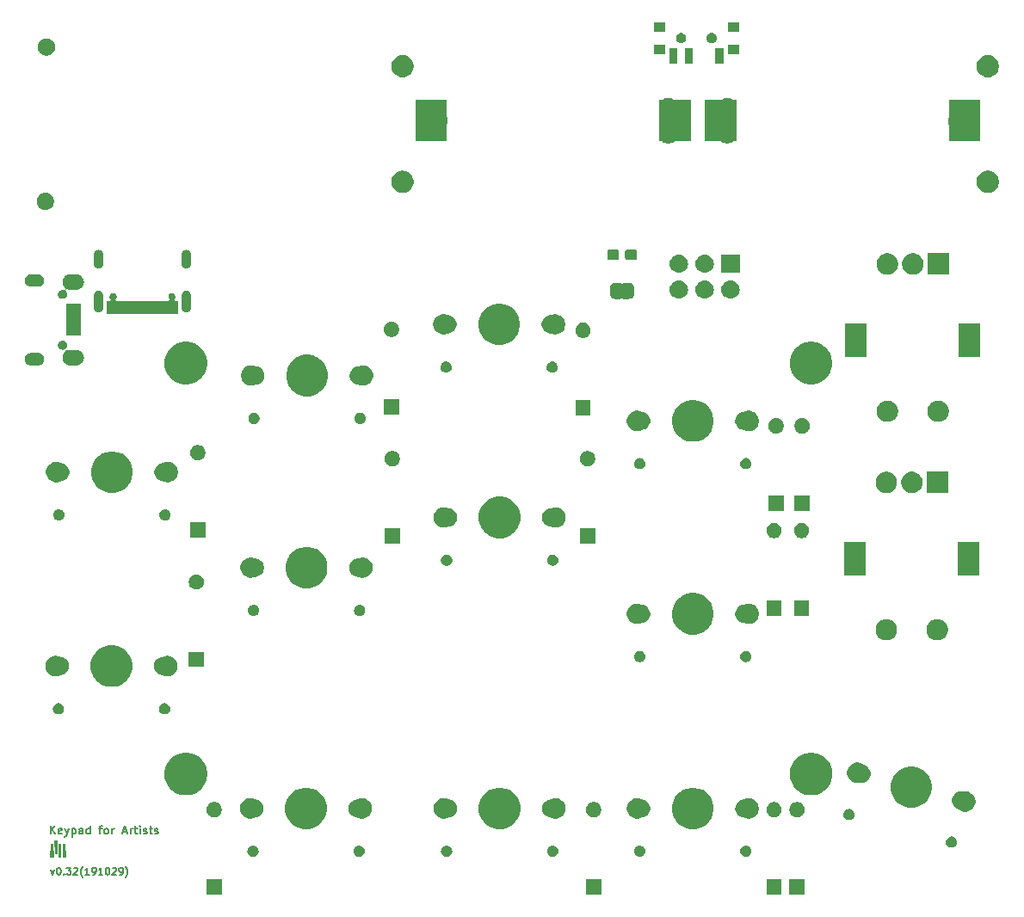
<source format=gts>
G04 #@! TF.GenerationSoftware,KiCad,Pcbnew,(5.1.4-0-10_14)*
G04 #@! TF.CreationDate,2019-10-30T04:12:12+09:00*
G04 #@! TF.ProjectId,nilgiri,6e696c67-6972-4692-9e6b-696361645f70,rev?*
G04 #@! TF.SameCoordinates,Original*
G04 #@! TF.FileFunction,Soldermask,Top*
G04 #@! TF.FilePolarity,Negative*
%FSLAX46Y46*%
G04 Gerber Fmt 4.6, Leading zero omitted, Abs format (unit mm)*
G04 Created by KiCad (PCBNEW (5.1.4-0-10_14)) date 2019-10-30 04:12:12*
%MOMM*%
%LPD*%
G04 APERTURE LIST*
%ADD10C,0.150000*%
%ADD11C,0.100000*%
G04 APERTURE END LIST*
D10*
X89605500Y-120754000D02*
X89772166Y-121220666D01*
X89938833Y-120754000D01*
X90338833Y-120520666D02*
X90405500Y-120520666D01*
X90472166Y-120554000D01*
X90505500Y-120587333D01*
X90538833Y-120654000D01*
X90572166Y-120787333D01*
X90572166Y-120954000D01*
X90538833Y-121087333D01*
X90505500Y-121154000D01*
X90472166Y-121187333D01*
X90405500Y-121220666D01*
X90338833Y-121220666D01*
X90272166Y-121187333D01*
X90238833Y-121154000D01*
X90205500Y-121087333D01*
X90172166Y-120954000D01*
X90172166Y-120787333D01*
X90205500Y-120654000D01*
X90238833Y-120587333D01*
X90272166Y-120554000D01*
X90338833Y-120520666D01*
X90872166Y-121154000D02*
X90905500Y-121187333D01*
X90872166Y-121220666D01*
X90838833Y-121187333D01*
X90872166Y-121154000D01*
X90872166Y-121220666D01*
X91138833Y-120520666D02*
X91572166Y-120520666D01*
X91338833Y-120787333D01*
X91438833Y-120787333D01*
X91505500Y-120820666D01*
X91538833Y-120854000D01*
X91572166Y-120920666D01*
X91572166Y-121087333D01*
X91538833Y-121154000D01*
X91505500Y-121187333D01*
X91438833Y-121220666D01*
X91238833Y-121220666D01*
X91172166Y-121187333D01*
X91138833Y-121154000D01*
X91838833Y-120587333D02*
X91872166Y-120554000D01*
X91938833Y-120520666D01*
X92105500Y-120520666D01*
X92172166Y-120554000D01*
X92205500Y-120587333D01*
X92238833Y-120654000D01*
X92238833Y-120720666D01*
X92205500Y-120820666D01*
X91805500Y-121220666D01*
X92238833Y-121220666D01*
X92738833Y-121487333D02*
X92705500Y-121454000D01*
X92638833Y-121354000D01*
X92605500Y-121287333D01*
X92572166Y-121187333D01*
X92538833Y-121020666D01*
X92538833Y-120887333D01*
X92572166Y-120720666D01*
X92605500Y-120620666D01*
X92638833Y-120554000D01*
X92705500Y-120454000D01*
X92738833Y-120420666D01*
X93372166Y-121220666D02*
X92972166Y-121220666D01*
X93172166Y-121220666D02*
X93172166Y-120520666D01*
X93105500Y-120620666D01*
X93038833Y-120687333D01*
X92972166Y-120720666D01*
X93705500Y-121220666D02*
X93838833Y-121220666D01*
X93905500Y-121187333D01*
X93938833Y-121154000D01*
X94005500Y-121054000D01*
X94038833Y-120920666D01*
X94038833Y-120654000D01*
X94005500Y-120587333D01*
X93972166Y-120554000D01*
X93905500Y-120520666D01*
X93772166Y-120520666D01*
X93705500Y-120554000D01*
X93672166Y-120587333D01*
X93638833Y-120654000D01*
X93638833Y-120820666D01*
X93672166Y-120887333D01*
X93705500Y-120920666D01*
X93772166Y-120954000D01*
X93905500Y-120954000D01*
X93972166Y-120920666D01*
X94005500Y-120887333D01*
X94038833Y-120820666D01*
X94705500Y-121220666D02*
X94305500Y-121220666D01*
X94505500Y-121220666D02*
X94505500Y-120520666D01*
X94438833Y-120620666D01*
X94372166Y-120687333D01*
X94305500Y-120720666D01*
X95138833Y-120520666D02*
X95205500Y-120520666D01*
X95272166Y-120554000D01*
X95305500Y-120587333D01*
X95338833Y-120654000D01*
X95372166Y-120787333D01*
X95372166Y-120954000D01*
X95338833Y-121087333D01*
X95305500Y-121154000D01*
X95272166Y-121187333D01*
X95205500Y-121220666D01*
X95138833Y-121220666D01*
X95072166Y-121187333D01*
X95038833Y-121154000D01*
X95005500Y-121087333D01*
X94972166Y-120954000D01*
X94972166Y-120787333D01*
X95005500Y-120654000D01*
X95038833Y-120587333D01*
X95072166Y-120554000D01*
X95138833Y-120520666D01*
X95638833Y-120587333D02*
X95672166Y-120554000D01*
X95738833Y-120520666D01*
X95905500Y-120520666D01*
X95972166Y-120554000D01*
X96005500Y-120587333D01*
X96038833Y-120654000D01*
X96038833Y-120720666D01*
X96005500Y-120820666D01*
X95605500Y-121220666D01*
X96038833Y-121220666D01*
X96372166Y-121220666D02*
X96505500Y-121220666D01*
X96572166Y-121187333D01*
X96605500Y-121154000D01*
X96672166Y-121054000D01*
X96705500Y-120920666D01*
X96705500Y-120654000D01*
X96672166Y-120587333D01*
X96638833Y-120554000D01*
X96572166Y-120520666D01*
X96438833Y-120520666D01*
X96372166Y-120554000D01*
X96338833Y-120587333D01*
X96305500Y-120654000D01*
X96305500Y-120820666D01*
X96338833Y-120887333D01*
X96372166Y-120920666D01*
X96438833Y-120954000D01*
X96572166Y-120954000D01*
X96638833Y-120920666D01*
X96672166Y-120887333D01*
X96705500Y-120820666D01*
X96938833Y-121487333D02*
X96972166Y-121454000D01*
X97038833Y-121354000D01*
X97072166Y-121287333D01*
X97105500Y-121187333D01*
X97138833Y-121020666D01*
X97138833Y-120887333D01*
X97105500Y-120720666D01*
X97072166Y-120620666D01*
X97038833Y-120554000D01*
X96972166Y-120454000D01*
X96938833Y-120420666D01*
X89568976Y-117201904D02*
X89568976Y-116401904D01*
X90026119Y-117201904D02*
X89683261Y-116744761D01*
X90026119Y-116401904D02*
X89568976Y-116859047D01*
X90673738Y-117163809D02*
X90597547Y-117201904D01*
X90445166Y-117201904D01*
X90368976Y-117163809D01*
X90330880Y-117087619D01*
X90330880Y-116782857D01*
X90368976Y-116706666D01*
X90445166Y-116668571D01*
X90597547Y-116668571D01*
X90673738Y-116706666D01*
X90711833Y-116782857D01*
X90711833Y-116859047D01*
X90330880Y-116935238D01*
X90978500Y-116668571D02*
X91168976Y-117201904D01*
X91359452Y-116668571D02*
X91168976Y-117201904D01*
X91092785Y-117392380D01*
X91054690Y-117430476D01*
X90978500Y-117468571D01*
X91664214Y-116668571D02*
X91664214Y-117468571D01*
X91664214Y-116706666D02*
X91740404Y-116668571D01*
X91892785Y-116668571D01*
X91968976Y-116706666D01*
X92007071Y-116744761D01*
X92045166Y-116820952D01*
X92045166Y-117049523D01*
X92007071Y-117125714D01*
X91968976Y-117163809D01*
X91892785Y-117201904D01*
X91740404Y-117201904D01*
X91664214Y-117163809D01*
X92730880Y-117201904D02*
X92730880Y-116782857D01*
X92692785Y-116706666D01*
X92616595Y-116668571D01*
X92464214Y-116668571D01*
X92388023Y-116706666D01*
X92730880Y-117163809D02*
X92654690Y-117201904D01*
X92464214Y-117201904D01*
X92388023Y-117163809D01*
X92349928Y-117087619D01*
X92349928Y-117011428D01*
X92388023Y-116935238D01*
X92464214Y-116897142D01*
X92654690Y-116897142D01*
X92730880Y-116859047D01*
X93454690Y-117201904D02*
X93454690Y-116401904D01*
X93454690Y-117163809D02*
X93378500Y-117201904D01*
X93226119Y-117201904D01*
X93149928Y-117163809D01*
X93111833Y-117125714D01*
X93073738Y-117049523D01*
X93073738Y-116820952D01*
X93111833Y-116744761D01*
X93149928Y-116706666D01*
X93226119Y-116668571D01*
X93378500Y-116668571D01*
X93454690Y-116706666D01*
X94330880Y-116668571D02*
X94635642Y-116668571D01*
X94445166Y-117201904D02*
X94445166Y-116516190D01*
X94483261Y-116440000D01*
X94559452Y-116401904D01*
X94635642Y-116401904D01*
X95016595Y-117201904D02*
X94940404Y-117163809D01*
X94902309Y-117125714D01*
X94864214Y-117049523D01*
X94864214Y-116820952D01*
X94902309Y-116744761D01*
X94940404Y-116706666D01*
X95016595Y-116668571D01*
X95130880Y-116668571D01*
X95207071Y-116706666D01*
X95245166Y-116744761D01*
X95283261Y-116820952D01*
X95283261Y-117049523D01*
X95245166Y-117125714D01*
X95207071Y-117163809D01*
X95130880Y-117201904D01*
X95016595Y-117201904D01*
X95626119Y-117201904D02*
X95626119Y-116668571D01*
X95626119Y-116820952D02*
X95664214Y-116744761D01*
X95702309Y-116706666D01*
X95778500Y-116668571D01*
X95854690Y-116668571D01*
X96692785Y-116973333D02*
X97073738Y-116973333D01*
X96616595Y-117201904D02*
X96883261Y-116401904D01*
X97149928Y-117201904D01*
X97416595Y-117201904D02*
X97416595Y-116668571D01*
X97416595Y-116820952D02*
X97454690Y-116744761D01*
X97492785Y-116706666D01*
X97568976Y-116668571D01*
X97645166Y-116668571D01*
X97797547Y-116668571D02*
X98102309Y-116668571D01*
X97911833Y-116401904D02*
X97911833Y-117087619D01*
X97949928Y-117163809D01*
X98026119Y-117201904D01*
X98102309Y-117201904D01*
X98368976Y-117201904D02*
X98368976Y-116668571D01*
X98368976Y-116401904D02*
X98330880Y-116440000D01*
X98368976Y-116478095D01*
X98407071Y-116440000D01*
X98368976Y-116401904D01*
X98368976Y-116478095D01*
X98711833Y-117163809D02*
X98788023Y-117201904D01*
X98940404Y-117201904D01*
X99016595Y-117163809D01*
X99054690Y-117087619D01*
X99054690Y-117049523D01*
X99016595Y-116973333D01*
X98940404Y-116935238D01*
X98826119Y-116935238D01*
X98749928Y-116897142D01*
X98711833Y-116820952D01*
X98711833Y-116782857D01*
X98749928Y-116706666D01*
X98826119Y-116668571D01*
X98940404Y-116668571D01*
X99016595Y-116706666D01*
X99283261Y-116668571D02*
X99588023Y-116668571D01*
X99397547Y-116401904D02*
X99397547Y-117087619D01*
X99435642Y-117163809D01*
X99511833Y-117201904D01*
X99588023Y-117201904D01*
X99816595Y-117163809D02*
X99892785Y-117201904D01*
X100045166Y-117201904D01*
X100121357Y-117163809D01*
X100159452Y-117087619D01*
X100159452Y-117049523D01*
X100121357Y-116973333D01*
X100045166Y-116935238D01*
X99930880Y-116935238D01*
X99854690Y-116897142D01*
X99816595Y-116820952D01*
X99816595Y-116782857D01*
X99854690Y-116706666D01*
X99930880Y-116668571D01*
X100045166Y-116668571D01*
X100121357Y-116706666D01*
D11*
G36*
X90754236Y-118159795D02*
G01*
X91017562Y-118159795D01*
X91101782Y-119508588D01*
X90754236Y-119508588D01*
X90754236Y-118159795D01*
G37*
G36*
X90355606Y-118159795D02*
G01*
X90627826Y-118159795D01*
X90627826Y-119508588D01*
X90355606Y-119508588D01*
X90355606Y-118159795D01*
G37*
G36*
X89923768Y-117822551D02*
G01*
X90251153Y-117822551D01*
X90251153Y-119171253D01*
X90007805Y-119171253D01*
X89923768Y-117822551D01*
G37*
G36*
X89573840Y-118159789D02*
G01*
X89824467Y-118159789D01*
X89908503Y-119508570D01*
X89489623Y-119508570D01*
X89573840Y-118159789D01*
G37*
G36*
X163749500Y-123184500D02*
G01*
X162250500Y-123184500D01*
X162250500Y-121685500D01*
X163749500Y-121685500D01*
X163749500Y-123184500D01*
X163749500Y-123184500D01*
G37*
G36*
X161499500Y-123184500D02*
G01*
X160000500Y-123184500D01*
X160000500Y-121685500D01*
X161499500Y-121685500D01*
X161499500Y-123184500D01*
X161499500Y-123184500D01*
G37*
G36*
X143751500Y-123184500D02*
G01*
X142252500Y-123184500D01*
X142252500Y-121685500D01*
X143751500Y-121685500D01*
X143751500Y-123184500D01*
X143751500Y-123184500D01*
G37*
G36*
X106413500Y-123184500D02*
G01*
X104914500Y-123184500D01*
X104914500Y-121685500D01*
X106413500Y-121685500D01*
X106413500Y-123184500D01*
X106413500Y-123184500D01*
G37*
G36*
X158130721Y-118370174D02*
G01*
X158230995Y-118411709D01*
X158230996Y-118411710D01*
X158321242Y-118472010D01*
X158397990Y-118548758D01*
X158428345Y-118594188D01*
X158458291Y-118639005D01*
X158499826Y-118739279D01*
X158521000Y-118845730D01*
X158521000Y-118954270D01*
X158499826Y-119060721D01*
X158458291Y-119160995D01*
X158458290Y-119160996D01*
X158397990Y-119251242D01*
X158321242Y-119327990D01*
X158275812Y-119358345D01*
X158230995Y-119388291D01*
X158130721Y-119429826D01*
X158024270Y-119451000D01*
X157915730Y-119451000D01*
X157809279Y-119429826D01*
X157709005Y-119388291D01*
X157664188Y-119358345D01*
X157618758Y-119327990D01*
X157542010Y-119251242D01*
X157481710Y-119160996D01*
X157481709Y-119160995D01*
X157440174Y-119060721D01*
X157419000Y-118954270D01*
X157419000Y-118845730D01*
X157440174Y-118739279D01*
X157481709Y-118639005D01*
X157511655Y-118594188D01*
X157542010Y-118548758D01*
X157618758Y-118472010D01*
X157709004Y-118411710D01*
X157709005Y-118411709D01*
X157809279Y-118370174D01*
X157915730Y-118349000D01*
X158024270Y-118349000D01*
X158130721Y-118370174D01*
X158130721Y-118370174D01*
G37*
G36*
X147690721Y-118370174D02*
G01*
X147790995Y-118411709D01*
X147790996Y-118411710D01*
X147881242Y-118472010D01*
X147957990Y-118548758D01*
X147988345Y-118594188D01*
X148018291Y-118639005D01*
X148059826Y-118739279D01*
X148081000Y-118845730D01*
X148081000Y-118954270D01*
X148059826Y-119060721D01*
X148018291Y-119160995D01*
X148018290Y-119160996D01*
X147957990Y-119251242D01*
X147881242Y-119327990D01*
X147835812Y-119358345D01*
X147790995Y-119388291D01*
X147690721Y-119429826D01*
X147584270Y-119451000D01*
X147475730Y-119451000D01*
X147369279Y-119429826D01*
X147269005Y-119388291D01*
X147224188Y-119358345D01*
X147178758Y-119327990D01*
X147102010Y-119251242D01*
X147041710Y-119160996D01*
X147041709Y-119160995D01*
X147000174Y-119060721D01*
X146979000Y-118954270D01*
X146979000Y-118845730D01*
X147000174Y-118739279D01*
X147041709Y-118639005D01*
X147071655Y-118594188D01*
X147102010Y-118548758D01*
X147178758Y-118472010D01*
X147269004Y-118411710D01*
X147269005Y-118411709D01*
X147369279Y-118370174D01*
X147475730Y-118349000D01*
X147584270Y-118349000D01*
X147690721Y-118370174D01*
X147690721Y-118370174D01*
G37*
G36*
X139130721Y-118370174D02*
G01*
X139230995Y-118411709D01*
X139230996Y-118411710D01*
X139321242Y-118472010D01*
X139397990Y-118548758D01*
X139428345Y-118594188D01*
X139458291Y-118639005D01*
X139499826Y-118739279D01*
X139521000Y-118845730D01*
X139521000Y-118954270D01*
X139499826Y-119060721D01*
X139458291Y-119160995D01*
X139458290Y-119160996D01*
X139397990Y-119251242D01*
X139321242Y-119327990D01*
X139275812Y-119358345D01*
X139230995Y-119388291D01*
X139130721Y-119429826D01*
X139024270Y-119451000D01*
X138915730Y-119451000D01*
X138809279Y-119429826D01*
X138709005Y-119388291D01*
X138664188Y-119358345D01*
X138618758Y-119327990D01*
X138542010Y-119251242D01*
X138481710Y-119160996D01*
X138481709Y-119160995D01*
X138440174Y-119060721D01*
X138419000Y-118954270D01*
X138419000Y-118845730D01*
X138440174Y-118739279D01*
X138481709Y-118639005D01*
X138511655Y-118594188D01*
X138542010Y-118548758D01*
X138618758Y-118472010D01*
X138709004Y-118411710D01*
X138709005Y-118411709D01*
X138809279Y-118370174D01*
X138915730Y-118349000D01*
X139024270Y-118349000D01*
X139130721Y-118370174D01*
X139130721Y-118370174D01*
G37*
G36*
X128690721Y-118370174D02*
G01*
X128790995Y-118411709D01*
X128790996Y-118411710D01*
X128881242Y-118472010D01*
X128957990Y-118548758D01*
X128988345Y-118594188D01*
X129018291Y-118639005D01*
X129059826Y-118739279D01*
X129081000Y-118845730D01*
X129081000Y-118954270D01*
X129059826Y-119060721D01*
X129018291Y-119160995D01*
X129018290Y-119160996D01*
X128957990Y-119251242D01*
X128881242Y-119327990D01*
X128835812Y-119358345D01*
X128790995Y-119388291D01*
X128690721Y-119429826D01*
X128584270Y-119451000D01*
X128475730Y-119451000D01*
X128369279Y-119429826D01*
X128269005Y-119388291D01*
X128224188Y-119358345D01*
X128178758Y-119327990D01*
X128102010Y-119251242D01*
X128041710Y-119160996D01*
X128041709Y-119160995D01*
X128000174Y-119060721D01*
X127979000Y-118954270D01*
X127979000Y-118845730D01*
X128000174Y-118739279D01*
X128041709Y-118639005D01*
X128071655Y-118594188D01*
X128102010Y-118548758D01*
X128178758Y-118472010D01*
X128269004Y-118411710D01*
X128269005Y-118411709D01*
X128369279Y-118370174D01*
X128475730Y-118349000D01*
X128584270Y-118349000D01*
X128690721Y-118370174D01*
X128690721Y-118370174D01*
G37*
G36*
X120080721Y-118370174D02*
G01*
X120180995Y-118411709D01*
X120180996Y-118411710D01*
X120271242Y-118472010D01*
X120347990Y-118548758D01*
X120378345Y-118594188D01*
X120408291Y-118639005D01*
X120449826Y-118739279D01*
X120471000Y-118845730D01*
X120471000Y-118954270D01*
X120449826Y-119060721D01*
X120408291Y-119160995D01*
X120408290Y-119160996D01*
X120347990Y-119251242D01*
X120271242Y-119327990D01*
X120225812Y-119358345D01*
X120180995Y-119388291D01*
X120080721Y-119429826D01*
X119974270Y-119451000D01*
X119865730Y-119451000D01*
X119759279Y-119429826D01*
X119659005Y-119388291D01*
X119614188Y-119358345D01*
X119568758Y-119327990D01*
X119492010Y-119251242D01*
X119431710Y-119160996D01*
X119431709Y-119160995D01*
X119390174Y-119060721D01*
X119369000Y-118954270D01*
X119369000Y-118845730D01*
X119390174Y-118739279D01*
X119431709Y-118639005D01*
X119461655Y-118594188D01*
X119492010Y-118548758D01*
X119568758Y-118472010D01*
X119659004Y-118411710D01*
X119659005Y-118411709D01*
X119759279Y-118370174D01*
X119865730Y-118349000D01*
X119974270Y-118349000D01*
X120080721Y-118370174D01*
X120080721Y-118370174D01*
G37*
G36*
X109640721Y-118370174D02*
G01*
X109740995Y-118411709D01*
X109740996Y-118411710D01*
X109831242Y-118472010D01*
X109907990Y-118548758D01*
X109938345Y-118594188D01*
X109968291Y-118639005D01*
X110009826Y-118739279D01*
X110031000Y-118845730D01*
X110031000Y-118954270D01*
X110009826Y-119060721D01*
X109968291Y-119160995D01*
X109968290Y-119160996D01*
X109907990Y-119251242D01*
X109831242Y-119327990D01*
X109785812Y-119358345D01*
X109740995Y-119388291D01*
X109640721Y-119429826D01*
X109534270Y-119451000D01*
X109425730Y-119451000D01*
X109319279Y-119429826D01*
X109219005Y-119388291D01*
X109174188Y-119358345D01*
X109128758Y-119327990D01*
X109052010Y-119251242D01*
X108991710Y-119160996D01*
X108991709Y-119160995D01*
X108950174Y-119060721D01*
X108929000Y-118954270D01*
X108929000Y-118845730D01*
X108950174Y-118739279D01*
X108991709Y-118639005D01*
X109021655Y-118594188D01*
X109052010Y-118548758D01*
X109128758Y-118472010D01*
X109219004Y-118411710D01*
X109219005Y-118411709D01*
X109319279Y-118370174D01*
X109425730Y-118349000D01*
X109534270Y-118349000D01*
X109640721Y-118370174D01*
X109640721Y-118370174D01*
G37*
G36*
X178365814Y-117478098D02*
G01*
X178466088Y-117519633D01*
X178466089Y-117519634D01*
X178556335Y-117579934D01*
X178633083Y-117656682D01*
X178633084Y-117656684D01*
X178693384Y-117746929D01*
X178734919Y-117847203D01*
X178756093Y-117953654D01*
X178756093Y-118062194D01*
X178734919Y-118168645D01*
X178693384Y-118268919D01*
X178693383Y-118268920D01*
X178633083Y-118359166D01*
X178556335Y-118435914D01*
X178510905Y-118466269D01*
X178466088Y-118496215D01*
X178365814Y-118537750D01*
X178259363Y-118558924D01*
X178150823Y-118558924D01*
X178044372Y-118537750D01*
X177944098Y-118496215D01*
X177899281Y-118466269D01*
X177853851Y-118435914D01*
X177777103Y-118359166D01*
X177716803Y-118268920D01*
X177716802Y-118268919D01*
X177675267Y-118168645D01*
X177654093Y-118062194D01*
X177654093Y-117953654D01*
X177675267Y-117847203D01*
X177716802Y-117746929D01*
X177777102Y-117656684D01*
X177777103Y-117656682D01*
X177853851Y-117579934D01*
X177944097Y-117519634D01*
X177944098Y-117519633D01*
X178044372Y-117478098D01*
X178150823Y-117456924D01*
X178259363Y-117456924D01*
X178365814Y-117478098D01*
X178365814Y-117478098D01*
G37*
G36*
X153348254Y-112727818D02*
G01*
X153721511Y-112882426D01*
X153721513Y-112882427D01*
X154057436Y-113106884D01*
X154343116Y-113392564D01*
X154516459Y-113651989D01*
X154567574Y-113728489D01*
X154722182Y-114101746D01*
X154801000Y-114497993D01*
X154801000Y-114902007D01*
X154722182Y-115298254D01*
X154592839Y-115610515D01*
X154567573Y-115671513D01*
X154343116Y-116007436D01*
X154057436Y-116293116D01*
X153721513Y-116517573D01*
X153721512Y-116517574D01*
X153721511Y-116517574D01*
X153348254Y-116672182D01*
X152952007Y-116751000D01*
X152547993Y-116751000D01*
X152151746Y-116672182D01*
X151778489Y-116517574D01*
X151778488Y-116517574D01*
X151778487Y-116517573D01*
X151442564Y-116293116D01*
X151156884Y-116007436D01*
X150932427Y-115671513D01*
X150907161Y-115610515D01*
X150777818Y-115298254D01*
X150699000Y-114902007D01*
X150699000Y-114497993D01*
X150777818Y-114101746D01*
X150932426Y-113728489D01*
X150983542Y-113651989D01*
X151156884Y-113392564D01*
X151442564Y-113106884D01*
X151778487Y-112882427D01*
X151778489Y-112882426D01*
X152151746Y-112727818D01*
X152547993Y-112649000D01*
X152952007Y-112649000D01*
X153348254Y-112727818D01*
X153348254Y-112727818D01*
G37*
G36*
X134348254Y-112727818D02*
G01*
X134721511Y-112882426D01*
X134721513Y-112882427D01*
X135057436Y-113106884D01*
X135343116Y-113392564D01*
X135516459Y-113651989D01*
X135567574Y-113728489D01*
X135722182Y-114101746D01*
X135801000Y-114497993D01*
X135801000Y-114902007D01*
X135722182Y-115298254D01*
X135592839Y-115610515D01*
X135567573Y-115671513D01*
X135343116Y-116007436D01*
X135057436Y-116293116D01*
X134721513Y-116517573D01*
X134721512Y-116517574D01*
X134721511Y-116517574D01*
X134348254Y-116672182D01*
X133952007Y-116751000D01*
X133547993Y-116751000D01*
X133151746Y-116672182D01*
X132778489Y-116517574D01*
X132778488Y-116517574D01*
X132778487Y-116517573D01*
X132442564Y-116293116D01*
X132156884Y-116007436D01*
X131932427Y-115671513D01*
X131907161Y-115610515D01*
X131777818Y-115298254D01*
X131699000Y-114902007D01*
X131699000Y-114497993D01*
X131777818Y-114101746D01*
X131932426Y-113728489D01*
X131983542Y-113651989D01*
X132156884Y-113392564D01*
X132442564Y-113106884D01*
X132778487Y-112882427D01*
X132778489Y-112882426D01*
X133151746Y-112727818D01*
X133547993Y-112649000D01*
X133952007Y-112649000D01*
X134348254Y-112727818D01*
X134348254Y-112727818D01*
G37*
G36*
X115298254Y-112727818D02*
G01*
X115671511Y-112882426D01*
X115671513Y-112882427D01*
X116007436Y-113106884D01*
X116293116Y-113392564D01*
X116466459Y-113651989D01*
X116517574Y-113728489D01*
X116672182Y-114101746D01*
X116751000Y-114497993D01*
X116751000Y-114902007D01*
X116672182Y-115298254D01*
X116542839Y-115610515D01*
X116517573Y-115671513D01*
X116293116Y-116007436D01*
X116007436Y-116293116D01*
X115671513Y-116517573D01*
X115671512Y-116517574D01*
X115671511Y-116517574D01*
X115298254Y-116672182D01*
X114902007Y-116751000D01*
X114497993Y-116751000D01*
X114101746Y-116672182D01*
X113728489Y-116517574D01*
X113728488Y-116517574D01*
X113728487Y-116517573D01*
X113392564Y-116293116D01*
X113106884Y-116007436D01*
X112882427Y-115671513D01*
X112857161Y-115610515D01*
X112727818Y-115298254D01*
X112649000Y-114902007D01*
X112649000Y-114497993D01*
X112727818Y-114101746D01*
X112882426Y-113728489D01*
X112933542Y-113651989D01*
X113106884Y-113392564D01*
X113392564Y-113106884D01*
X113728487Y-112882427D01*
X113728489Y-112882426D01*
X114101746Y-112727818D01*
X114497993Y-112649000D01*
X114902007Y-112649000D01*
X115298254Y-112727818D01*
X115298254Y-112727818D01*
G37*
G36*
X168281548Y-114776027D02*
G01*
X168381822Y-114817562D01*
X168381823Y-114817563D01*
X168472069Y-114877863D01*
X168548817Y-114954611D01*
X168569815Y-114986037D01*
X168609118Y-115044858D01*
X168650653Y-115145132D01*
X168671827Y-115251583D01*
X168671827Y-115360123D01*
X168650653Y-115466574D01*
X168609118Y-115566848D01*
X168609117Y-115566849D01*
X168548817Y-115657095D01*
X168472069Y-115733843D01*
X168426639Y-115764198D01*
X168381822Y-115794144D01*
X168281548Y-115835679D01*
X168175097Y-115856853D01*
X168066557Y-115856853D01*
X167960106Y-115835679D01*
X167859832Y-115794144D01*
X167815015Y-115764198D01*
X167769585Y-115733843D01*
X167692837Y-115657095D01*
X167632537Y-115566849D01*
X167632536Y-115566848D01*
X167591001Y-115466574D01*
X167569827Y-115360123D01*
X167569827Y-115251583D01*
X167591001Y-115145132D01*
X167632536Y-115044858D01*
X167671839Y-114986037D01*
X167692837Y-114954611D01*
X167769585Y-114877863D01*
X167859831Y-114817563D01*
X167859832Y-114817562D01*
X167960106Y-114776027D01*
X168066557Y-114754853D01*
X168175097Y-114754853D01*
X168281548Y-114776027D01*
X168281548Y-114776027D01*
G37*
G36*
X128541981Y-113737468D02*
G01*
X128662310Y-113787311D01*
X128667560Y-113789485D01*
X128691009Y-113796598D01*
X128715395Y-113799000D01*
X128758742Y-113799000D01*
X128783512Y-113803927D01*
X128932812Y-113833624D01*
X129096784Y-113901544D01*
X129244354Y-114000147D01*
X129369853Y-114125646D01*
X129468456Y-114273216D01*
X129536376Y-114437188D01*
X129563227Y-114572181D01*
X129568041Y-114596380D01*
X129571000Y-114611259D01*
X129571000Y-114788741D01*
X129536376Y-114962812D01*
X129468456Y-115126784D01*
X129369853Y-115274354D01*
X129244354Y-115399853D01*
X129096784Y-115498456D01*
X128932812Y-115566376D01*
X128783512Y-115596073D01*
X128758742Y-115601000D01*
X128715395Y-115601000D01*
X128691009Y-115603402D01*
X128667560Y-115610515D01*
X128541981Y-115662532D01*
X128348591Y-115701000D01*
X128151409Y-115701000D01*
X127958019Y-115662532D01*
X127775849Y-115587074D01*
X127611900Y-115477527D01*
X127472473Y-115338100D01*
X127362926Y-115174151D01*
X127287468Y-114991981D01*
X127249000Y-114798590D01*
X127249000Y-114601410D01*
X127250001Y-114596380D01*
X127281666Y-114437188D01*
X127287468Y-114408019D01*
X127362926Y-114225849D01*
X127472473Y-114061900D01*
X127611900Y-113922473D01*
X127775849Y-113812926D01*
X127958019Y-113737468D01*
X128151409Y-113699000D01*
X128348591Y-113699000D01*
X128541981Y-113737468D01*
X128541981Y-113737468D01*
G37*
G36*
X158541981Y-113737468D02*
G01*
X158724151Y-113812926D01*
X158888100Y-113922473D01*
X159027527Y-114061900D01*
X159137074Y-114225849D01*
X159212532Y-114408019D01*
X159218334Y-114437188D01*
X159250000Y-114596380D01*
X159251000Y-114601410D01*
X159251000Y-114798590D01*
X159212532Y-114991981D01*
X159137074Y-115174151D01*
X159027527Y-115338100D01*
X158888100Y-115477527D01*
X158724151Y-115587074D01*
X158541981Y-115662532D01*
X158348591Y-115701000D01*
X158151409Y-115701000D01*
X157958019Y-115662532D01*
X157832440Y-115610515D01*
X157808991Y-115603402D01*
X157784605Y-115601000D01*
X157741258Y-115601000D01*
X157716488Y-115596073D01*
X157567188Y-115566376D01*
X157403216Y-115498456D01*
X157255646Y-115399853D01*
X157130147Y-115274354D01*
X157031544Y-115126784D01*
X156963624Y-114962812D01*
X156929000Y-114788741D01*
X156929000Y-114611259D01*
X156931960Y-114596380D01*
X156936773Y-114572181D01*
X156963624Y-114437188D01*
X157031544Y-114273216D01*
X157130147Y-114125646D01*
X157255646Y-114000147D01*
X157403216Y-113901544D01*
X157567188Y-113833624D01*
X157716488Y-113803927D01*
X157741258Y-113799000D01*
X157784605Y-113799000D01*
X157808991Y-113796598D01*
X157832440Y-113789485D01*
X157837690Y-113787311D01*
X157958019Y-113737468D01*
X158151409Y-113699000D01*
X158348591Y-113699000D01*
X158541981Y-113737468D01*
X158541981Y-113737468D01*
G37*
G36*
X109491981Y-113737468D02*
G01*
X109612310Y-113787311D01*
X109617560Y-113789485D01*
X109641009Y-113796598D01*
X109665395Y-113799000D01*
X109708742Y-113799000D01*
X109733512Y-113803927D01*
X109882812Y-113833624D01*
X110046784Y-113901544D01*
X110194354Y-114000147D01*
X110319853Y-114125646D01*
X110418456Y-114273216D01*
X110486376Y-114437188D01*
X110513227Y-114572181D01*
X110518041Y-114596380D01*
X110521000Y-114611259D01*
X110521000Y-114788741D01*
X110486376Y-114962812D01*
X110418456Y-115126784D01*
X110319853Y-115274354D01*
X110194354Y-115399853D01*
X110046784Y-115498456D01*
X109882812Y-115566376D01*
X109733512Y-115596073D01*
X109708742Y-115601000D01*
X109665395Y-115601000D01*
X109641009Y-115603402D01*
X109617560Y-115610515D01*
X109491981Y-115662532D01*
X109298591Y-115701000D01*
X109101409Y-115701000D01*
X108908019Y-115662532D01*
X108725849Y-115587074D01*
X108561900Y-115477527D01*
X108422473Y-115338100D01*
X108312926Y-115174151D01*
X108237468Y-114991981D01*
X108199000Y-114798590D01*
X108199000Y-114601410D01*
X108200001Y-114596380D01*
X108231666Y-114437188D01*
X108237468Y-114408019D01*
X108312926Y-114225849D01*
X108422473Y-114061900D01*
X108561900Y-113922473D01*
X108725849Y-113812926D01*
X108908019Y-113737468D01*
X109101409Y-113699000D01*
X109298591Y-113699000D01*
X109491981Y-113737468D01*
X109491981Y-113737468D01*
G37*
G36*
X147541981Y-113737468D02*
G01*
X147662310Y-113787311D01*
X147667560Y-113789485D01*
X147691009Y-113796598D01*
X147715395Y-113799000D01*
X147758742Y-113799000D01*
X147783512Y-113803927D01*
X147932812Y-113833624D01*
X148096784Y-113901544D01*
X148244354Y-114000147D01*
X148369853Y-114125646D01*
X148468456Y-114273216D01*
X148536376Y-114437188D01*
X148563227Y-114572181D01*
X148568041Y-114596380D01*
X148571000Y-114611259D01*
X148571000Y-114788741D01*
X148536376Y-114962812D01*
X148468456Y-115126784D01*
X148369853Y-115274354D01*
X148244354Y-115399853D01*
X148096784Y-115498456D01*
X147932812Y-115566376D01*
X147783512Y-115596073D01*
X147758742Y-115601000D01*
X147715395Y-115601000D01*
X147691009Y-115603402D01*
X147667560Y-115610515D01*
X147541981Y-115662532D01*
X147348591Y-115701000D01*
X147151409Y-115701000D01*
X146958019Y-115662532D01*
X146775849Y-115587074D01*
X146611900Y-115477527D01*
X146472473Y-115338100D01*
X146362926Y-115174151D01*
X146287468Y-114991981D01*
X146249000Y-114798590D01*
X146249000Y-114601410D01*
X146250001Y-114596380D01*
X146281666Y-114437188D01*
X146287468Y-114408019D01*
X146362926Y-114225849D01*
X146472473Y-114061900D01*
X146611900Y-113922473D01*
X146775849Y-113812926D01*
X146958019Y-113737468D01*
X147151409Y-113699000D01*
X147348591Y-113699000D01*
X147541981Y-113737468D01*
X147541981Y-113737468D01*
G37*
G36*
X139541981Y-113737468D02*
G01*
X139724151Y-113812926D01*
X139888100Y-113922473D01*
X140027527Y-114061900D01*
X140137074Y-114225849D01*
X140212532Y-114408019D01*
X140218334Y-114437188D01*
X140250000Y-114596380D01*
X140251000Y-114601410D01*
X140251000Y-114798590D01*
X140212532Y-114991981D01*
X140137074Y-115174151D01*
X140027527Y-115338100D01*
X139888100Y-115477527D01*
X139724151Y-115587074D01*
X139541981Y-115662532D01*
X139348591Y-115701000D01*
X139151409Y-115701000D01*
X138958019Y-115662532D01*
X138832440Y-115610515D01*
X138808991Y-115603402D01*
X138784605Y-115601000D01*
X138741258Y-115601000D01*
X138716488Y-115596073D01*
X138567188Y-115566376D01*
X138403216Y-115498456D01*
X138255646Y-115399853D01*
X138130147Y-115274354D01*
X138031544Y-115126784D01*
X137963624Y-114962812D01*
X137929000Y-114788741D01*
X137929000Y-114611259D01*
X137931960Y-114596380D01*
X137936773Y-114572181D01*
X137963624Y-114437188D01*
X138031544Y-114273216D01*
X138130147Y-114125646D01*
X138255646Y-114000147D01*
X138403216Y-113901544D01*
X138567188Y-113833624D01*
X138716488Y-113803927D01*
X138741258Y-113799000D01*
X138784605Y-113799000D01*
X138808991Y-113796598D01*
X138832440Y-113789485D01*
X138837690Y-113787311D01*
X138958019Y-113737468D01*
X139151409Y-113699000D01*
X139348591Y-113699000D01*
X139541981Y-113737468D01*
X139541981Y-113737468D01*
G37*
G36*
X120491981Y-113737468D02*
G01*
X120674151Y-113812926D01*
X120838100Y-113922473D01*
X120977527Y-114061900D01*
X121087074Y-114225849D01*
X121162532Y-114408019D01*
X121168334Y-114437188D01*
X121200000Y-114596380D01*
X121201000Y-114601410D01*
X121201000Y-114798590D01*
X121162532Y-114991981D01*
X121087074Y-115174151D01*
X120977527Y-115338100D01*
X120838100Y-115477527D01*
X120674151Y-115587074D01*
X120491981Y-115662532D01*
X120298591Y-115701000D01*
X120101409Y-115701000D01*
X119908019Y-115662532D01*
X119782440Y-115610515D01*
X119758991Y-115603402D01*
X119734605Y-115601000D01*
X119691258Y-115601000D01*
X119666488Y-115596073D01*
X119517188Y-115566376D01*
X119353216Y-115498456D01*
X119205646Y-115399853D01*
X119080147Y-115274354D01*
X118981544Y-115126784D01*
X118913624Y-114962812D01*
X118879000Y-114788741D01*
X118879000Y-114611259D01*
X118881960Y-114596380D01*
X118886773Y-114572181D01*
X118913624Y-114437188D01*
X118981544Y-114273216D01*
X119080147Y-114125646D01*
X119205646Y-114000147D01*
X119353216Y-113901544D01*
X119517188Y-113833624D01*
X119666488Y-113803927D01*
X119691258Y-113799000D01*
X119734605Y-113799000D01*
X119758991Y-113796598D01*
X119782440Y-113789485D01*
X119787690Y-113787311D01*
X119908019Y-113737468D01*
X120101409Y-113699000D01*
X120298591Y-113699000D01*
X120491981Y-113737468D01*
X120491981Y-113737468D01*
G37*
G36*
X163094425Y-114069599D02*
G01*
X163218621Y-114094302D01*
X163355022Y-114150801D01*
X163477779Y-114232825D01*
X163582175Y-114337221D01*
X163664199Y-114459978D01*
X163720698Y-114596379D01*
X163749500Y-114741181D01*
X163749500Y-114888819D01*
X163720698Y-115033621D01*
X163664199Y-115170022D01*
X163582175Y-115292779D01*
X163477779Y-115397175D01*
X163355022Y-115479199D01*
X163218621Y-115535698D01*
X163094425Y-115560401D01*
X163073820Y-115564500D01*
X162926180Y-115564500D01*
X162905575Y-115560401D01*
X162781379Y-115535698D01*
X162644978Y-115479199D01*
X162522221Y-115397175D01*
X162417825Y-115292779D01*
X162335801Y-115170022D01*
X162279302Y-115033621D01*
X162250500Y-114888819D01*
X162250500Y-114741181D01*
X162279302Y-114596379D01*
X162335801Y-114459978D01*
X162417825Y-114337221D01*
X162522221Y-114232825D01*
X162644978Y-114150801D01*
X162781379Y-114094302D01*
X162905575Y-114069599D01*
X162926180Y-114065500D01*
X163073820Y-114065500D01*
X163094425Y-114069599D01*
X163094425Y-114069599D01*
G37*
G36*
X160844425Y-114069599D02*
G01*
X160968621Y-114094302D01*
X161105022Y-114150801D01*
X161227779Y-114232825D01*
X161332175Y-114337221D01*
X161414199Y-114459978D01*
X161470698Y-114596379D01*
X161499500Y-114741181D01*
X161499500Y-114888819D01*
X161470698Y-115033621D01*
X161414199Y-115170022D01*
X161332175Y-115292779D01*
X161227779Y-115397175D01*
X161105022Y-115479199D01*
X160968621Y-115535698D01*
X160844425Y-115560401D01*
X160823820Y-115564500D01*
X160676180Y-115564500D01*
X160655575Y-115560401D01*
X160531379Y-115535698D01*
X160394978Y-115479199D01*
X160272221Y-115397175D01*
X160167825Y-115292779D01*
X160085801Y-115170022D01*
X160029302Y-115033621D01*
X160000500Y-114888819D01*
X160000500Y-114741181D01*
X160029302Y-114596379D01*
X160085801Y-114459978D01*
X160167825Y-114337221D01*
X160272221Y-114232825D01*
X160394978Y-114150801D01*
X160531379Y-114094302D01*
X160655575Y-114069599D01*
X160676180Y-114065500D01*
X160823820Y-114065500D01*
X160844425Y-114069599D01*
X160844425Y-114069599D01*
G37*
G36*
X143096425Y-114069599D02*
G01*
X143220621Y-114094302D01*
X143357022Y-114150801D01*
X143479779Y-114232825D01*
X143584175Y-114337221D01*
X143666199Y-114459978D01*
X143722698Y-114596379D01*
X143751500Y-114741181D01*
X143751500Y-114888819D01*
X143722698Y-115033621D01*
X143666199Y-115170022D01*
X143584175Y-115292779D01*
X143479779Y-115397175D01*
X143357022Y-115479199D01*
X143220621Y-115535698D01*
X143096425Y-115560401D01*
X143075820Y-115564500D01*
X142928180Y-115564500D01*
X142907575Y-115560401D01*
X142783379Y-115535698D01*
X142646978Y-115479199D01*
X142524221Y-115397175D01*
X142419825Y-115292779D01*
X142337801Y-115170022D01*
X142281302Y-115033621D01*
X142252500Y-114888819D01*
X142252500Y-114741181D01*
X142281302Y-114596379D01*
X142337801Y-114459978D01*
X142419825Y-114337221D01*
X142524221Y-114232825D01*
X142646978Y-114150801D01*
X142783379Y-114094302D01*
X142907575Y-114069599D01*
X142928180Y-114065500D01*
X143075820Y-114065500D01*
X143096425Y-114069599D01*
X143096425Y-114069599D01*
G37*
G36*
X105758425Y-114069599D02*
G01*
X105882621Y-114094302D01*
X106019022Y-114150801D01*
X106141779Y-114232825D01*
X106246175Y-114337221D01*
X106328199Y-114459978D01*
X106384698Y-114596379D01*
X106413500Y-114741181D01*
X106413500Y-114888819D01*
X106384698Y-115033621D01*
X106328199Y-115170022D01*
X106246175Y-115292779D01*
X106141779Y-115397175D01*
X106019022Y-115479199D01*
X105882621Y-115535698D01*
X105758425Y-115560401D01*
X105737820Y-115564500D01*
X105590180Y-115564500D01*
X105569575Y-115560401D01*
X105445379Y-115535698D01*
X105308978Y-115479199D01*
X105186221Y-115397175D01*
X105081825Y-115292779D01*
X104999801Y-115170022D01*
X104943302Y-115033621D01*
X104914500Y-114888819D01*
X104914500Y-114741181D01*
X104943302Y-114596379D01*
X104999801Y-114459978D01*
X105081825Y-114337221D01*
X105186221Y-114232825D01*
X105308978Y-114150801D01*
X105445379Y-114094302D01*
X105569575Y-114069599D01*
X105590180Y-114065500D01*
X105737820Y-114065500D01*
X105758425Y-114069599D01*
X105758425Y-114069599D01*
G37*
G36*
X179289403Y-113022505D02*
G01*
X179352318Y-113035019D01*
X179376702Y-113037421D01*
X179401088Y-113035019D01*
X179464001Y-113022505D01*
X179661183Y-113022505D01*
X179724094Y-113035019D01*
X179854573Y-113060973D01*
X180036743Y-113136431D01*
X180200692Y-113245978D01*
X180340119Y-113385405D01*
X180449666Y-113549354D01*
X180523867Y-113728489D01*
X180525124Y-113731525D01*
X180563592Y-113924914D01*
X180563592Y-114122096D01*
X180557882Y-114150801D01*
X180525124Y-114315486D01*
X180449666Y-114497656D01*
X180340119Y-114661605D01*
X180200692Y-114801032D01*
X180036743Y-114910579D01*
X179854573Y-114986037D01*
X179661183Y-115024505D01*
X179464001Y-115024505D01*
X179270611Y-114986037D01*
X179088441Y-114910579D01*
X178924492Y-114801032D01*
X178924489Y-114801029D01*
X178918401Y-114796961D01*
X178910732Y-114790668D01*
X178889132Y-114779123D01*
X178730119Y-114713257D01*
X178582549Y-114614654D01*
X178457050Y-114489155D01*
X178358447Y-114341585D01*
X178290527Y-114177613D01*
X178255903Y-114003542D01*
X178255903Y-113826060D01*
X178290527Y-113651989D01*
X178358447Y-113488017D01*
X178457050Y-113340447D01*
X178582549Y-113214948D01*
X178730119Y-113116345D01*
X178894091Y-113048425D01*
X179043391Y-113018728D01*
X179068161Y-113013801D01*
X179245645Y-113013801D01*
X179289403Y-113022505D01*
X179289403Y-113022505D01*
G37*
G36*
X174848254Y-110627818D02*
G01*
X175048701Y-110710846D01*
X175221513Y-110782427D01*
X175557436Y-111006884D01*
X175843116Y-111292564D01*
X176013801Y-111548011D01*
X176067574Y-111628489D01*
X176222182Y-112001746D01*
X176301000Y-112397993D01*
X176301000Y-112802007D01*
X176222182Y-113198254D01*
X176144661Y-113385406D01*
X176067573Y-113571513D01*
X175843116Y-113907436D01*
X175557436Y-114193116D01*
X175221513Y-114417573D01*
X175221512Y-114417574D01*
X175221511Y-114417574D01*
X174848254Y-114572182D01*
X174452007Y-114651000D01*
X174047993Y-114651000D01*
X173651746Y-114572182D01*
X173278489Y-114417574D01*
X173278488Y-114417574D01*
X173278487Y-114417573D01*
X172942564Y-114193116D01*
X172656884Y-113907436D01*
X172432427Y-113571513D01*
X172355339Y-113385406D01*
X172277818Y-113198254D01*
X172199000Y-112802007D01*
X172199000Y-112397993D01*
X172277818Y-112001746D01*
X172432426Y-111628489D01*
X172486200Y-111548011D01*
X172656884Y-111292564D01*
X172942564Y-111006884D01*
X173278487Y-110782427D01*
X173451299Y-110710846D01*
X173651746Y-110627818D01*
X174047993Y-110549000D01*
X174452007Y-110549000D01*
X174848254Y-110627818D01*
X174848254Y-110627818D01*
G37*
G36*
X164866336Y-109255627D02*
G01*
X165001639Y-109282540D01*
X165383997Y-109440918D01*
X165728110Y-109670847D01*
X166020753Y-109963490D01*
X166250682Y-110307603D01*
X166409060Y-110689961D01*
X166435973Y-110825264D01*
X166489800Y-111095868D01*
X166489800Y-111509732D01*
X166461771Y-111650644D01*
X166409060Y-111915639D01*
X166250682Y-112297997D01*
X166020753Y-112642110D01*
X165728110Y-112934753D01*
X165383997Y-113164682D01*
X165001639Y-113323060D01*
X164914228Y-113340447D01*
X164595732Y-113403800D01*
X164181868Y-113403800D01*
X163863372Y-113340447D01*
X163775961Y-113323060D01*
X163393603Y-113164682D01*
X163049490Y-112934753D01*
X162756847Y-112642110D01*
X162526918Y-112297997D01*
X162368540Y-111915639D01*
X162315829Y-111650644D01*
X162287800Y-111509732D01*
X162287800Y-111095868D01*
X162341627Y-110825264D01*
X162368540Y-110689961D01*
X162526918Y-110307603D01*
X162756847Y-109963490D01*
X163049490Y-109670847D01*
X163393603Y-109440918D01*
X163775961Y-109282540D01*
X163911264Y-109255627D01*
X164181868Y-109201800D01*
X164595732Y-109201800D01*
X164866336Y-109255627D01*
X164866336Y-109255627D01*
G37*
G36*
X103347536Y-109255627D02*
G01*
X103482839Y-109282540D01*
X103865197Y-109440918D01*
X104209310Y-109670847D01*
X104501953Y-109963490D01*
X104731882Y-110307603D01*
X104890260Y-110689961D01*
X104917173Y-110825264D01*
X104971000Y-111095868D01*
X104971000Y-111509732D01*
X104942971Y-111650644D01*
X104890260Y-111915639D01*
X104731882Y-112297997D01*
X104501953Y-112642110D01*
X104209310Y-112934753D01*
X103865197Y-113164682D01*
X103482839Y-113323060D01*
X103395428Y-113340447D01*
X103076932Y-113403800D01*
X102663068Y-113403800D01*
X102344572Y-113340447D01*
X102257161Y-113323060D01*
X101874803Y-113164682D01*
X101530690Y-112934753D01*
X101238047Y-112642110D01*
X101008118Y-112297997D01*
X100849740Y-111915639D01*
X100797029Y-111650644D01*
X100769000Y-111509732D01*
X100769000Y-111095868D01*
X100822827Y-110825264D01*
X100849740Y-110689961D01*
X101008118Y-110307603D01*
X101238047Y-109963490D01*
X101530690Y-109670847D01*
X101874803Y-109440918D01*
X102257161Y-109282540D01*
X102392464Y-109255627D01*
X102663068Y-109201800D01*
X103076932Y-109201800D01*
X103347536Y-109255627D01*
X103347536Y-109255627D01*
G37*
G36*
X169229389Y-110213963D02*
G01*
X169411559Y-110289421D01*
X169575508Y-110398968D01*
X169575511Y-110398971D01*
X169581599Y-110403039D01*
X169589268Y-110409332D01*
X169610868Y-110420877D01*
X169769881Y-110486743D01*
X169917451Y-110585346D01*
X170042950Y-110710845D01*
X170141553Y-110858415D01*
X170209473Y-111022387D01*
X170244097Y-111196458D01*
X170244097Y-111373940D01*
X170209473Y-111548011D01*
X170141553Y-111711983D01*
X170042950Y-111859553D01*
X169917451Y-111985052D01*
X169769881Y-112083655D01*
X169605909Y-112151575D01*
X169456609Y-112181272D01*
X169431839Y-112186199D01*
X169254355Y-112186199D01*
X169194566Y-112174306D01*
X169147682Y-112164981D01*
X169123298Y-112162579D01*
X169098912Y-112164981D01*
X169035999Y-112177495D01*
X168838817Y-112177495D01*
X168708505Y-112151574D01*
X168645427Y-112139027D01*
X168463257Y-112063569D01*
X168299308Y-111954022D01*
X168159881Y-111814595D01*
X168050334Y-111650646D01*
X167974876Y-111468476D01*
X167936408Y-111275085D01*
X167936408Y-111077905D01*
X167974876Y-110884514D01*
X168050334Y-110702344D01*
X168159881Y-110538395D01*
X168299308Y-110398968D01*
X168463257Y-110289421D01*
X168645427Y-110213963D01*
X168838817Y-110175495D01*
X169035999Y-110175495D01*
X169229389Y-110213963D01*
X169229389Y-110213963D01*
G37*
G36*
X100940721Y-104350174D02*
G01*
X101040995Y-104391709D01*
X101040996Y-104391710D01*
X101131242Y-104452010D01*
X101207990Y-104528758D01*
X101207991Y-104528760D01*
X101268291Y-104619005D01*
X101309826Y-104719279D01*
X101331000Y-104825730D01*
X101331000Y-104934270D01*
X101309826Y-105040721D01*
X101268291Y-105140995D01*
X101268290Y-105140996D01*
X101207990Y-105231242D01*
X101131242Y-105307990D01*
X101085812Y-105338345D01*
X101040995Y-105368291D01*
X100940721Y-105409826D01*
X100834270Y-105431000D01*
X100725730Y-105431000D01*
X100619279Y-105409826D01*
X100519005Y-105368291D01*
X100474188Y-105338345D01*
X100428758Y-105307990D01*
X100352010Y-105231242D01*
X100291710Y-105140996D01*
X100291709Y-105140995D01*
X100250174Y-105040721D01*
X100229000Y-104934270D01*
X100229000Y-104825730D01*
X100250174Y-104719279D01*
X100291709Y-104619005D01*
X100352009Y-104528760D01*
X100352010Y-104528758D01*
X100428758Y-104452010D01*
X100519004Y-104391710D01*
X100519005Y-104391709D01*
X100619279Y-104350174D01*
X100725730Y-104329000D01*
X100834270Y-104329000D01*
X100940721Y-104350174D01*
X100940721Y-104350174D01*
G37*
G36*
X90500721Y-104350174D02*
G01*
X90600995Y-104391709D01*
X90600996Y-104391710D01*
X90691242Y-104452010D01*
X90767990Y-104528758D01*
X90767991Y-104528760D01*
X90828291Y-104619005D01*
X90869826Y-104719279D01*
X90891000Y-104825730D01*
X90891000Y-104934270D01*
X90869826Y-105040721D01*
X90828291Y-105140995D01*
X90828290Y-105140996D01*
X90767990Y-105231242D01*
X90691242Y-105307990D01*
X90645812Y-105338345D01*
X90600995Y-105368291D01*
X90500721Y-105409826D01*
X90394270Y-105431000D01*
X90285730Y-105431000D01*
X90179279Y-105409826D01*
X90079005Y-105368291D01*
X90034188Y-105338345D01*
X89988758Y-105307990D01*
X89912010Y-105231242D01*
X89851710Y-105140996D01*
X89851709Y-105140995D01*
X89810174Y-105040721D01*
X89789000Y-104934270D01*
X89789000Y-104825730D01*
X89810174Y-104719279D01*
X89851709Y-104619005D01*
X89912009Y-104528760D01*
X89912010Y-104528758D01*
X89988758Y-104452010D01*
X90079004Y-104391710D01*
X90079005Y-104391709D01*
X90179279Y-104350174D01*
X90285730Y-104329000D01*
X90394270Y-104329000D01*
X90500721Y-104350174D01*
X90500721Y-104350174D01*
G37*
G36*
X96158254Y-98707818D02*
G01*
X96531511Y-98862426D01*
X96531513Y-98862427D01*
X96867436Y-99086884D01*
X97153116Y-99372564D01*
X97369050Y-99695731D01*
X97377574Y-99708489D01*
X97532182Y-100081746D01*
X97611000Y-100477993D01*
X97611000Y-100882007D01*
X97532182Y-101278254D01*
X97402839Y-101590515D01*
X97377573Y-101651513D01*
X97153116Y-101987436D01*
X96867436Y-102273116D01*
X96531513Y-102497573D01*
X96531512Y-102497574D01*
X96531511Y-102497574D01*
X96158254Y-102652182D01*
X95762007Y-102731000D01*
X95357993Y-102731000D01*
X94961746Y-102652182D01*
X94588489Y-102497574D01*
X94588488Y-102497574D01*
X94588487Y-102497573D01*
X94252564Y-102273116D01*
X93966884Y-101987436D01*
X93742427Y-101651513D01*
X93717161Y-101590515D01*
X93587818Y-101278254D01*
X93509000Y-100882007D01*
X93509000Y-100477993D01*
X93587818Y-100081746D01*
X93742426Y-99708489D01*
X93750951Y-99695731D01*
X93966884Y-99372564D01*
X94252564Y-99086884D01*
X94588487Y-98862427D01*
X94588489Y-98862426D01*
X94961746Y-98707818D01*
X95357993Y-98629000D01*
X95762007Y-98629000D01*
X96158254Y-98707818D01*
X96158254Y-98707818D01*
G37*
G36*
X90242697Y-99695730D02*
G01*
X90351981Y-99717468D01*
X90472310Y-99767311D01*
X90477560Y-99769485D01*
X90501009Y-99776598D01*
X90525395Y-99779000D01*
X90568742Y-99779000D01*
X90593512Y-99783927D01*
X90742812Y-99813624D01*
X90906784Y-99881544D01*
X91054354Y-99980147D01*
X91179853Y-100105646D01*
X91278456Y-100253216D01*
X91346376Y-100417188D01*
X91381000Y-100591259D01*
X91381000Y-100768741D01*
X91346376Y-100942812D01*
X91278456Y-101106784D01*
X91179853Y-101254354D01*
X91054354Y-101379853D01*
X90906784Y-101478456D01*
X90742812Y-101546376D01*
X90593512Y-101576073D01*
X90568742Y-101581000D01*
X90525395Y-101581000D01*
X90501009Y-101583402D01*
X90477560Y-101590515D01*
X90351981Y-101642532D01*
X90158591Y-101681000D01*
X89961409Y-101681000D01*
X89864715Y-101661766D01*
X89768019Y-101642532D01*
X89585849Y-101567074D01*
X89421900Y-101457527D01*
X89282473Y-101318100D01*
X89172926Y-101154151D01*
X89097468Y-100971981D01*
X89059000Y-100778591D01*
X89059000Y-100581409D01*
X89097468Y-100388020D01*
X89172925Y-100205851D01*
X89239879Y-100105647D01*
X89282473Y-100041900D01*
X89421900Y-99902473D01*
X89585849Y-99792926D01*
X89768019Y-99717468D01*
X89877303Y-99695730D01*
X89961409Y-99679000D01*
X90158591Y-99679000D01*
X90242697Y-99695730D01*
X90242697Y-99695730D01*
G37*
G36*
X101242697Y-99695730D02*
G01*
X101351981Y-99717468D01*
X101534151Y-99792926D01*
X101698100Y-99902473D01*
X101837527Y-100041900D01*
X101880121Y-100105647D01*
X101947075Y-100205851D01*
X102022532Y-100388020D01*
X102061000Y-100581409D01*
X102061000Y-100778591D01*
X102022532Y-100971981D01*
X101947074Y-101154151D01*
X101837527Y-101318100D01*
X101698100Y-101457527D01*
X101534151Y-101567074D01*
X101351981Y-101642532D01*
X101158591Y-101681000D01*
X100961409Y-101681000D01*
X100864715Y-101661766D01*
X100768019Y-101642532D01*
X100642440Y-101590515D01*
X100618991Y-101583402D01*
X100594605Y-101581000D01*
X100551258Y-101581000D01*
X100526488Y-101576073D01*
X100377188Y-101546376D01*
X100213216Y-101478456D01*
X100065646Y-101379853D01*
X99940147Y-101254354D01*
X99841544Y-101106784D01*
X99773624Y-100942812D01*
X99739000Y-100768741D01*
X99739000Y-100591259D01*
X99773624Y-100417188D01*
X99841544Y-100253216D01*
X99940147Y-100105646D01*
X100065646Y-99980147D01*
X100213216Y-99881544D01*
X100377188Y-99813624D01*
X100526488Y-99783927D01*
X100551258Y-99779000D01*
X100594605Y-99779000D01*
X100618991Y-99776598D01*
X100642440Y-99769485D01*
X100647690Y-99767311D01*
X100768019Y-99717468D01*
X100877303Y-99695730D01*
X100961409Y-99679000D01*
X101158591Y-99679000D01*
X101242697Y-99695730D01*
X101242697Y-99695730D01*
G37*
G36*
X104649500Y-100784500D02*
G01*
X103150500Y-100784500D01*
X103150500Y-99285500D01*
X104649500Y-99285500D01*
X104649500Y-100784500D01*
X104649500Y-100784500D01*
G37*
G36*
X147690721Y-99220174D02*
G01*
X147790995Y-99261709D01*
X147790996Y-99261710D01*
X147881242Y-99322010D01*
X147957990Y-99398758D01*
X147957991Y-99398760D01*
X148018291Y-99489005D01*
X148059826Y-99589279D01*
X148081000Y-99695730D01*
X148081000Y-99804270D01*
X148059826Y-99910721D01*
X148018291Y-100010995D01*
X148018290Y-100010996D01*
X147957990Y-100101242D01*
X147881242Y-100177990D01*
X147839548Y-100205849D01*
X147790995Y-100238291D01*
X147690721Y-100279826D01*
X147584270Y-100301000D01*
X147475730Y-100301000D01*
X147369279Y-100279826D01*
X147269005Y-100238291D01*
X147220452Y-100205849D01*
X147178758Y-100177990D01*
X147102010Y-100101242D01*
X147041710Y-100010996D01*
X147041709Y-100010995D01*
X147000174Y-99910721D01*
X146979000Y-99804270D01*
X146979000Y-99695730D01*
X147000174Y-99589279D01*
X147041709Y-99489005D01*
X147102009Y-99398760D01*
X147102010Y-99398758D01*
X147178758Y-99322010D01*
X147269004Y-99261710D01*
X147269005Y-99261709D01*
X147369279Y-99220174D01*
X147475730Y-99199000D01*
X147584270Y-99199000D01*
X147690721Y-99220174D01*
X147690721Y-99220174D01*
G37*
G36*
X158130721Y-99220174D02*
G01*
X158230995Y-99261709D01*
X158230996Y-99261710D01*
X158321242Y-99322010D01*
X158397990Y-99398758D01*
X158397991Y-99398760D01*
X158458291Y-99489005D01*
X158499826Y-99589279D01*
X158521000Y-99695730D01*
X158521000Y-99804270D01*
X158499826Y-99910721D01*
X158458291Y-100010995D01*
X158458290Y-100010996D01*
X158397990Y-100101242D01*
X158321242Y-100177990D01*
X158279548Y-100205849D01*
X158230995Y-100238291D01*
X158130721Y-100279826D01*
X158024270Y-100301000D01*
X157915730Y-100301000D01*
X157809279Y-100279826D01*
X157709005Y-100238291D01*
X157660452Y-100205849D01*
X157618758Y-100177990D01*
X157542010Y-100101242D01*
X157481710Y-100010996D01*
X157481709Y-100010995D01*
X157440174Y-99910721D01*
X157419000Y-99804270D01*
X157419000Y-99695730D01*
X157440174Y-99589279D01*
X157481709Y-99489005D01*
X157542009Y-99398760D01*
X157542010Y-99398758D01*
X157618758Y-99322010D01*
X157709004Y-99261710D01*
X157709005Y-99261709D01*
X157809279Y-99220174D01*
X157915730Y-99199000D01*
X158024270Y-99199000D01*
X158130721Y-99220174D01*
X158130721Y-99220174D01*
G37*
G36*
X172106564Y-96089389D02*
G01*
X172248679Y-96148255D01*
X172297835Y-96168616D01*
X172469973Y-96283635D01*
X172616365Y-96430027D01*
X172697197Y-96551000D01*
X172731385Y-96602167D01*
X172810611Y-96793436D01*
X172851000Y-96996484D01*
X172851000Y-97203516D01*
X172810611Y-97406564D01*
X172731385Y-97597833D01*
X172731384Y-97597835D01*
X172616365Y-97769973D01*
X172469973Y-97916365D01*
X172297835Y-98031384D01*
X172297834Y-98031385D01*
X172297833Y-98031385D01*
X172106564Y-98110611D01*
X171903516Y-98151000D01*
X171696484Y-98151000D01*
X171493436Y-98110611D01*
X171302167Y-98031385D01*
X171302166Y-98031385D01*
X171302165Y-98031384D01*
X171130027Y-97916365D01*
X170983635Y-97769973D01*
X170868616Y-97597835D01*
X170868615Y-97597833D01*
X170789389Y-97406564D01*
X170749000Y-97203516D01*
X170749000Y-96996484D01*
X170789389Y-96793436D01*
X170868615Y-96602167D01*
X170902804Y-96551000D01*
X170983635Y-96430027D01*
X171130027Y-96283635D01*
X171302165Y-96168616D01*
X171351321Y-96148255D01*
X171493436Y-96089389D01*
X171696484Y-96049000D01*
X171903516Y-96049000D01*
X172106564Y-96089389D01*
X172106564Y-96089389D01*
G37*
G36*
X177106564Y-96089389D02*
G01*
X177248679Y-96148255D01*
X177297835Y-96168616D01*
X177469973Y-96283635D01*
X177616365Y-96430027D01*
X177697197Y-96551000D01*
X177731385Y-96602167D01*
X177810611Y-96793436D01*
X177851000Y-96996484D01*
X177851000Y-97203516D01*
X177810611Y-97406564D01*
X177731385Y-97597833D01*
X177731384Y-97597835D01*
X177616365Y-97769973D01*
X177469973Y-97916365D01*
X177297835Y-98031384D01*
X177297834Y-98031385D01*
X177297833Y-98031385D01*
X177106564Y-98110611D01*
X176903516Y-98151000D01*
X176696484Y-98151000D01*
X176493436Y-98110611D01*
X176302167Y-98031385D01*
X176302166Y-98031385D01*
X176302165Y-98031384D01*
X176130027Y-97916365D01*
X175983635Y-97769973D01*
X175868616Y-97597835D01*
X175868615Y-97597833D01*
X175789389Y-97406564D01*
X175749000Y-97203516D01*
X175749000Y-96996484D01*
X175789389Y-96793436D01*
X175868615Y-96602167D01*
X175902804Y-96551000D01*
X175983635Y-96430027D01*
X176130027Y-96283635D01*
X176302165Y-96168616D01*
X176351321Y-96148255D01*
X176493436Y-96089389D01*
X176696484Y-96049000D01*
X176903516Y-96049000D01*
X177106564Y-96089389D01*
X177106564Y-96089389D01*
G37*
G36*
X153348254Y-93577818D02*
G01*
X153721511Y-93732426D01*
X153721513Y-93732427D01*
X154057436Y-93956884D01*
X154343116Y-94242564D01*
X154567574Y-94578489D01*
X154722182Y-94951746D01*
X154801000Y-95347993D01*
X154801000Y-95752007D01*
X154722182Y-96148254D01*
X154592839Y-96460515D01*
X154567573Y-96521513D01*
X154343116Y-96857436D01*
X154057436Y-97143116D01*
X153721513Y-97367573D01*
X153721512Y-97367574D01*
X153721511Y-97367574D01*
X153348254Y-97522182D01*
X152952007Y-97601000D01*
X152547993Y-97601000D01*
X152151746Y-97522182D01*
X151778489Y-97367574D01*
X151778488Y-97367574D01*
X151778487Y-97367573D01*
X151442564Y-97143116D01*
X151156884Y-96857436D01*
X150932427Y-96521513D01*
X150907161Y-96460515D01*
X150777818Y-96148254D01*
X150699000Y-95752007D01*
X150699000Y-95347993D01*
X150777818Y-94951746D01*
X150932426Y-94578489D01*
X151156884Y-94242564D01*
X151442564Y-93956884D01*
X151778487Y-93732427D01*
X151778489Y-93732426D01*
X152151746Y-93577818D01*
X152547993Y-93499000D01*
X152952007Y-93499000D01*
X153348254Y-93577818D01*
X153348254Y-93577818D01*
G37*
G36*
X147445285Y-94568234D02*
G01*
X147541981Y-94587468D01*
X147662310Y-94637311D01*
X147667560Y-94639485D01*
X147691009Y-94646598D01*
X147715395Y-94649000D01*
X147758742Y-94649000D01*
X147783512Y-94653927D01*
X147932812Y-94683624D01*
X148096784Y-94751544D01*
X148244354Y-94850147D01*
X148369853Y-94975646D01*
X148468456Y-95123216D01*
X148536376Y-95287188D01*
X148551002Y-95360721D01*
X148570948Y-95460995D01*
X148571000Y-95461259D01*
X148571000Y-95638741D01*
X148536376Y-95812812D01*
X148468456Y-95976784D01*
X148369853Y-96124354D01*
X148244354Y-96249853D01*
X148096784Y-96348456D01*
X147932812Y-96416376D01*
X147783512Y-96446073D01*
X147758742Y-96451000D01*
X147715395Y-96451000D01*
X147691009Y-96453402D01*
X147667560Y-96460515D01*
X147541981Y-96512532D01*
X147348591Y-96551000D01*
X147151409Y-96551000D01*
X146958019Y-96512532D01*
X146775849Y-96437074D01*
X146611900Y-96327527D01*
X146472473Y-96188100D01*
X146362926Y-96024151D01*
X146287468Y-95841981D01*
X146249000Y-95648590D01*
X146249000Y-95451410D01*
X146287468Y-95258019D01*
X146362926Y-95075849D01*
X146472473Y-94911900D01*
X146611900Y-94772473D01*
X146775849Y-94662926D01*
X146958019Y-94587468D01*
X147054715Y-94568234D01*
X147151409Y-94549000D01*
X147348591Y-94549000D01*
X147445285Y-94568234D01*
X147445285Y-94568234D01*
G37*
G36*
X158445285Y-94568234D02*
G01*
X158541981Y-94587468D01*
X158724151Y-94662926D01*
X158888100Y-94772473D01*
X159027527Y-94911900D01*
X159137074Y-95075849D01*
X159212532Y-95258019D01*
X159251000Y-95451410D01*
X159251000Y-95648590D01*
X159212532Y-95841981D01*
X159137074Y-96024151D01*
X159027527Y-96188100D01*
X158888100Y-96327527D01*
X158724151Y-96437074D01*
X158541981Y-96512532D01*
X158348591Y-96551000D01*
X158151409Y-96551000D01*
X157958019Y-96512532D01*
X157832440Y-96460515D01*
X157808991Y-96453402D01*
X157784605Y-96451000D01*
X157741258Y-96451000D01*
X157716488Y-96446073D01*
X157567188Y-96416376D01*
X157403216Y-96348456D01*
X157255646Y-96249853D01*
X157130147Y-96124354D01*
X157031544Y-95976784D01*
X156963624Y-95812812D01*
X156929000Y-95638741D01*
X156929000Y-95461259D01*
X156929053Y-95460995D01*
X156948998Y-95360721D01*
X156963624Y-95287188D01*
X157031544Y-95123216D01*
X157130147Y-94975646D01*
X157255646Y-94850147D01*
X157403216Y-94751544D01*
X157567188Y-94683624D01*
X157716488Y-94653927D01*
X157741258Y-94649000D01*
X157784605Y-94649000D01*
X157808991Y-94646598D01*
X157832440Y-94639485D01*
X157837690Y-94637311D01*
X157958019Y-94587468D01*
X158054715Y-94568234D01*
X158151409Y-94549000D01*
X158348591Y-94549000D01*
X158445285Y-94568234D01*
X158445285Y-94568234D01*
G37*
G36*
X109690721Y-94670174D02*
G01*
X109790995Y-94711709D01*
X109790996Y-94711710D01*
X109881242Y-94772010D01*
X109957990Y-94848758D01*
X109988345Y-94894188D01*
X110018291Y-94939005D01*
X110059826Y-95039279D01*
X110081000Y-95145730D01*
X110081000Y-95254270D01*
X110059826Y-95360721D01*
X110018291Y-95460995D01*
X109988345Y-95505812D01*
X109957990Y-95551242D01*
X109881242Y-95627990D01*
X109865152Y-95638741D01*
X109790995Y-95688291D01*
X109690721Y-95729826D01*
X109584270Y-95751000D01*
X109475730Y-95751000D01*
X109369279Y-95729826D01*
X109269005Y-95688291D01*
X109194848Y-95638741D01*
X109178758Y-95627990D01*
X109102010Y-95551242D01*
X109071655Y-95505812D01*
X109041709Y-95460995D01*
X109000174Y-95360721D01*
X108979000Y-95254270D01*
X108979000Y-95145730D01*
X109000174Y-95039279D01*
X109041709Y-94939005D01*
X109071655Y-94894188D01*
X109102010Y-94848758D01*
X109178758Y-94772010D01*
X109269004Y-94711710D01*
X109269005Y-94711709D01*
X109369279Y-94670174D01*
X109475730Y-94649000D01*
X109584270Y-94649000D01*
X109690721Y-94670174D01*
X109690721Y-94670174D01*
G37*
G36*
X120130721Y-94670174D02*
G01*
X120230995Y-94711709D01*
X120230996Y-94711710D01*
X120321242Y-94772010D01*
X120397990Y-94848758D01*
X120428345Y-94894188D01*
X120458291Y-94939005D01*
X120499826Y-95039279D01*
X120521000Y-95145730D01*
X120521000Y-95254270D01*
X120499826Y-95360721D01*
X120458291Y-95460995D01*
X120428345Y-95505812D01*
X120397990Y-95551242D01*
X120321242Y-95627990D01*
X120305152Y-95638741D01*
X120230995Y-95688291D01*
X120130721Y-95729826D01*
X120024270Y-95751000D01*
X119915730Y-95751000D01*
X119809279Y-95729826D01*
X119709005Y-95688291D01*
X119634848Y-95638741D01*
X119618758Y-95627990D01*
X119542010Y-95551242D01*
X119511655Y-95505812D01*
X119481709Y-95460995D01*
X119440174Y-95360721D01*
X119419000Y-95254270D01*
X119419000Y-95145730D01*
X119440174Y-95039279D01*
X119481709Y-94939005D01*
X119511655Y-94894188D01*
X119542010Y-94848758D01*
X119618758Y-94772010D01*
X119709004Y-94711710D01*
X119709005Y-94711709D01*
X119809279Y-94670174D01*
X119915730Y-94649000D01*
X120024270Y-94649000D01*
X120130721Y-94670174D01*
X120130721Y-94670174D01*
G37*
G36*
X164199500Y-95709500D02*
G01*
X162700500Y-95709500D01*
X162700500Y-94210500D01*
X164199500Y-94210500D01*
X164199500Y-95709500D01*
X164199500Y-95709500D01*
G37*
G36*
X161499500Y-95709500D02*
G01*
X160000500Y-95709500D01*
X160000500Y-94210500D01*
X161499500Y-94210500D01*
X161499500Y-95709500D01*
X161499500Y-95709500D01*
G37*
G36*
X103994425Y-91669599D02*
G01*
X104118621Y-91694302D01*
X104255022Y-91750801D01*
X104377779Y-91832825D01*
X104482175Y-91937221D01*
X104564199Y-92059978D01*
X104620698Y-92196379D01*
X104649500Y-92341181D01*
X104649500Y-92488819D01*
X104620698Y-92633621D01*
X104564199Y-92770022D01*
X104482175Y-92892779D01*
X104377779Y-92997175D01*
X104255022Y-93079199D01*
X104118621Y-93135698D01*
X103994425Y-93160401D01*
X103973820Y-93164500D01*
X103826180Y-93164500D01*
X103805575Y-93160401D01*
X103681379Y-93135698D01*
X103544978Y-93079199D01*
X103422221Y-92997175D01*
X103317825Y-92892779D01*
X103235801Y-92770022D01*
X103179302Y-92633621D01*
X103150500Y-92488819D01*
X103150500Y-92341181D01*
X103179302Y-92196379D01*
X103235801Y-92059978D01*
X103317825Y-91937221D01*
X103422221Y-91832825D01*
X103544978Y-91750801D01*
X103681379Y-91694302D01*
X103805575Y-91669599D01*
X103826180Y-91665500D01*
X103973820Y-91665500D01*
X103994425Y-91669599D01*
X103994425Y-91669599D01*
G37*
G36*
X115348254Y-89027818D02*
G01*
X115721511Y-89182426D01*
X115721513Y-89182427D01*
X116057436Y-89406884D01*
X116343116Y-89692564D01*
X116480891Y-89898758D01*
X116567574Y-90028489D01*
X116722182Y-90401746D01*
X116801000Y-90797993D01*
X116801000Y-91202007D01*
X116722182Y-91598254D01*
X116592839Y-91910515D01*
X116567573Y-91971513D01*
X116343116Y-92307436D01*
X116057436Y-92593116D01*
X115721513Y-92817573D01*
X115721512Y-92817574D01*
X115721511Y-92817574D01*
X115348254Y-92972182D01*
X114952007Y-93051000D01*
X114547993Y-93051000D01*
X114151746Y-92972182D01*
X113778489Y-92817574D01*
X113778488Y-92817574D01*
X113778487Y-92817573D01*
X113442564Y-92593116D01*
X113156884Y-92307436D01*
X112932427Y-91971513D01*
X112907161Y-91910515D01*
X112777818Y-91598254D01*
X112699000Y-91202007D01*
X112699000Y-90797993D01*
X112777818Y-90401746D01*
X112932426Y-90028489D01*
X113019110Y-89898758D01*
X113156884Y-89692564D01*
X113442564Y-89406884D01*
X113778487Y-89182427D01*
X113778489Y-89182426D01*
X114151746Y-89027818D01*
X114547993Y-88949000D01*
X114952007Y-88949000D01*
X115348254Y-89027818D01*
X115348254Y-89027818D01*
G37*
G36*
X109445285Y-90018234D02*
G01*
X109541981Y-90037468D01*
X109662310Y-90087311D01*
X109667560Y-90089485D01*
X109691009Y-90096598D01*
X109715395Y-90099000D01*
X109758742Y-90099000D01*
X109783512Y-90103927D01*
X109932812Y-90133624D01*
X110096784Y-90201544D01*
X110244354Y-90300147D01*
X110369853Y-90425646D01*
X110468456Y-90573216D01*
X110536376Y-90737188D01*
X110571000Y-90911259D01*
X110571000Y-91088741D01*
X110536376Y-91262812D01*
X110468456Y-91426784D01*
X110369853Y-91574354D01*
X110244354Y-91699853D01*
X110096784Y-91798456D01*
X109932812Y-91866376D01*
X109783512Y-91896073D01*
X109758742Y-91901000D01*
X109715395Y-91901000D01*
X109691009Y-91903402D01*
X109667560Y-91910515D01*
X109541981Y-91962532D01*
X109445285Y-91981766D01*
X109348591Y-92001000D01*
X109151409Y-92001000D01*
X108958019Y-91962532D01*
X108775849Y-91887074D01*
X108611900Y-91777527D01*
X108472473Y-91638100D01*
X108362926Y-91474151D01*
X108287468Y-91291981D01*
X108249000Y-91098590D01*
X108249000Y-90901410D01*
X108287468Y-90708019D01*
X108362926Y-90525849D01*
X108472473Y-90361900D01*
X108611900Y-90222473D01*
X108775849Y-90112926D01*
X108958019Y-90037468D01*
X109054715Y-90018234D01*
X109151409Y-89999000D01*
X109348591Y-89999000D01*
X109445285Y-90018234D01*
X109445285Y-90018234D01*
G37*
G36*
X120445285Y-90018234D02*
G01*
X120541981Y-90037468D01*
X120724151Y-90112926D01*
X120888100Y-90222473D01*
X121027527Y-90361900D01*
X121137074Y-90525849D01*
X121212532Y-90708019D01*
X121251000Y-90901410D01*
X121251000Y-91098590D01*
X121212532Y-91291981D01*
X121137074Y-91474151D01*
X121027527Y-91638100D01*
X120888100Y-91777527D01*
X120724151Y-91887074D01*
X120541981Y-91962532D01*
X120445285Y-91981766D01*
X120348591Y-92001000D01*
X120151409Y-92001000D01*
X119958019Y-91962532D01*
X119832440Y-91910515D01*
X119808991Y-91903402D01*
X119784605Y-91901000D01*
X119741258Y-91901000D01*
X119716488Y-91896073D01*
X119567188Y-91866376D01*
X119403216Y-91798456D01*
X119255646Y-91699853D01*
X119130147Y-91574354D01*
X119031544Y-91426784D01*
X118963624Y-91262812D01*
X118929000Y-91088741D01*
X118929000Y-90911259D01*
X118963624Y-90737188D01*
X119031544Y-90573216D01*
X119130147Y-90425646D01*
X119255646Y-90300147D01*
X119403216Y-90201544D01*
X119567188Y-90133624D01*
X119716488Y-90103927D01*
X119741258Y-90099000D01*
X119784605Y-90099000D01*
X119808991Y-90096598D01*
X119832440Y-90089485D01*
X119837690Y-90087311D01*
X119958019Y-90037468D01*
X120054715Y-90018234D01*
X120151409Y-89999000D01*
X120348591Y-89999000D01*
X120445285Y-90018234D01*
X120445285Y-90018234D01*
G37*
G36*
X180951000Y-91751000D02*
G01*
X178849000Y-91751000D01*
X178849000Y-88449000D01*
X180951000Y-88449000D01*
X180951000Y-91751000D01*
X180951000Y-91751000D01*
G37*
G36*
X169751000Y-91751000D02*
G01*
X167649000Y-91751000D01*
X167649000Y-88449000D01*
X169751000Y-88449000D01*
X169751000Y-91751000D01*
X169751000Y-91751000D01*
G37*
G36*
X139130721Y-89720174D02*
G01*
X139230995Y-89761709D01*
X139230996Y-89761710D01*
X139321242Y-89822010D01*
X139397990Y-89898758D01*
X139397991Y-89898760D01*
X139458291Y-89989005D01*
X139499826Y-90089279D01*
X139521000Y-90195730D01*
X139521000Y-90304270D01*
X139499826Y-90410721D01*
X139458291Y-90510995D01*
X139428345Y-90555812D01*
X139397990Y-90601242D01*
X139321242Y-90677990D01*
X139276300Y-90708019D01*
X139230995Y-90738291D01*
X139130721Y-90779826D01*
X139024270Y-90801000D01*
X138915730Y-90801000D01*
X138809279Y-90779826D01*
X138709005Y-90738291D01*
X138663700Y-90708019D01*
X138618758Y-90677990D01*
X138542010Y-90601242D01*
X138511655Y-90555812D01*
X138481709Y-90510995D01*
X138440174Y-90410721D01*
X138419000Y-90304270D01*
X138419000Y-90195730D01*
X138440174Y-90089279D01*
X138481709Y-89989005D01*
X138542009Y-89898760D01*
X138542010Y-89898758D01*
X138618758Y-89822010D01*
X138709004Y-89761710D01*
X138709005Y-89761709D01*
X138809279Y-89720174D01*
X138915730Y-89699000D01*
X139024270Y-89699000D01*
X139130721Y-89720174D01*
X139130721Y-89720174D01*
G37*
G36*
X128690721Y-89720174D02*
G01*
X128790995Y-89761709D01*
X128790996Y-89761710D01*
X128881242Y-89822010D01*
X128957990Y-89898758D01*
X128957991Y-89898760D01*
X129018291Y-89989005D01*
X129059826Y-90089279D01*
X129081000Y-90195730D01*
X129081000Y-90304270D01*
X129059826Y-90410721D01*
X129018291Y-90510995D01*
X128988345Y-90555812D01*
X128957990Y-90601242D01*
X128881242Y-90677990D01*
X128836300Y-90708019D01*
X128790995Y-90738291D01*
X128690721Y-90779826D01*
X128584270Y-90801000D01*
X128475730Y-90801000D01*
X128369279Y-90779826D01*
X128269005Y-90738291D01*
X128223700Y-90708019D01*
X128178758Y-90677990D01*
X128102010Y-90601242D01*
X128071655Y-90555812D01*
X128041709Y-90510995D01*
X128000174Y-90410721D01*
X127979000Y-90304270D01*
X127979000Y-90195730D01*
X128000174Y-90089279D01*
X128041709Y-89989005D01*
X128102009Y-89898760D01*
X128102010Y-89898758D01*
X128178758Y-89822010D01*
X128269004Y-89761710D01*
X128269005Y-89761709D01*
X128369279Y-89720174D01*
X128475730Y-89699000D01*
X128584270Y-89699000D01*
X128690721Y-89720174D01*
X128690721Y-89720174D01*
G37*
G36*
X143149500Y-88634500D02*
G01*
X141650500Y-88634500D01*
X141650500Y-87135500D01*
X143149500Y-87135500D01*
X143149500Y-88634500D01*
X143149500Y-88634500D01*
G37*
G36*
X123939500Y-88633500D02*
G01*
X122440500Y-88633500D01*
X122440500Y-87134500D01*
X123939500Y-87134500D01*
X123939500Y-88633500D01*
X123939500Y-88633500D01*
G37*
G36*
X134348254Y-84077818D02*
G01*
X134721511Y-84232426D01*
X134721513Y-84232427D01*
X135057436Y-84456884D01*
X135343116Y-84742564D01*
X135567574Y-85078489D01*
X135722182Y-85451746D01*
X135801000Y-85847993D01*
X135801000Y-86252007D01*
X135722182Y-86648254D01*
X135592839Y-86960515D01*
X135567573Y-87021513D01*
X135343116Y-87357436D01*
X135057436Y-87643116D01*
X134721513Y-87867573D01*
X134721512Y-87867574D01*
X134721511Y-87867574D01*
X134348254Y-88022182D01*
X133952007Y-88101000D01*
X133547993Y-88101000D01*
X133151746Y-88022182D01*
X132778489Y-87867574D01*
X132778488Y-87867574D01*
X132778487Y-87867573D01*
X132442564Y-87643116D01*
X132156884Y-87357436D01*
X131932427Y-87021513D01*
X131907161Y-86960515D01*
X131777818Y-86648254D01*
X131699000Y-86252007D01*
X131699000Y-85847993D01*
X131777818Y-85451746D01*
X131932426Y-85078489D01*
X132156884Y-84742564D01*
X132442564Y-84456884D01*
X132778487Y-84232427D01*
X132778489Y-84232426D01*
X133151746Y-84077818D01*
X133547993Y-83999000D01*
X133952007Y-83999000D01*
X134348254Y-84077818D01*
X134348254Y-84077818D01*
G37*
G36*
X163544425Y-86594599D02*
G01*
X163668621Y-86619302D01*
X163805022Y-86675801D01*
X163927779Y-86757825D01*
X164032175Y-86862221D01*
X164114199Y-86984978D01*
X164170698Y-87121379D01*
X164199500Y-87266181D01*
X164199500Y-87413819D01*
X164170698Y-87558621D01*
X164114199Y-87695022D01*
X164032175Y-87817779D01*
X163927779Y-87922175D01*
X163805022Y-88004199D01*
X163668621Y-88060698D01*
X163544425Y-88085401D01*
X163523820Y-88089500D01*
X163376180Y-88089500D01*
X163355575Y-88085401D01*
X163231379Y-88060698D01*
X163094978Y-88004199D01*
X162972221Y-87922175D01*
X162867825Y-87817779D01*
X162785801Y-87695022D01*
X162729302Y-87558621D01*
X162700500Y-87413819D01*
X162700500Y-87266181D01*
X162729302Y-87121379D01*
X162785801Y-86984978D01*
X162867825Y-86862221D01*
X162972221Y-86757825D01*
X163094978Y-86675801D01*
X163231379Y-86619302D01*
X163355575Y-86594599D01*
X163376180Y-86590500D01*
X163523820Y-86590500D01*
X163544425Y-86594599D01*
X163544425Y-86594599D01*
G37*
G36*
X160844425Y-86594599D02*
G01*
X160968621Y-86619302D01*
X161105022Y-86675801D01*
X161227779Y-86757825D01*
X161332175Y-86862221D01*
X161414199Y-86984978D01*
X161470698Y-87121379D01*
X161499500Y-87266181D01*
X161499500Y-87413819D01*
X161470698Y-87558621D01*
X161414199Y-87695022D01*
X161332175Y-87817779D01*
X161227779Y-87922175D01*
X161105022Y-88004199D01*
X160968621Y-88060698D01*
X160844425Y-88085401D01*
X160823820Y-88089500D01*
X160676180Y-88089500D01*
X160655575Y-88085401D01*
X160531379Y-88060698D01*
X160394978Y-88004199D01*
X160272221Y-87922175D01*
X160167825Y-87817779D01*
X160085801Y-87695022D01*
X160029302Y-87558621D01*
X160000500Y-87413819D01*
X160000500Y-87266181D01*
X160029302Y-87121379D01*
X160085801Y-86984978D01*
X160167825Y-86862221D01*
X160272221Y-86757825D01*
X160394978Y-86675801D01*
X160531379Y-86619302D01*
X160655575Y-86594599D01*
X160676180Y-86590500D01*
X160823820Y-86590500D01*
X160844425Y-86594599D01*
X160844425Y-86594599D01*
G37*
G36*
X104799500Y-88059500D02*
G01*
X103300500Y-88059500D01*
X103300500Y-86560500D01*
X104799500Y-86560500D01*
X104799500Y-88059500D01*
X104799500Y-88059500D01*
G37*
G36*
X139445285Y-85068234D02*
G01*
X139541981Y-85087468D01*
X139724151Y-85162926D01*
X139888100Y-85272473D01*
X140027527Y-85411900D01*
X140137074Y-85575849D01*
X140207442Y-85745730D01*
X140212532Y-85758020D01*
X140251000Y-85951409D01*
X140251000Y-86148591D01*
X140235206Y-86227990D01*
X140212532Y-86341981D01*
X140137074Y-86524151D01*
X140027527Y-86688100D01*
X139888100Y-86827527D01*
X139724151Y-86937074D01*
X139541981Y-87012532D01*
X139445285Y-87031766D01*
X139348591Y-87051000D01*
X139151409Y-87051000D01*
X139054715Y-87031766D01*
X138958019Y-87012532D01*
X138832440Y-86960515D01*
X138808991Y-86953402D01*
X138784605Y-86951000D01*
X138741258Y-86951000D01*
X138716488Y-86946073D01*
X138567188Y-86916376D01*
X138403216Y-86848456D01*
X138255646Y-86749853D01*
X138130147Y-86624354D01*
X138031544Y-86476784D01*
X137963624Y-86312812D01*
X137933927Y-86163512D01*
X137929000Y-86138742D01*
X137929000Y-85961258D01*
X137933927Y-85936488D01*
X137963624Y-85787188D01*
X138031544Y-85623216D01*
X138130147Y-85475646D01*
X138255646Y-85350147D01*
X138403216Y-85251544D01*
X138567188Y-85183624D01*
X138716488Y-85153927D01*
X138741258Y-85149000D01*
X138784605Y-85149000D01*
X138808991Y-85146598D01*
X138832440Y-85139485D01*
X138837690Y-85137311D01*
X138958019Y-85087468D01*
X139054715Y-85068234D01*
X139151409Y-85049000D01*
X139348591Y-85049000D01*
X139445285Y-85068234D01*
X139445285Y-85068234D01*
G37*
G36*
X128445285Y-85068234D02*
G01*
X128541981Y-85087468D01*
X128662310Y-85137311D01*
X128667560Y-85139485D01*
X128691009Y-85146598D01*
X128715395Y-85149000D01*
X128758742Y-85149000D01*
X128783512Y-85153927D01*
X128932812Y-85183624D01*
X129096784Y-85251544D01*
X129244354Y-85350147D01*
X129369853Y-85475646D01*
X129468456Y-85623216D01*
X129536376Y-85787188D01*
X129566073Y-85936488D01*
X129571000Y-85961258D01*
X129571000Y-86138742D01*
X129566073Y-86163512D01*
X129536376Y-86312812D01*
X129468456Y-86476784D01*
X129369853Y-86624354D01*
X129244354Y-86749853D01*
X129096784Y-86848456D01*
X128932812Y-86916376D01*
X128783512Y-86946073D01*
X128758742Y-86951000D01*
X128715395Y-86951000D01*
X128691009Y-86953402D01*
X128667560Y-86960515D01*
X128541981Y-87012532D01*
X128445285Y-87031766D01*
X128348591Y-87051000D01*
X128151409Y-87051000D01*
X128054715Y-87031766D01*
X127958019Y-87012532D01*
X127775849Y-86937074D01*
X127611900Y-86827527D01*
X127472473Y-86688100D01*
X127362926Y-86524151D01*
X127287468Y-86341981D01*
X127264794Y-86227990D01*
X127249000Y-86148591D01*
X127249000Y-85951409D01*
X127287468Y-85758020D01*
X127292559Y-85745730D01*
X127362926Y-85575849D01*
X127472473Y-85411900D01*
X127611900Y-85272473D01*
X127775849Y-85162926D01*
X127958019Y-85087468D01*
X128054715Y-85068234D01*
X128151409Y-85049000D01*
X128348591Y-85049000D01*
X128445285Y-85068234D01*
X128445285Y-85068234D01*
G37*
G36*
X90540721Y-85270174D02*
G01*
X90640995Y-85311709D01*
X90640996Y-85311710D01*
X90731242Y-85372010D01*
X90807990Y-85448758D01*
X90838345Y-85494188D01*
X90868291Y-85539005D01*
X90909826Y-85639279D01*
X90931000Y-85745730D01*
X90931000Y-85854270D01*
X90909826Y-85960721D01*
X90868291Y-86060995D01*
X90868290Y-86060996D01*
X90807990Y-86151242D01*
X90731242Y-86227990D01*
X90695299Y-86252006D01*
X90640995Y-86288291D01*
X90540721Y-86329826D01*
X90434270Y-86351000D01*
X90325730Y-86351000D01*
X90219279Y-86329826D01*
X90119005Y-86288291D01*
X90064701Y-86252006D01*
X90028758Y-86227990D01*
X89952010Y-86151242D01*
X89891710Y-86060996D01*
X89891709Y-86060995D01*
X89850174Y-85960721D01*
X89829000Y-85854270D01*
X89829000Y-85745730D01*
X89850174Y-85639279D01*
X89891709Y-85539005D01*
X89921655Y-85494188D01*
X89952010Y-85448758D01*
X90028758Y-85372010D01*
X90119004Y-85311710D01*
X90119005Y-85311709D01*
X90219279Y-85270174D01*
X90325730Y-85249000D01*
X90434270Y-85249000D01*
X90540721Y-85270174D01*
X90540721Y-85270174D01*
G37*
G36*
X100980721Y-85270174D02*
G01*
X101080995Y-85311709D01*
X101080996Y-85311710D01*
X101171242Y-85372010D01*
X101247990Y-85448758D01*
X101278345Y-85494188D01*
X101308291Y-85539005D01*
X101349826Y-85639279D01*
X101371000Y-85745730D01*
X101371000Y-85854270D01*
X101349826Y-85960721D01*
X101308291Y-86060995D01*
X101308290Y-86060996D01*
X101247990Y-86151242D01*
X101171242Y-86227990D01*
X101135299Y-86252006D01*
X101080995Y-86288291D01*
X100980721Y-86329826D01*
X100874270Y-86351000D01*
X100765730Y-86351000D01*
X100659279Y-86329826D01*
X100559005Y-86288291D01*
X100504701Y-86252006D01*
X100468758Y-86227990D01*
X100392010Y-86151242D01*
X100331710Y-86060996D01*
X100331709Y-86060995D01*
X100290174Y-85960721D01*
X100269000Y-85854270D01*
X100269000Y-85745730D01*
X100290174Y-85639279D01*
X100331709Y-85539005D01*
X100361655Y-85494188D01*
X100392010Y-85448758D01*
X100468758Y-85372010D01*
X100559004Y-85311710D01*
X100559005Y-85311709D01*
X100659279Y-85270174D01*
X100765730Y-85249000D01*
X100874270Y-85249000D01*
X100980721Y-85270174D01*
X100980721Y-85270174D01*
G37*
G36*
X164249500Y-85409500D02*
G01*
X162750500Y-85409500D01*
X162750500Y-83910500D01*
X164249500Y-83910500D01*
X164249500Y-85409500D01*
X164249500Y-85409500D01*
G37*
G36*
X161699500Y-85409500D02*
G01*
X160200500Y-85409500D01*
X160200500Y-83910500D01*
X161699500Y-83910500D01*
X161699500Y-85409500D01*
X161699500Y-85409500D01*
G37*
G36*
X172106564Y-81589389D02*
G01*
X172297833Y-81668615D01*
X172297835Y-81668616D01*
X172469973Y-81783635D01*
X172616365Y-81930027D01*
X172712666Y-82074151D01*
X172731385Y-82102167D01*
X172810611Y-82293436D01*
X172851000Y-82496484D01*
X172851000Y-82703516D01*
X172810611Y-82906564D01*
X172731385Y-83097833D01*
X172731384Y-83097835D01*
X172616365Y-83269973D01*
X172469973Y-83416365D01*
X172297835Y-83531384D01*
X172297834Y-83531385D01*
X172297833Y-83531385D01*
X172106564Y-83610611D01*
X171903516Y-83651000D01*
X171696484Y-83651000D01*
X171493436Y-83610611D01*
X171302167Y-83531385D01*
X171302166Y-83531385D01*
X171302165Y-83531384D01*
X171130027Y-83416365D01*
X170983635Y-83269973D01*
X170868616Y-83097835D01*
X170868615Y-83097833D01*
X170789389Y-82906564D01*
X170749000Y-82703516D01*
X170749000Y-82496484D01*
X170789389Y-82293436D01*
X170868615Y-82102167D01*
X170887335Y-82074151D01*
X170983635Y-81930027D01*
X171130027Y-81783635D01*
X171302165Y-81668616D01*
X171302167Y-81668615D01*
X171493436Y-81589389D01*
X171696484Y-81549000D01*
X171903516Y-81549000D01*
X172106564Y-81589389D01*
X172106564Y-81589389D01*
G37*
G36*
X96198254Y-79627818D02*
G01*
X96526592Y-79763820D01*
X96571513Y-79782427D01*
X96907436Y-80006884D01*
X97193116Y-80292564D01*
X97411249Y-80619022D01*
X97417574Y-80628489D01*
X97572182Y-81001746D01*
X97651000Y-81397993D01*
X97651000Y-81802007D01*
X97572182Y-82198254D01*
X97442839Y-82510515D01*
X97417573Y-82571513D01*
X97193116Y-82907436D01*
X96907436Y-83193116D01*
X96571513Y-83417573D01*
X96571512Y-83417574D01*
X96571511Y-83417574D01*
X96198254Y-83572182D01*
X95802007Y-83651000D01*
X95397993Y-83651000D01*
X95001746Y-83572182D01*
X94628489Y-83417574D01*
X94628488Y-83417574D01*
X94628487Y-83417573D01*
X94292564Y-83193116D01*
X94006884Y-82907436D01*
X93782427Y-82571513D01*
X93757161Y-82510515D01*
X93627818Y-82198254D01*
X93549000Y-81802007D01*
X93549000Y-81397993D01*
X93627818Y-81001746D01*
X93782426Y-80628489D01*
X93788752Y-80619022D01*
X94006884Y-80292564D01*
X94292564Y-80006884D01*
X94628487Y-79782427D01*
X94673408Y-79763820D01*
X95001746Y-79627818D01*
X95397993Y-79549000D01*
X95802007Y-79549000D01*
X96198254Y-79627818D01*
X96198254Y-79627818D01*
G37*
G36*
X174606564Y-81589389D02*
G01*
X174797833Y-81668615D01*
X174797835Y-81668616D01*
X174969973Y-81783635D01*
X175116365Y-81930027D01*
X175212666Y-82074151D01*
X175231385Y-82102167D01*
X175310611Y-82293436D01*
X175351000Y-82496484D01*
X175351000Y-82703516D01*
X175310611Y-82906564D01*
X175231385Y-83097833D01*
X175231384Y-83097835D01*
X175116365Y-83269973D01*
X174969973Y-83416365D01*
X174797835Y-83531384D01*
X174797834Y-83531385D01*
X174797833Y-83531385D01*
X174606564Y-83610611D01*
X174403516Y-83651000D01*
X174196484Y-83651000D01*
X173993436Y-83610611D01*
X173802167Y-83531385D01*
X173802166Y-83531385D01*
X173802165Y-83531384D01*
X173630027Y-83416365D01*
X173483635Y-83269973D01*
X173368616Y-83097835D01*
X173368615Y-83097833D01*
X173289389Y-82906564D01*
X173249000Y-82703516D01*
X173249000Y-82496484D01*
X173289389Y-82293436D01*
X173368615Y-82102167D01*
X173387335Y-82074151D01*
X173483635Y-81930027D01*
X173630027Y-81783635D01*
X173802165Y-81668616D01*
X173802167Y-81668615D01*
X173993436Y-81589389D01*
X174196484Y-81549000D01*
X174403516Y-81549000D01*
X174606564Y-81589389D01*
X174606564Y-81589389D01*
G37*
G36*
X177851000Y-83651000D02*
G01*
X175749000Y-83651000D01*
X175749000Y-81549000D01*
X177851000Y-81549000D01*
X177851000Y-83651000D01*
X177851000Y-83651000D01*
G37*
G36*
X90295285Y-80618234D02*
G01*
X90391981Y-80637468D01*
X90512310Y-80687311D01*
X90517560Y-80689485D01*
X90541009Y-80696598D01*
X90565395Y-80699000D01*
X90608742Y-80699000D01*
X90633512Y-80703927D01*
X90782812Y-80733624D01*
X90946784Y-80801544D01*
X91094354Y-80900147D01*
X91219853Y-81025646D01*
X91318456Y-81173216D01*
X91386376Y-81337188D01*
X91421000Y-81511259D01*
X91421000Y-81688741D01*
X91386376Y-81862812D01*
X91318456Y-82026784D01*
X91219853Y-82174354D01*
X91094354Y-82299853D01*
X90946784Y-82398456D01*
X90782812Y-82466376D01*
X90633512Y-82496073D01*
X90608742Y-82501000D01*
X90565395Y-82501000D01*
X90541009Y-82503402D01*
X90517560Y-82510515D01*
X90391981Y-82562532D01*
X90198591Y-82601000D01*
X90001409Y-82601000D01*
X89808019Y-82562532D01*
X89648571Y-82496486D01*
X89625851Y-82487075D01*
X89625850Y-82487075D01*
X89625849Y-82487074D01*
X89461900Y-82377527D01*
X89322473Y-82238100D01*
X89212926Y-82074151D01*
X89137468Y-81891981D01*
X89099000Y-81698590D01*
X89099000Y-81501410D01*
X89137468Y-81308019D01*
X89212926Y-81125849D01*
X89322473Y-80961900D01*
X89461900Y-80822473D01*
X89625849Y-80712926D01*
X89808019Y-80637468D01*
X89904715Y-80618234D01*
X90001409Y-80599000D01*
X90198591Y-80599000D01*
X90295285Y-80618234D01*
X90295285Y-80618234D01*
G37*
G36*
X101295285Y-80618234D02*
G01*
X101391981Y-80637468D01*
X101574151Y-80712926D01*
X101738100Y-80822473D01*
X101877527Y-80961900D01*
X101987074Y-81125849D01*
X102062532Y-81308019D01*
X102101000Y-81501410D01*
X102101000Y-81698590D01*
X102062532Y-81891981D01*
X101987074Y-82074151D01*
X101877527Y-82238100D01*
X101738100Y-82377527D01*
X101574151Y-82487074D01*
X101574150Y-82487075D01*
X101574149Y-82487075D01*
X101551429Y-82496486D01*
X101391981Y-82562532D01*
X101198591Y-82601000D01*
X101001409Y-82601000D01*
X100808019Y-82562532D01*
X100682440Y-82510515D01*
X100658991Y-82503402D01*
X100634605Y-82501000D01*
X100591258Y-82501000D01*
X100566488Y-82496073D01*
X100417188Y-82466376D01*
X100253216Y-82398456D01*
X100105646Y-82299853D01*
X99980147Y-82174354D01*
X99881544Y-82026784D01*
X99813624Y-81862812D01*
X99779000Y-81688741D01*
X99779000Y-81511259D01*
X99813624Y-81337188D01*
X99881544Y-81173216D01*
X99980147Y-81025646D01*
X100105646Y-80900147D01*
X100253216Y-80801544D01*
X100417188Y-80733624D01*
X100566488Y-80703927D01*
X100591258Y-80699000D01*
X100634605Y-80699000D01*
X100658991Y-80696598D01*
X100682440Y-80689485D01*
X100687690Y-80687311D01*
X100808019Y-80637468D01*
X100904715Y-80618234D01*
X101001409Y-80599000D01*
X101198591Y-80599000D01*
X101295285Y-80618234D01*
X101295285Y-80618234D01*
G37*
G36*
X158130721Y-80220174D02*
G01*
X158230995Y-80261709D01*
X158230996Y-80261710D01*
X158321242Y-80322010D01*
X158397990Y-80398758D01*
X158397991Y-80398760D01*
X158458291Y-80489005D01*
X158499826Y-80589279D01*
X158521000Y-80695730D01*
X158521000Y-80804270D01*
X158499826Y-80910721D01*
X158458291Y-81010995D01*
X158458290Y-81010996D01*
X158397990Y-81101242D01*
X158321242Y-81177990D01*
X158275812Y-81208345D01*
X158230995Y-81238291D01*
X158130721Y-81279826D01*
X158024270Y-81301000D01*
X157915730Y-81301000D01*
X157809279Y-81279826D01*
X157709005Y-81238291D01*
X157664188Y-81208345D01*
X157618758Y-81177990D01*
X157542010Y-81101242D01*
X157481710Y-81010996D01*
X157481709Y-81010995D01*
X157440174Y-80910721D01*
X157419000Y-80804270D01*
X157419000Y-80695730D01*
X157440174Y-80589279D01*
X157481709Y-80489005D01*
X157542009Y-80398760D01*
X157542010Y-80398758D01*
X157618758Y-80322010D01*
X157709004Y-80261710D01*
X157709005Y-80261709D01*
X157809279Y-80220174D01*
X157915730Y-80199000D01*
X158024270Y-80199000D01*
X158130721Y-80220174D01*
X158130721Y-80220174D01*
G37*
G36*
X147690721Y-80220174D02*
G01*
X147790995Y-80261709D01*
X147790996Y-80261710D01*
X147881242Y-80322010D01*
X147957990Y-80398758D01*
X147957991Y-80398760D01*
X148018291Y-80489005D01*
X148059826Y-80589279D01*
X148081000Y-80695730D01*
X148081000Y-80804270D01*
X148059826Y-80910721D01*
X148018291Y-81010995D01*
X148018290Y-81010996D01*
X147957990Y-81101242D01*
X147881242Y-81177990D01*
X147835812Y-81208345D01*
X147790995Y-81238291D01*
X147690721Y-81279826D01*
X147584270Y-81301000D01*
X147475730Y-81301000D01*
X147369279Y-81279826D01*
X147269005Y-81238291D01*
X147224188Y-81208345D01*
X147178758Y-81177990D01*
X147102010Y-81101242D01*
X147041710Y-81010996D01*
X147041709Y-81010995D01*
X147000174Y-80910721D01*
X146979000Y-80804270D01*
X146979000Y-80695730D01*
X147000174Y-80589279D01*
X147041709Y-80489005D01*
X147102009Y-80398760D01*
X147102010Y-80398758D01*
X147178758Y-80322010D01*
X147269004Y-80261710D01*
X147269005Y-80261709D01*
X147369279Y-80220174D01*
X147475730Y-80199000D01*
X147584270Y-80199000D01*
X147690721Y-80220174D01*
X147690721Y-80220174D01*
G37*
G36*
X142494425Y-79519599D02*
G01*
X142618621Y-79544302D01*
X142755022Y-79600801D01*
X142877779Y-79682825D01*
X142982175Y-79787221D01*
X143064199Y-79909978D01*
X143120698Y-80046379D01*
X143149500Y-80191181D01*
X143149500Y-80338819D01*
X143120698Y-80483621D01*
X143064199Y-80620022D01*
X142982175Y-80742779D01*
X142877779Y-80847175D01*
X142755022Y-80929199D01*
X142618621Y-80985698D01*
X142494425Y-81010401D01*
X142473820Y-81014500D01*
X142326180Y-81014500D01*
X142305575Y-81010401D01*
X142181379Y-80985698D01*
X142044978Y-80929199D01*
X141922221Y-80847175D01*
X141817825Y-80742779D01*
X141735801Y-80620022D01*
X141679302Y-80483621D01*
X141650500Y-80338819D01*
X141650500Y-80191181D01*
X141679302Y-80046379D01*
X141735801Y-79909978D01*
X141817825Y-79787221D01*
X141922221Y-79682825D01*
X142044978Y-79600801D01*
X142181379Y-79544302D01*
X142305575Y-79519599D01*
X142326180Y-79515500D01*
X142473820Y-79515500D01*
X142494425Y-79519599D01*
X142494425Y-79519599D01*
G37*
G36*
X123284425Y-79518599D02*
G01*
X123408621Y-79543302D01*
X123545022Y-79599801D01*
X123667779Y-79681825D01*
X123772175Y-79786221D01*
X123854199Y-79908978D01*
X123910698Y-80045379D01*
X123939500Y-80190181D01*
X123939500Y-80337819D01*
X123910698Y-80482621D01*
X123854199Y-80619022D01*
X123772175Y-80741779D01*
X123667779Y-80846175D01*
X123545022Y-80928199D01*
X123408621Y-80984698D01*
X123284425Y-81009401D01*
X123263820Y-81013500D01*
X123116180Y-81013500D01*
X123095575Y-81009401D01*
X122971379Y-80984698D01*
X122834978Y-80928199D01*
X122712221Y-80846175D01*
X122607825Y-80741779D01*
X122525801Y-80619022D01*
X122469302Y-80482621D01*
X122440500Y-80337819D01*
X122440500Y-80190181D01*
X122469302Y-80045379D01*
X122525801Y-79908978D01*
X122607825Y-79786221D01*
X122712221Y-79681825D01*
X122834978Y-79599801D01*
X122971379Y-79543302D01*
X123095575Y-79518599D01*
X123116180Y-79514500D01*
X123263820Y-79514500D01*
X123284425Y-79518599D01*
X123284425Y-79518599D01*
G37*
G36*
X104144425Y-78944599D02*
G01*
X104268621Y-78969302D01*
X104405022Y-79025801D01*
X104527779Y-79107825D01*
X104632175Y-79212221D01*
X104714199Y-79334978D01*
X104770698Y-79471379D01*
X104799500Y-79616181D01*
X104799500Y-79763819D01*
X104770698Y-79908621D01*
X104714199Y-80045022D01*
X104632175Y-80167779D01*
X104527779Y-80272175D01*
X104405022Y-80354199D01*
X104268621Y-80410698D01*
X104144425Y-80435401D01*
X104123820Y-80439500D01*
X103976180Y-80439500D01*
X103955575Y-80435401D01*
X103831379Y-80410698D01*
X103694978Y-80354199D01*
X103572221Y-80272175D01*
X103467825Y-80167779D01*
X103385801Y-80045022D01*
X103329302Y-79908621D01*
X103300500Y-79763819D01*
X103300500Y-79616181D01*
X103329302Y-79471379D01*
X103385801Y-79334978D01*
X103467825Y-79212221D01*
X103572221Y-79107825D01*
X103694978Y-79025801D01*
X103831379Y-78969302D01*
X103955575Y-78944599D01*
X103976180Y-78940500D01*
X104123820Y-78940500D01*
X104144425Y-78944599D01*
X104144425Y-78944599D01*
G37*
G36*
X153348254Y-74577818D02*
G01*
X153721511Y-74732426D01*
X153721513Y-74732427D01*
X154057436Y-74956884D01*
X154343116Y-75242564D01*
X154512782Y-75496486D01*
X154567574Y-75578489D01*
X154722182Y-75951746D01*
X154801000Y-76347993D01*
X154801000Y-76752007D01*
X154722182Y-77148254D01*
X154592839Y-77460515D01*
X154567573Y-77521513D01*
X154343116Y-77857436D01*
X154057436Y-78143116D01*
X153721513Y-78367573D01*
X153721512Y-78367574D01*
X153721511Y-78367574D01*
X153348254Y-78522182D01*
X152952007Y-78601000D01*
X152547993Y-78601000D01*
X152151746Y-78522182D01*
X151778489Y-78367574D01*
X151778488Y-78367574D01*
X151778487Y-78367573D01*
X151442564Y-78143116D01*
X151156884Y-77857436D01*
X150932427Y-77521513D01*
X150907161Y-77460515D01*
X150777818Y-77148254D01*
X150699000Y-76752007D01*
X150699000Y-76347993D01*
X150777818Y-75951746D01*
X150932426Y-75578489D01*
X150987219Y-75496486D01*
X151156884Y-75242564D01*
X151442564Y-74956884D01*
X151778487Y-74732427D01*
X151778489Y-74732426D01*
X152151746Y-74577818D01*
X152547993Y-74499000D01*
X152952007Y-74499000D01*
X153348254Y-74577818D01*
X153348254Y-74577818D01*
G37*
G36*
X163594425Y-76294599D02*
G01*
X163718621Y-76319302D01*
X163855022Y-76375801D01*
X163977779Y-76457825D01*
X164082175Y-76562221D01*
X164164199Y-76684978D01*
X164220698Y-76821379D01*
X164249500Y-76966181D01*
X164249500Y-77113819D01*
X164220698Y-77258621D01*
X164164199Y-77395022D01*
X164082175Y-77517779D01*
X163977779Y-77622175D01*
X163855022Y-77704199D01*
X163718621Y-77760698D01*
X163594425Y-77785401D01*
X163573820Y-77789500D01*
X163426180Y-77789500D01*
X163405575Y-77785401D01*
X163281379Y-77760698D01*
X163144978Y-77704199D01*
X163022221Y-77622175D01*
X162917825Y-77517779D01*
X162835801Y-77395022D01*
X162779302Y-77258621D01*
X162750500Y-77113819D01*
X162750500Y-76966181D01*
X162779302Y-76821379D01*
X162835801Y-76684978D01*
X162917825Y-76562221D01*
X163022221Y-76457825D01*
X163144978Y-76375801D01*
X163281379Y-76319302D01*
X163405575Y-76294599D01*
X163426180Y-76290500D01*
X163573820Y-76290500D01*
X163594425Y-76294599D01*
X163594425Y-76294599D01*
G37*
G36*
X161044425Y-76294599D02*
G01*
X161168621Y-76319302D01*
X161305022Y-76375801D01*
X161427779Y-76457825D01*
X161532175Y-76562221D01*
X161614199Y-76684978D01*
X161670698Y-76821379D01*
X161699500Y-76966181D01*
X161699500Y-77113819D01*
X161670698Y-77258621D01*
X161614199Y-77395022D01*
X161532175Y-77517779D01*
X161427779Y-77622175D01*
X161305022Y-77704199D01*
X161168621Y-77760698D01*
X161044425Y-77785401D01*
X161023820Y-77789500D01*
X160876180Y-77789500D01*
X160855575Y-77785401D01*
X160731379Y-77760698D01*
X160594978Y-77704199D01*
X160472221Y-77622175D01*
X160367825Y-77517779D01*
X160285801Y-77395022D01*
X160229302Y-77258621D01*
X160200500Y-77113819D01*
X160200500Y-76966181D01*
X160229302Y-76821379D01*
X160285801Y-76684978D01*
X160367825Y-76562221D01*
X160472221Y-76457825D01*
X160594978Y-76375801D01*
X160731379Y-76319302D01*
X160855575Y-76294599D01*
X160876180Y-76290500D01*
X161023820Y-76290500D01*
X161044425Y-76294599D01*
X161044425Y-76294599D01*
G37*
G36*
X158541981Y-75587468D02*
G01*
X158724151Y-75662926D01*
X158888100Y-75772473D01*
X159027527Y-75911900D01*
X159137074Y-76075849D01*
X159207442Y-76245730D01*
X159212532Y-76258020D01*
X159251000Y-76451409D01*
X159251000Y-76648591D01*
X159243762Y-76684978D01*
X159212532Y-76841981D01*
X159137074Y-77024151D01*
X159027527Y-77188100D01*
X158888100Y-77327527D01*
X158724151Y-77437074D01*
X158541981Y-77512532D01*
X158348591Y-77551000D01*
X158151409Y-77551000D01*
X157958019Y-77512532D01*
X157832440Y-77460515D01*
X157808991Y-77453402D01*
X157784605Y-77451000D01*
X157741258Y-77451000D01*
X157716488Y-77446073D01*
X157567188Y-77416376D01*
X157403216Y-77348456D01*
X157255646Y-77249853D01*
X157130147Y-77124354D01*
X157031544Y-76976784D01*
X156963624Y-76812812D01*
X156933927Y-76663512D01*
X156929000Y-76638742D01*
X156929000Y-76461258D01*
X156937930Y-76416365D01*
X156963624Y-76287188D01*
X157031544Y-76123216D01*
X157130147Y-75975646D01*
X157255646Y-75850147D01*
X157403216Y-75751544D01*
X157567188Y-75683624D01*
X157716488Y-75653927D01*
X157741258Y-75649000D01*
X157784605Y-75649000D01*
X157808991Y-75646598D01*
X157832440Y-75639485D01*
X157837690Y-75637311D01*
X157958019Y-75587468D01*
X158151409Y-75549000D01*
X158348591Y-75549000D01*
X158541981Y-75587468D01*
X158541981Y-75587468D01*
G37*
G36*
X147541981Y-75587468D02*
G01*
X147662310Y-75637311D01*
X147667560Y-75639485D01*
X147691009Y-75646598D01*
X147715395Y-75649000D01*
X147758742Y-75649000D01*
X147783512Y-75653927D01*
X147932812Y-75683624D01*
X148096784Y-75751544D01*
X148244354Y-75850147D01*
X148369853Y-75975646D01*
X148468456Y-76123216D01*
X148536376Y-76287188D01*
X148562070Y-76416365D01*
X148571000Y-76461258D01*
X148571000Y-76638742D01*
X148566073Y-76663512D01*
X148536376Y-76812812D01*
X148468456Y-76976784D01*
X148369853Y-77124354D01*
X148244354Y-77249853D01*
X148096784Y-77348456D01*
X147932812Y-77416376D01*
X147783512Y-77446073D01*
X147758742Y-77451000D01*
X147715395Y-77451000D01*
X147691009Y-77453402D01*
X147667560Y-77460515D01*
X147541981Y-77512532D01*
X147348591Y-77551000D01*
X147151409Y-77551000D01*
X146958019Y-77512532D01*
X146775849Y-77437074D01*
X146611900Y-77327527D01*
X146472473Y-77188100D01*
X146362926Y-77024151D01*
X146287468Y-76841981D01*
X146256238Y-76684978D01*
X146249000Y-76648591D01*
X146249000Y-76451409D01*
X146287468Y-76258020D01*
X146292559Y-76245730D01*
X146362926Y-76075849D01*
X146472473Y-75911900D01*
X146611900Y-75772473D01*
X146775849Y-75662926D01*
X146958019Y-75587468D01*
X147151409Y-75549000D01*
X147348591Y-75549000D01*
X147541981Y-75587468D01*
X147541981Y-75587468D01*
G37*
G36*
X109740721Y-75770174D02*
G01*
X109840995Y-75811709D01*
X109840996Y-75811710D01*
X109931242Y-75872010D01*
X110007990Y-75948758D01*
X110038345Y-75994188D01*
X110068291Y-76039005D01*
X110109826Y-76139279D01*
X110131000Y-76245730D01*
X110131000Y-76354270D01*
X110109826Y-76460721D01*
X110068291Y-76560995D01*
X110038345Y-76605812D01*
X110007990Y-76651242D01*
X109931242Y-76727990D01*
X109895299Y-76752006D01*
X109840995Y-76788291D01*
X109740721Y-76829826D01*
X109634270Y-76851000D01*
X109525730Y-76851000D01*
X109419279Y-76829826D01*
X109319005Y-76788291D01*
X109264701Y-76752006D01*
X109228758Y-76727990D01*
X109152010Y-76651242D01*
X109121655Y-76605812D01*
X109091709Y-76560995D01*
X109050174Y-76460721D01*
X109029000Y-76354270D01*
X109029000Y-76245730D01*
X109050174Y-76139279D01*
X109091709Y-76039005D01*
X109121655Y-75994188D01*
X109152010Y-75948758D01*
X109228758Y-75872010D01*
X109319004Y-75811710D01*
X109319005Y-75811709D01*
X109419279Y-75770174D01*
X109525730Y-75749000D01*
X109634270Y-75749000D01*
X109740721Y-75770174D01*
X109740721Y-75770174D01*
G37*
G36*
X120180721Y-75770174D02*
G01*
X120280995Y-75811709D01*
X120280996Y-75811710D01*
X120371242Y-75872010D01*
X120447990Y-75948758D01*
X120478345Y-75994188D01*
X120508291Y-76039005D01*
X120549826Y-76139279D01*
X120571000Y-76245730D01*
X120571000Y-76354270D01*
X120549826Y-76460721D01*
X120508291Y-76560995D01*
X120478345Y-76605812D01*
X120447990Y-76651242D01*
X120371242Y-76727990D01*
X120335299Y-76752006D01*
X120280995Y-76788291D01*
X120180721Y-76829826D01*
X120074270Y-76851000D01*
X119965730Y-76851000D01*
X119859279Y-76829826D01*
X119759005Y-76788291D01*
X119704701Y-76752006D01*
X119668758Y-76727990D01*
X119592010Y-76651242D01*
X119561655Y-76605812D01*
X119531709Y-76560995D01*
X119490174Y-76460721D01*
X119469000Y-76354270D01*
X119469000Y-76245730D01*
X119490174Y-76139279D01*
X119531709Y-76039005D01*
X119561655Y-75994188D01*
X119592010Y-75948758D01*
X119668758Y-75872010D01*
X119759004Y-75811710D01*
X119759005Y-75811709D01*
X119859279Y-75770174D01*
X119965730Y-75749000D01*
X120074270Y-75749000D01*
X120180721Y-75770174D01*
X120180721Y-75770174D01*
G37*
G36*
X177206564Y-74589389D02*
G01*
X177397833Y-74668615D01*
X177397835Y-74668616D01*
X177493333Y-74732426D01*
X177569973Y-74783635D01*
X177716365Y-74930027D01*
X177831385Y-75102167D01*
X177910611Y-75293436D01*
X177951000Y-75496484D01*
X177951000Y-75703516D01*
X177910611Y-75906564D01*
X177855752Y-76039005D01*
X177831384Y-76097835D01*
X177716365Y-76269973D01*
X177569973Y-76416365D01*
X177397835Y-76531384D01*
X177397834Y-76531385D01*
X177397833Y-76531385D01*
X177206564Y-76610611D01*
X177003516Y-76651000D01*
X176796484Y-76651000D01*
X176593436Y-76610611D01*
X176402167Y-76531385D01*
X176402166Y-76531385D01*
X176402165Y-76531384D01*
X176230027Y-76416365D01*
X176083635Y-76269973D01*
X175968616Y-76097835D01*
X175944248Y-76039005D01*
X175889389Y-75906564D01*
X175849000Y-75703516D01*
X175849000Y-75496484D01*
X175889389Y-75293436D01*
X175968615Y-75102167D01*
X176083635Y-74930027D01*
X176230027Y-74783635D01*
X176306667Y-74732426D01*
X176402165Y-74668616D01*
X176402167Y-74668615D01*
X176593436Y-74589389D01*
X176796484Y-74549000D01*
X177003516Y-74549000D01*
X177206564Y-74589389D01*
X177206564Y-74589389D01*
G37*
G36*
X172206564Y-74589389D02*
G01*
X172397833Y-74668615D01*
X172397835Y-74668616D01*
X172493333Y-74732426D01*
X172569973Y-74783635D01*
X172716365Y-74930027D01*
X172831385Y-75102167D01*
X172910611Y-75293436D01*
X172951000Y-75496484D01*
X172951000Y-75703516D01*
X172910611Y-75906564D01*
X172855752Y-76039005D01*
X172831384Y-76097835D01*
X172716365Y-76269973D01*
X172569973Y-76416365D01*
X172397835Y-76531384D01*
X172397834Y-76531385D01*
X172397833Y-76531385D01*
X172206564Y-76610611D01*
X172003516Y-76651000D01*
X171796484Y-76651000D01*
X171593436Y-76610611D01*
X171402167Y-76531385D01*
X171402166Y-76531385D01*
X171402165Y-76531384D01*
X171230027Y-76416365D01*
X171083635Y-76269973D01*
X170968616Y-76097835D01*
X170944248Y-76039005D01*
X170889389Y-75906564D01*
X170849000Y-75703516D01*
X170849000Y-75496484D01*
X170889389Y-75293436D01*
X170968615Y-75102167D01*
X171083635Y-74930027D01*
X171230027Y-74783635D01*
X171306667Y-74732426D01*
X171402165Y-74668616D01*
X171402167Y-74668615D01*
X171593436Y-74589389D01*
X171796484Y-74549000D01*
X172003516Y-74549000D01*
X172206564Y-74589389D01*
X172206564Y-74589389D01*
G37*
G36*
X142699500Y-76009500D02*
G01*
X141200500Y-76009500D01*
X141200500Y-74510500D01*
X142699500Y-74510500D01*
X142699500Y-76009500D01*
X142699500Y-76009500D01*
G37*
G36*
X123849500Y-75909500D02*
G01*
X122350500Y-75909500D01*
X122350500Y-74410500D01*
X123849500Y-74410500D01*
X123849500Y-75909500D01*
X123849500Y-75909500D01*
G37*
G36*
X115398254Y-70127818D02*
G01*
X115700861Y-70253162D01*
X115771513Y-70282427D01*
X116107436Y-70506884D01*
X116393116Y-70792564D01*
X116592353Y-71090742D01*
X116617574Y-71128489D01*
X116772182Y-71501746D01*
X116851000Y-71897993D01*
X116851000Y-72302007D01*
X116772182Y-72698254D01*
X116642839Y-73010515D01*
X116617573Y-73071513D01*
X116393116Y-73407436D01*
X116107436Y-73693116D01*
X115771513Y-73917573D01*
X115771512Y-73917574D01*
X115771511Y-73917574D01*
X115398254Y-74072182D01*
X115002007Y-74151000D01*
X114597993Y-74151000D01*
X114201746Y-74072182D01*
X113828489Y-73917574D01*
X113828488Y-73917574D01*
X113828487Y-73917573D01*
X113492564Y-73693116D01*
X113206884Y-73407436D01*
X112982427Y-73071513D01*
X112957161Y-73010515D01*
X112827818Y-72698254D01*
X112749000Y-72302007D01*
X112749000Y-71897993D01*
X112827818Y-71501746D01*
X112982426Y-71128489D01*
X113007648Y-71090742D01*
X113206884Y-70792564D01*
X113492564Y-70506884D01*
X113828487Y-70282427D01*
X113899139Y-70253162D01*
X114201746Y-70127818D01*
X114597993Y-70049000D01*
X115002007Y-70049000D01*
X115398254Y-70127818D01*
X115398254Y-70127818D01*
G37*
G36*
X120495285Y-71118234D02*
G01*
X120591981Y-71137468D01*
X120774151Y-71212926D01*
X120938100Y-71322473D01*
X121077527Y-71461900D01*
X121187074Y-71625849D01*
X121262532Y-71808019D01*
X121301000Y-72001410D01*
X121301000Y-72198590D01*
X121262532Y-72391981D01*
X121187074Y-72574151D01*
X121077527Y-72738100D01*
X120938100Y-72877527D01*
X120774151Y-72987074D01*
X120591981Y-73062532D01*
X120398591Y-73101000D01*
X120201409Y-73101000D01*
X120008019Y-73062532D01*
X119882440Y-73010515D01*
X119858991Y-73003402D01*
X119834605Y-73001000D01*
X119791258Y-73001000D01*
X119766488Y-72996073D01*
X119617188Y-72966376D01*
X119453216Y-72898456D01*
X119305646Y-72799853D01*
X119180147Y-72674354D01*
X119081544Y-72526784D01*
X119013624Y-72362812D01*
X118979000Y-72188741D01*
X118979000Y-72011259D01*
X119013624Y-71837188D01*
X119081544Y-71673216D01*
X119180147Y-71525646D01*
X119305646Y-71400147D01*
X119453216Y-71301544D01*
X119617188Y-71233624D01*
X119766488Y-71203927D01*
X119791258Y-71199000D01*
X119834605Y-71199000D01*
X119858991Y-71196598D01*
X119882440Y-71189485D01*
X119887690Y-71187311D01*
X120008019Y-71137468D01*
X120104715Y-71118234D01*
X120201409Y-71099000D01*
X120398591Y-71099000D01*
X120495285Y-71118234D01*
X120495285Y-71118234D01*
G37*
G36*
X109495285Y-71118234D02*
G01*
X109591981Y-71137468D01*
X109712310Y-71187311D01*
X109717560Y-71189485D01*
X109741009Y-71196598D01*
X109765395Y-71199000D01*
X109808742Y-71199000D01*
X109833512Y-71203927D01*
X109982812Y-71233624D01*
X110146784Y-71301544D01*
X110294354Y-71400147D01*
X110419853Y-71525646D01*
X110518456Y-71673216D01*
X110586376Y-71837188D01*
X110621000Y-72011259D01*
X110621000Y-72188741D01*
X110586376Y-72362812D01*
X110518456Y-72526784D01*
X110419853Y-72674354D01*
X110294354Y-72799853D01*
X110146784Y-72898456D01*
X109982812Y-72966376D01*
X109833512Y-72996073D01*
X109808742Y-73001000D01*
X109765395Y-73001000D01*
X109741009Y-73003402D01*
X109717560Y-73010515D01*
X109591981Y-73062532D01*
X109398591Y-73101000D01*
X109201409Y-73101000D01*
X109008019Y-73062532D01*
X108825849Y-72987074D01*
X108661900Y-72877527D01*
X108522473Y-72738100D01*
X108412926Y-72574151D01*
X108337468Y-72391981D01*
X108299000Y-72198590D01*
X108299000Y-72001410D01*
X108337468Y-71808019D01*
X108412926Y-71625849D01*
X108522473Y-71461900D01*
X108661900Y-71322473D01*
X108825849Y-71212926D01*
X109008019Y-71137468D01*
X109104715Y-71118234D01*
X109201409Y-71099000D01*
X109398591Y-71099000D01*
X109495285Y-71118234D01*
X109495285Y-71118234D01*
G37*
G36*
X164866336Y-68818827D02*
G01*
X165001639Y-68845740D01*
X165383997Y-69004118D01*
X165525699Y-69098800D01*
X165728109Y-69234046D01*
X166020754Y-69526691D01*
X166076143Y-69609587D01*
X166184951Y-69772429D01*
X166250683Y-69870805D01*
X166283810Y-69950781D01*
X166408165Y-70251000D01*
X166409060Y-70253162D01*
X166489800Y-70659068D01*
X166489800Y-71072932D01*
X166461953Y-71212926D01*
X166409060Y-71478839D01*
X166326569Y-71677990D01*
X166260627Y-71837189D01*
X166250682Y-71861197D01*
X166226095Y-71897994D01*
X166020754Y-72205309D01*
X165728109Y-72497954D01*
X165614075Y-72574149D01*
X165383997Y-72727882D01*
X165001639Y-72886260D01*
X164940325Y-72898456D01*
X164595732Y-72967000D01*
X164181868Y-72967000D01*
X163837275Y-72898456D01*
X163775961Y-72886260D01*
X163393603Y-72727882D01*
X163163525Y-72574149D01*
X163049491Y-72497954D01*
X162756846Y-72205309D01*
X162551505Y-71897994D01*
X162526918Y-71861197D01*
X162516974Y-71837189D01*
X162451031Y-71677990D01*
X162368540Y-71478839D01*
X162315647Y-71212926D01*
X162287800Y-71072932D01*
X162287800Y-70659068D01*
X162368540Y-70253162D01*
X162369436Y-70251000D01*
X162493790Y-69950781D01*
X162526917Y-69870805D01*
X162592650Y-69772429D01*
X162701457Y-69609587D01*
X162756846Y-69526691D01*
X163049491Y-69234046D01*
X163251901Y-69098800D01*
X163393603Y-69004118D01*
X163775961Y-68845740D01*
X163911264Y-68818827D01*
X164181868Y-68765000D01*
X164595732Y-68765000D01*
X164866336Y-68818827D01*
X164866336Y-68818827D01*
G37*
G36*
X103347536Y-68818827D02*
G01*
X103482839Y-68845740D01*
X103865197Y-69004118D01*
X104006899Y-69098800D01*
X104209309Y-69234046D01*
X104501954Y-69526691D01*
X104557343Y-69609587D01*
X104666151Y-69772429D01*
X104731883Y-69870805D01*
X104765010Y-69950781D01*
X104889365Y-70251000D01*
X104890260Y-70253162D01*
X104971000Y-70659068D01*
X104971000Y-71072932D01*
X104943153Y-71212926D01*
X104890260Y-71478839D01*
X104807769Y-71677990D01*
X104741827Y-71837189D01*
X104731882Y-71861197D01*
X104707295Y-71897994D01*
X104501954Y-72205309D01*
X104209309Y-72497954D01*
X104095275Y-72574149D01*
X103865197Y-72727882D01*
X103482839Y-72886260D01*
X103421525Y-72898456D01*
X103076932Y-72967000D01*
X102663068Y-72967000D01*
X102318475Y-72898456D01*
X102257161Y-72886260D01*
X101874803Y-72727882D01*
X101644725Y-72574149D01*
X101530691Y-72497954D01*
X101238046Y-72205309D01*
X101032705Y-71897994D01*
X101008118Y-71861197D01*
X100998174Y-71837189D01*
X100932231Y-71677990D01*
X100849740Y-71478839D01*
X100796847Y-71212926D01*
X100769000Y-71072932D01*
X100769000Y-70659068D01*
X100849740Y-70253162D01*
X100850636Y-70251000D01*
X100974990Y-69950781D01*
X101008117Y-69870805D01*
X101073850Y-69772429D01*
X101182657Y-69609587D01*
X101238046Y-69526691D01*
X101530691Y-69234046D01*
X101733101Y-69098800D01*
X101874803Y-69004118D01*
X102257161Y-68845740D01*
X102392464Y-68818827D01*
X102663068Y-68765000D01*
X103076932Y-68765000D01*
X103347536Y-68818827D01*
X103347536Y-68818827D01*
G37*
G36*
X139080721Y-70720174D02*
G01*
X139180995Y-70761709D01*
X139180996Y-70761710D01*
X139271242Y-70822010D01*
X139347990Y-70898758D01*
X139347991Y-70898760D01*
X139408291Y-70989005D01*
X139449826Y-71089279D01*
X139471000Y-71195730D01*
X139471000Y-71304270D01*
X139449826Y-71410721D01*
X139408291Y-71510995D01*
X139408290Y-71510996D01*
X139347990Y-71601242D01*
X139271242Y-71677990D01*
X139225812Y-71708345D01*
X139180995Y-71738291D01*
X139080721Y-71779826D01*
X138974270Y-71801000D01*
X138865730Y-71801000D01*
X138759279Y-71779826D01*
X138659005Y-71738291D01*
X138614188Y-71708345D01*
X138568758Y-71677990D01*
X138492010Y-71601242D01*
X138431710Y-71510996D01*
X138431709Y-71510995D01*
X138390174Y-71410721D01*
X138369000Y-71304270D01*
X138369000Y-71195730D01*
X138390174Y-71089279D01*
X138431709Y-70989005D01*
X138492009Y-70898760D01*
X138492010Y-70898758D01*
X138568758Y-70822010D01*
X138659004Y-70761710D01*
X138659005Y-70761709D01*
X138759279Y-70720174D01*
X138865730Y-70699000D01*
X138974270Y-70699000D01*
X139080721Y-70720174D01*
X139080721Y-70720174D01*
G37*
G36*
X128640721Y-70720174D02*
G01*
X128740995Y-70761709D01*
X128740996Y-70761710D01*
X128831242Y-70822010D01*
X128907990Y-70898758D01*
X128907991Y-70898760D01*
X128968291Y-70989005D01*
X129009826Y-71089279D01*
X129031000Y-71195730D01*
X129031000Y-71304270D01*
X129009826Y-71410721D01*
X128968291Y-71510995D01*
X128968290Y-71510996D01*
X128907990Y-71601242D01*
X128831242Y-71677990D01*
X128785812Y-71708345D01*
X128740995Y-71738291D01*
X128640721Y-71779826D01*
X128534270Y-71801000D01*
X128425730Y-71801000D01*
X128319279Y-71779826D01*
X128219005Y-71738291D01*
X128174188Y-71708345D01*
X128128758Y-71677990D01*
X128052010Y-71601242D01*
X127991710Y-71510996D01*
X127991709Y-71510995D01*
X127950174Y-71410721D01*
X127929000Y-71304270D01*
X127929000Y-71195730D01*
X127950174Y-71089279D01*
X127991709Y-70989005D01*
X128052009Y-70898760D01*
X128052010Y-70898758D01*
X128128758Y-70822010D01*
X128219004Y-70761710D01*
X128219005Y-70761709D01*
X128319279Y-70720174D01*
X128425730Y-70699000D01*
X128534270Y-70699000D01*
X128640721Y-70720174D01*
X128640721Y-70720174D01*
G37*
G36*
X90829810Y-68654325D02*
G01*
X90914826Y-68680114D01*
X90993175Y-68721993D01*
X91061849Y-68778351D01*
X91118207Y-68847025D01*
X91160086Y-68925374D01*
X91185875Y-69010390D01*
X91194582Y-69098800D01*
X91185875Y-69187210D01*
X91160086Y-69272226D01*
X91118207Y-69350575D01*
X91069251Y-69410228D01*
X91055638Y-69430602D01*
X91046260Y-69453241D01*
X91041480Y-69477274D01*
X91041480Y-69501778D01*
X91046261Y-69525812D01*
X91055638Y-69548450D01*
X91069252Y-69568825D01*
X91086579Y-69586152D01*
X91106953Y-69599765D01*
X91129592Y-69609143D01*
X91153625Y-69613923D01*
X91178129Y-69613923D01*
X91202163Y-69609142D01*
X91210616Y-69605641D01*
X91364279Y-69559028D01*
X91478282Y-69547800D01*
X92104518Y-69547800D01*
X92218521Y-69559028D01*
X92348071Y-69598327D01*
X92352813Y-69599765D01*
X92364802Y-69603402D01*
X92499604Y-69675455D01*
X92499607Y-69675457D01*
X92499608Y-69675458D01*
X92535356Y-69704796D01*
X92617769Y-69772431D01*
X92714745Y-69890596D01*
X92786798Y-70025398D01*
X92831172Y-70171679D01*
X92846154Y-70323800D01*
X92831172Y-70475921D01*
X92786798Y-70622202D01*
X92714745Y-70757004D01*
X92714743Y-70757007D01*
X92714742Y-70757008D01*
X92617769Y-70875169D01*
X92589024Y-70898760D01*
X92499604Y-70972145D01*
X92364802Y-71044198D01*
X92218521Y-71088572D01*
X92104518Y-71099800D01*
X91478282Y-71099800D01*
X91364279Y-71088572D01*
X91217998Y-71044198D01*
X91083196Y-70972145D01*
X90993777Y-70898760D01*
X90965031Y-70875169D01*
X90868058Y-70757008D01*
X90868057Y-70757007D01*
X90868055Y-70757004D01*
X90796002Y-70622202D01*
X90751628Y-70475921D01*
X90736646Y-70323800D01*
X90751628Y-70171679D01*
X90796002Y-70025398D01*
X90868055Y-69890596D01*
X90965033Y-69772429D01*
X91001505Y-69742497D01*
X91018832Y-69725170D01*
X91032446Y-69704796D01*
X91041823Y-69682157D01*
X91046604Y-69658124D01*
X91046604Y-69633620D01*
X91041824Y-69609587D01*
X91032447Y-69586948D01*
X91018833Y-69566573D01*
X91001506Y-69549246D01*
X90981132Y-69535632D01*
X90958493Y-69526255D01*
X90934460Y-69521474D01*
X90909956Y-69521474D01*
X90885923Y-69526254D01*
X90829812Y-69543275D01*
X90763558Y-69549800D01*
X90719242Y-69549800D01*
X90652990Y-69543275D01*
X90567974Y-69517486D01*
X90489625Y-69475607D01*
X90420951Y-69419249D01*
X90364593Y-69350575D01*
X90322714Y-69272226D01*
X90296925Y-69187210D01*
X90288218Y-69098800D01*
X90296925Y-69010390D01*
X90322714Y-68925374D01*
X90364593Y-68847025D01*
X90420951Y-68778351D01*
X90489625Y-68721993D01*
X90567974Y-68680114D01*
X90652990Y-68654325D01*
X90719242Y-68647800D01*
X90763558Y-68647800D01*
X90829810Y-68654325D01*
X90829810Y-68654325D01*
G37*
G36*
X88439115Y-69856858D02*
G01*
X88535153Y-69885991D01*
X88550335Y-69890596D01*
X88557122Y-69892655D01*
X88665868Y-69950781D01*
X88761190Y-70029010D01*
X88839419Y-70124332D01*
X88897545Y-70233078D01*
X88933342Y-70351085D01*
X88945428Y-70473800D01*
X88933342Y-70596515D01*
X88897545Y-70714522D01*
X88839419Y-70823268D01*
X88761190Y-70918590D01*
X88665868Y-70996819D01*
X88557122Y-71054945D01*
X88439115Y-71090742D01*
X88347146Y-71099800D01*
X87635654Y-71099800D01*
X87543685Y-71090742D01*
X87425678Y-71054945D01*
X87316932Y-70996819D01*
X87221610Y-70918590D01*
X87143381Y-70823268D01*
X87085255Y-70714522D01*
X87049458Y-70596515D01*
X87037372Y-70473800D01*
X87049458Y-70351085D01*
X87085255Y-70233078D01*
X87143381Y-70124332D01*
X87221610Y-70029010D01*
X87316932Y-69950781D01*
X87425678Y-69892655D01*
X87432466Y-69890596D01*
X87447647Y-69885991D01*
X87543685Y-69856858D01*
X87635654Y-69847800D01*
X88347146Y-69847800D01*
X88439115Y-69856858D01*
X88439115Y-69856858D01*
G37*
G36*
X181051000Y-70251000D02*
G01*
X178949000Y-70251000D01*
X178949000Y-66949000D01*
X181051000Y-66949000D01*
X181051000Y-70251000D01*
X181051000Y-70251000D01*
G37*
G36*
X169851000Y-70251000D02*
G01*
X167749000Y-70251000D01*
X167749000Y-66949000D01*
X169851000Y-66949000D01*
X169851000Y-70251000D01*
X169851000Y-70251000D01*
G37*
G36*
X134298254Y-65077818D02*
G01*
X134671511Y-65232426D01*
X134671513Y-65232427D01*
X135007436Y-65456884D01*
X135293116Y-65742564D01*
X135469139Y-66006000D01*
X135517574Y-66078489D01*
X135672182Y-66451746D01*
X135751000Y-66847993D01*
X135751000Y-67252007D01*
X135672182Y-67648254D01*
X135542839Y-67960515D01*
X135517573Y-68021513D01*
X135293116Y-68357436D01*
X135007436Y-68643116D01*
X134671513Y-68867573D01*
X134671512Y-68867574D01*
X134671511Y-68867574D01*
X134298254Y-69022182D01*
X133902007Y-69101000D01*
X133497993Y-69101000D01*
X133101746Y-69022182D01*
X132728489Y-68867574D01*
X132728488Y-68867574D01*
X132728487Y-68867573D01*
X132392564Y-68643116D01*
X132106884Y-68357436D01*
X131882427Y-68021513D01*
X131857161Y-67960515D01*
X131727818Y-67648254D01*
X131649000Y-67252007D01*
X131649000Y-66847993D01*
X131727818Y-66451746D01*
X131882426Y-66078489D01*
X131930862Y-66006000D01*
X132106884Y-65742564D01*
X132392564Y-65456884D01*
X132728487Y-65232427D01*
X132728489Y-65232426D01*
X133101746Y-65077818D01*
X133497993Y-64999000D01*
X133902007Y-64999000D01*
X134298254Y-65077818D01*
X134298254Y-65077818D01*
G37*
G36*
X142044425Y-66894599D02*
G01*
X142168621Y-66919302D01*
X142305022Y-66975801D01*
X142427779Y-67057825D01*
X142532175Y-67162221D01*
X142614199Y-67284978D01*
X142670698Y-67421379D01*
X142699500Y-67566181D01*
X142699500Y-67713819D01*
X142670698Y-67858621D01*
X142614199Y-67995022D01*
X142532175Y-68117779D01*
X142427779Y-68222175D01*
X142305022Y-68304199D01*
X142168621Y-68360698D01*
X142044425Y-68385401D01*
X142023820Y-68389500D01*
X141876180Y-68389500D01*
X141855575Y-68385401D01*
X141731379Y-68360698D01*
X141594978Y-68304199D01*
X141472221Y-68222175D01*
X141367825Y-68117779D01*
X141285801Y-67995022D01*
X141229302Y-67858621D01*
X141200500Y-67713819D01*
X141200500Y-67566181D01*
X141229302Y-67421379D01*
X141285801Y-67284978D01*
X141367825Y-67162221D01*
X141472221Y-67057825D01*
X141594978Y-66975801D01*
X141731379Y-66919302D01*
X141855575Y-66894599D01*
X141876180Y-66890500D01*
X142023820Y-66890500D01*
X142044425Y-66894599D01*
X142044425Y-66894599D01*
G37*
G36*
X123194425Y-66794599D02*
G01*
X123318621Y-66819302D01*
X123455022Y-66875801D01*
X123577779Y-66957825D01*
X123682175Y-67062221D01*
X123764199Y-67184978D01*
X123820698Y-67321379D01*
X123849500Y-67466181D01*
X123849500Y-67613819D01*
X123820698Y-67758621D01*
X123764199Y-67895022D01*
X123682175Y-68017779D01*
X123577779Y-68122175D01*
X123455022Y-68204199D01*
X123318621Y-68260698D01*
X123194425Y-68285401D01*
X123173820Y-68289500D01*
X123026180Y-68289500D01*
X123005575Y-68285401D01*
X122881379Y-68260698D01*
X122744978Y-68204199D01*
X122622221Y-68122175D01*
X122517825Y-68017779D01*
X122435801Y-67895022D01*
X122379302Y-67758621D01*
X122350500Y-67613819D01*
X122350500Y-67466181D01*
X122379302Y-67321379D01*
X122435801Y-67184978D01*
X122517825Y-67062221D01*
X122622221Y-66957825D01*
X122744978Y-66875801D01*
X122881379Y-66819302D01*
X123005575Y-66794599D01*
X123026180Y-66790500D01*
X123173820Y-66790500D01*
X123194425Y-66794599D01*
X123194425Y-66794599D01*
G37*
G36*
X92542400Y-68174800D02*
G01*
X91140400Y-68174800D01*
X91140400Y-65022800D01*
X92542400Y-65022800D01*
X92542400Y-68174800D01*
X92542400Y-68174800D01*
G37*
G36*
X128395285Y-66068234D02*
G01*
X128491981Y-66087468D01*
X128612310Y-66137311D01*
X128617560Y-66139485D01*
X128641009Y-66146598D01*
X128665395Y-66149000D01*
X128708742Y-66149000D01*
X128733512Y-66153927D01*
X128882812Y-66183624D01*
X129046784Y-66251544D01*
X129194354Y-66350147D01*
X129319853Y-66475646D01*
X129418456Y-66623216D01*
X129486376Y-66787188D01*
X129521000Y-66961259D01*
X129521000Y-67138741D01*
X129486376Y-67312812D01*
X129418456Y-67476784D01*
X129319853Y-67624354D01*
X129194354Y-67749853D01*
X129046784Y-67848456D01*
X128882812Y-67916376D01*
X128733512Y-67946073D01*
X128708742Y-67951000D01*
X128665395Y-67951000D01*
X128641009Y-67953402D01*
X128617560Y-67960515D01*
X128491981Y-68012532D01*
X128298591Y-68051000D01*
X128101409Y-68051000D01*
X127908019Y-68012532D01*
X127725849Y-67937074D01*
X127561900Y-67827527D01*
X127422473Y-67688100D01*
X127312926Y-67524151D01*
X127237468Y-67341981D01*
X127199000Y-67148590D01*
X127199000Y-66951410D01*
X127205387Y-66919303D01*
X127237468Y-66758020D01*
X127312925Y-66575851D01*
X127379879Y-66475647D01*
X127422473Y-66411900D01*
X127561900Y-66272473D01*
X127725849Y-66162926D01*
X127908019Y-66087468D01*
X128004715Y-66068234D01*
X128101409Y-66049000D01*
X128298591Y-66049000D01*
X128395285Y-66068234D01*
X128395285Y-66068234D01*
G37*
G36*
X139395285Y-66068234D02*
G01*
X139491981Y-66087468D01*
X139674151Y-66162926D01*
X139838100Y-66272473D01*
X139977527Y-66411900D01*
X140020121Y-66475647D01*
X140087075Y-66575851D01*
X140162532Y-66758020D01*
X140194614Y-66919303D01*
X140201000Y-66951410D01*
X140201000Y-67148590D01*
X140162532Y-67341981D01*
X140087074Y-67524151D01*
X139977527Y-67688100D01*
X139838100Y-67827527D01*
X139674151Y-67937074D01*
X139491981Y-68012532D01*
X139298591Y-68051000D01*
X139101409Y-68051000D01*
X138908019Y-68012532D01*
X138782440Y-67960515D01*
X138758991Y-67953402D01*
X138734605Y-67951000D01*
X138691258Y-67951000D01*
X138666488Y-67946073D01*
X138517188Y-67916376D01*
X138353216Y-67848456D01*
X138205646Y-67749853D01*
X138080147Y-67624354D01*
X137981544Y-67476784D01*
X137913624Y-67312812D01*
X137879000Y-67138741D01*
X137879000Y-66961259D01*
X137913624Y-66787188D01*
X137981544Y-66623216D01*
X138080147Y-66475646D01*
X138205646Y-66350147D01*
X138353216Y-66251544D01*
X138517188Y-66183624D01*
X138666488Y-66153927D01*
X138691258Y-66149000D01*
X138734605Y-66149000D01*
X138758991Y-66146598D01*
X138782440Y-66139485D01*
X138787690Y-66137311D01*
X138908019Y-66087468D01*
X139004715Y-66068234D01*
X139101409Y-66049000D01*
X139298591Y-66049000D01*
X139395285Y-66068234D01*
X139395285Y-66068234D01*
G37*
G36*
X95815183Y-63977489D02*
G01*
X95815186Y-63977490D01*
X95815185Y-63977490D01*
X95879058Y-64003946D01*
X95936548Y-64042360D01*
X95985440Y-64091252D01*
X96023854Y-64148742D01*
X96032142Y-64168753D01*
X96050311Y-64212617D01*
X96063800Y-64280430D01*
X96063800Y-64349570D01*
X96050311Y-64417383D01*
X96050310Y-64417385D01*
X96023854Y-64481258D01*
X95979046Y-64548317D01*
X95978030Y-64549555D01*
X95966479Y-64571166D01*
X95959366Y-64594615D01*
X95956964Y-64619001D01*
X95959366Y-64643387D01*
X95966479Y-64666836D01*
X95978030Y-64688447D01*
X95993575Y-64707389D01*
X96012517Y-64722934D01*
X96034128Y-64734485D01*
X96057577Y-64741598D01*
X96081963Y-64744000D01*
X101123637Y-64744000D01*
X101148023Y-64741598D01*
X101171472Y-64734485D01*
X101193083Y-64722934D01*
X101212025Y-64707389D01*
X101227570Y-64688447D01*
X101239121Y-64666836D01*
X101246234Y-64643387D01*
X101248636Y-64619001D01*
X101246234Y-64594615D01*
X101239121Y-64571166D01*
X101227570Y-64549555D01*
X101226554Y-64548317D01*
X101181746Y-64481258D01*
X101155290Y-64417385D01*
X101155289Y-64417383D01*
X101141800Y-64349570D01*
X101141800Y-64280430D01*
X101155289Y-64212617D01*
X101173458Y-64168753D01*
X101181746Y-64148742D01*
X101220160Y-64091252D01*
X101269052Y-64042360D01*
X101326542Y-64003946D01*
X101390415Y-63977490D01*
X101390414Y-63977490D01*
X101390417Y-63977489D01*
X101458230Y-63964000D01*
X101527370Y-63964000D01*
X101595183Y-63977489D01*
X101595186Y-63977490D01*
X101595185Y-63977490D01*
X101659058Y-64003946D01*
X101716548Y-64042360D01*
X101765440Y-64091252D01*
X101803854Y-64148742D01*
X101812142Y-64168753D01*
X101830311Y-64212617D01*
X101843800Y-64280430D01*
X101843800Y-64349570D01*
X101830311Y-64417383D01*
X101830310Y-64417385D01*
X101803854Y-64481258D01*
X101759046Y-64548317D01*
X101758030Y-64549555D01*
X101746479Y-64571166D01*
X101739366Y-64594615D01*
X101736964Y-64619001D01*
X101739366Y-64643387D01*
X101746479Y-64666836D01*
X101758030Y-64688447D01*
X101773575Y-64707389D01*
X101792517Y-64722934D01*
X101814128Y-64734485D01*
X101837577Y-64741598D01*
X101861963Y-64744000D01*
X102153800Y-64744000D01*
X102153800Y-66006000D01*
X95051800Y-66006000D01*
X95051800Y-64744000D01*
X95343637Y-64744000D01*
X95368023Y-64741598D01*
X95391472Y-64734485D01*
X95413083Y-64722934D01*
X95432025Y-64707389D01*
X95447570Y-64688447D01*
X95459121Y-64666836D01*
X95466234Y-64643387D01*
X95468636Y-64619001D01*
X95466234Y-64594615D01*
X95459121Y-64571166D01*
X95447570Y-64549555D01*
X95446554Y-64548317D01*
X95401746Y-64481258D01*
X95375290Y-64417385D01*
X95375289Y-64417383D01*
X95361800Y-64349570D01*
X95361800Y-64280430D01*
X95375289Y-64212617D01*
X95393458Y-64168753D01*
X95401746Y-64148742D01*
X95440160Y-64091252D01*
X95489052Y-64042360D01*
X95546542Y-64003946D01*
X95610415Y-63977490D01*
X95610414Y-63977490D01*
X95610417Y-63977489D01*
X95678230Y-63964000D01*
X95747370Y-63964000D01*
X95815183Y-63977489D01*
X95815183Y-63977489D01*
G37*
G36*
X94381013Y-63751249D02*
G01*
X94475452Y-63779897D01*
X94562487Y-63826418D01*
X94638775Y-63889025D01*
X94701382Y-63965313D01*
X94747903Y-64052348D01*
X94776551Y-64146787D01*
X94783800Y-64220388D01*
X94783800Y-65369612D01*
X94776551Y-65443213D01*
X94747903Y-65537652D01*
X94701382Y-65624687D01*
X94638775Y-65700975D01*
X94562487Y-65763582D01*
X94475451Y-65810103D01*
X94381012Y-65838751D01*
X94282800Y-65848424D01*
X94184587Y-65838751D01*
X94090148Y-65810103D01*
X94003113Y-65763582D01*
X93926825Y-65700975D01*
X93864218Y-65624687D01*
X93817697Y-65537651D01*
X93789049Y-65443212D01*
X93781800Y-65369611D01*
X93781801Y-64220388D01*
X93789050Y-64146787D01*
X93817698Y-64052348D01*
X93864219Y-63965313D01*
X93926826Y-63889025D01*
X94003114Y-63826418D01*
X94090149Y-63779897D01*
X94184588Y-63751249D01*
X94282800Y-63741576D01*
X94381013Y-63751249D01*
X94381013Y-63751249D01*
G37*
G36*
X103021013Y-63751249D02*
G01*
X103115452Y-63779897D01*
X103202487Y-63826418D01*
X103278775Y-63889025D01*
X103341382Y-63965313D01*
X103387903Y-64052348D01*
X103416551Y-64146787D01*
X103423800Y-64220388D01*
X103423800Y-65369612D01*
X103416551Y-65443213D01*
X103387903Y-65537652D01*
X103341382Y-65624687D01*
X103278775Y-65700975D01*
X103202487Y-65763582D01*
X103115451Y-65810103D01*
X103021012Y-65838751D01*
X102922800Y-65848424D01*
X102824587Y-65838751D01*
X102730148Y-65810103D01*
X102643113Y-65763582D01*
X102566825Y-65700975D01*
X102504218Y-65624687D01*
X102457697Y-65537651D01*
X102429049Y-65443212D01*
X102421800Y-65369611D01*
X102421801Y-64220388D01*
X102429050Y-64146787D01*
X102457698Y-64052348D01*
X102504219Y-63965313D01*
X102566826Y-63889025D01*
X102643114Y-63826418D01*
X102730149Y-63779897D01*
X102824588Y-63751249D01*
X102922800Y-63741576D01*
X103021013Y-63751249D01*
X103021013Y-63751249D01*
G37*
G36*
X145655999Y-62953737D02*
G01*
X145665608Y-62956652D01*
X145674472Y-62961390D01*
X145682237Y-62967763D01*
X145692448Y-62980206D01*
X145699378Y-62990575D01*
X145716705Y-63007902D01*
X145737080Y-63021515D01*
X145759720Y-63030891D01*
X145783753Y-63035671D01*
X145808257Y-63035670D01*
X145832290Y-63030888D01*
X145854929Y-63021510D01*
X145875302Y-63007895D01*
X145892629Y-62990568D01*
X145899558Y-62980198D01*
X145909763Y-62967763D01*
X145917528Y-62961390D01*
X145926392Y-62956652D01*
X145936001Y-62953737D01*
X145952140Y-62952148D01*
X146439861Y-62952148D01*
X146458199Y-62953954D01*
X146470450Y-62954556D01*
X146488869Y-62954556D01*
X146511149Y-62956750D01*
X146595233Y-62973476D01*
X146616660Y-62979976D01*
X146695858Y-63012780D01*
X146701303Y-63015691D01*
X146701309Y-63015693D01*
X146710169Y-63020429D01*
X146710173Y-63020432D01*
X146715614Y-63023340D01*
X146786899Y-63070971D01*
X146804204Y-63085172D01*
X146864828Y-63145796D01*
X146879029Y-63163101D01*
X146926660Y-63234386D01*
X146929568Y-63239827D01*
X146929571Y-63239831D01*
X146934307Y-63248691D01*
X146934309Y-63248697D01*
X146937220Y-63254142D01*
X146970024Y-63333340D01*
X146976524Y-63354767D01*
X146993250Y-63438851D01*
X146995444Y-63461131D01*
X146995444Y-63479550D01*
X146996046Y-63491801D01*
X146997852Y-63510139D01*
X146997852Y-63997862D01*
X146996046Y-64016199D01*
X146995444Y-64028450D01*
X146995444Y-64046869D01*
X146993250Y-64069149D01*
X146976524Y-64153233D01*
X146970024Y-64174660D01*
X146937220Y-64253858D01*
X146934309Y-64259303D01*
X146934307Y-64259309D01*
X146929571Y-64268169D01*
X146929568Y-64268173D01*
X146926660Y-64273614D01*
X146879029Y-64344899D01*
X146864828Y-64362204D01*
X146804204Y-64422828D01*
X146786899Y-64437029D01*
X146715614Y-64484660D01*
X146710173Y-64487568D01*
X146710169Y-64487571D01*
X146701309Y-64492307D01*
X146701303Y-64492309D01*
X146695858Y-64495220D01*
X146616660Y-64528024D01*
X146595233Y-64534524D01*
X146511149Y-64551250D01*
X146488869Y-64553444D01*
X146470450Y-64553444D01*
X146458199Y-64554046D01*
X146439862Y-64555852D01*
X145952140Y-64555852D01*
X145936001Y-64554263D01*
X145926392Y-64551348D01*
X145917528Y-64546610D01*
X145909763Y-64540237D01*
X145899552Y-64527794D01*
X145892622Y-64517425D01*
X145875295Y-64500098D01*
X145854920Y-64486485D01*
X145832280Y-64477109D01*
X145808247Y-64472329D01*
X145783743Y-64472330D01*
X145759710Y-64477112D01*
X145737071Y-64486490D01*
X145716698Y-64500105D01*
X145699371Y-64517432D01*
X145692442Y-64527802D01*
X145682237Y-64540237D01*
X145674472Y-64546610D01*
X145665608Y-64551348D01*
X145655999Y-64554263D01*
X145639860Y-64555852D01*
X145152138Y-64555852D01*
X145133801Y-64554046D01*
X145121550Y-64553444D01*
X145103131Y-64553444D01*
X145080851Y-64551250D01*
X144996767Y-64534524D01*
X144975340Y-64528024D01*
X144896142Y-64495220D01*
X144890697Y-64492309D01*
X144890691Y-64492307D01*
X144881831Y-64487571D01*
X144881827Y-64487568D01*
X144876386Y-64484660D01*
X144805101Y-64437029D01*
X144787796Y-64422828D01*
X144727172Y-64362204D01*
X144712971Y-64344899D01*
X144665340Y-64273614D01*
X144662432Y-64268173D01*
X144662429Y-64268169D01*
X144657693Y-64259309D01*
X144657691Y-64259303D01*
X144654780Y-64253858D01*
X144621976Y-64174660D01*
X144615476Y-64153233D01*
X144598750Y-64069149D01*
X144596556Y-64046869D01*
X144596556Y-64028450D01*
X144595954Y-64016199D01*
X144594148Y-63997862D01*
X144594148Y-63510139D01*
X144595954Y-63491801D01*
X144596556Y-63479550D01*
X144596556Y-63461131D01*
X144598750Y-63438851D01*
X144615476Y-63354767D01*
X144621976Y-63333340D01*
X144654780Y-63254142D01*
X144657691Y-63248697D01*
X144657693Y-63248691D01*
X144662429Y-63239831D01*
X144662432Y-63239827D01*
X144665340Y-63234386D01*
X144712971Y-63163101D01*
X144727172Y-63145796D01*
X144787796Y-63085172D01*
X144805101Y-63070971D01*
X144876386Y-63023340D01*
X144881827Y-63020432D01*
X144881831Y-63020429D01*
X144890691Y-63015693D01*
X144890697Y-63015691D01*
X144896142Y-63012780D01*
X144975340Y-62979976D01*
X144996767Y-62973476D01*
X145080851Y-62956750D01*
X145103131Y-62954556D01*
X145121550Y-62954556D01*
X145133801Y-62953954D01*
X145152139Y-62952148D01*
X145639860Y-62952148D01*
X145655999Y-62953737D01*
X145655999Y-62953737D01*
G37*
G36*
X92218521Y-62109028D02*
G01*
X92364802Y-62153402D01*
X92499604Y-62225455D01*
X92499607Y-62225457D01*
X92499608Y-62225458D01*
X92617769Y-62322431D01*
X92660363Y-62374331D01*
X92714745Y-62440596D01*
X92786798Y-62575398D01*
X92831172Y-62721679D01*
X92846154Y-62873800D01*
X92831172Y-63025921D01*
X92786798Y-63172202D01*
X92714745Y-63307004D01*
X92714743Y-63307007D01*
X92714742Y-63307008D01*
X92617769Y-63425169D01*
X92507771Y-63515443D01*
X92499604Y-63522145D01*
X92364802Y-63594198D01*
X92218521Y-63638572D01*
X92104518Y-63649800D01*
X91478282Y-63649800D01*
X91364279Y-63638572D01*
X91210610Y-63591957D01*
X91202151Y-63588454D01*
X91178117Y-63583676D01*
X91153613Y-63583678D01*
X91129580Y-63588461D01*
X91106942Y-63597841D01*
X91086569Y-63611456D01*
X91069244Y-63628785D01*
X91055632Y-63649161D01*
X91046257Y-63671800D01*
X91041479Y-63695834D01*
X91041481Y-63720338D01*
X91046264Y-63744371D01*
X91055644Y-63767009D01*
X91069251Y-63787372D01*
X91118207Y-63847025D01*
X91160086Y-63925374D01*
X91185875Y-64010390D01*
X91194582Y-64098800D01*
X91185875Y-64187210D01*
X91160086Y-64272226D01*
X91118207Y-64350575D01*
X91061849Y-64419249D01*
X90993175Y-64475607D01*
X90914826Y-64517486D01*
X90829810Y-64543275D01*
X90763558Y-64549800D01*
X90719242Y-64549800D01*
X90652990Y-64543275D01*
X90567974Y-64517486D01*
X90489625Y-64475607D01*
X90420951Y-64419249D01*
X90364593Y-64350575D01*
X90322714Y-64272226D01*
X90296925Y-64187210D01*
X90288218Y-64098800D01*
X90296925Y-64010390D01*
X90322714Y-63925374D01*
X90364593Y-63847025D01*
X90420951Y-63778351D01*
X90489625Y-63721993D01*
X90567974Y-63680114D01*
X90652990Y-63654325D01*
X90719242Y-63647800D01*
X90763558Y-63647800D01*
X90829812Y-63654325D01*
X90885923Y-63671346D01*
X90909956Y-63676126D01*
X90934460Y-63676126D01*
X90958493Y-63671345D01*
X90981132Y-63661968D01*
X91001506Y-63648354D01*
X91018833Y-63631027D01*
X91032447Y-63610652D01*
X91041824Y-63588013D01*
X91046604Y-63563980D01*
X91046604Y-63539476D01*
X91041823Y-63515443D01*
X91032446Y-63492804D01*
X91018832Y-63472430D01*
X91001505Y-63455103D01*
X90965033Y-63425171D01*
X90902406Y-63348860D01*
X90868058Y-63307008D01*
X90868057Y-63307007D01*
X90868055Y-63307004D01*
X90796002Y-63172202D01*
X90751628Y-63025921D01*
X90736646Y-62873800D01*
X90751628Y-62721679D01*
X90796002Y-62575398D01*
X90868055Y-62440596D01*
X90922438Y-62374331D01*
X90965031Y-62322431D01*
X91083192Y-62225458D01*
X91083193Y-62225457D01*
X91083196Y-62225455D01*
X91217998Y-62153402D01*
X91364279Y-62109028D01*
X91478282Y-62097800D01*
X92104518Y-62097800D01*
X92218521Y-62109028D01*
X92218521Y-62109028D01*
G37*
G36*
X151494442Y-62732518D02*
G01*
X151560627Y-62739037D01*
X151730466Y-62790557D01*
X151886991Y-62874222D01*
X151922729Y-62903552D01*
X152024186Y-62986814D01*
X152096463Y-63074885D01*
X152136778Y-63124009D01*
X152220443Y-63280534D01*
X152271963Y-63450373D01*
X152289359Y-63627000D01*
X152271963Y-63803627D01*
X152220443Y-63973466D01*
X152136778Y-64129991D01*
X152112856Y-64159140D01*
X152024186Y-64267186D01*
X151929491Y-64344899D01*
X151886991Y-64379778D01*
X151730466Y-64463443D01*
X151560627Y-64514963D01*
X151494442Y-64521482D01*
X151428260Y-64528000D01*
X151339740Y-64528000D01*
X151273558Y-64521482D01*
X151207373Y-64514963D01*
X151037534Y-64463443D01*
X150881009Y-64379778D01*
X150838509Y-64344899D01*
X150743814Y-64267186D01*
X150655144Y-64159140D01*
X150631222Y-64129991D01*
X150547557Y-63973466D01*
X150496037Y-63803627D01*
X150478641Y-63627000D01*
X150496037Y-63450373D01*
X150547557Y-63280534D01*
X150631222Y-63124009D01*
X150671537Y-63074885D01*
X150743814Y-62986814D01*
X150845271Y-62903552D01*
X150881009Y-62874222D01*
X151037534Y-62790557D01*
X151207373Y-62739037D01*
X151273558Y-62732518D01*
X151339740Y-62726000D01*
X151428260Y-62726000D01*
X151494442Y-62732518D01*
X151494442Y-62732518D01*
G37*
G36*
X156574442Y-62732518D02*
G01*
X156640627Y-62739037D01*
X156810466Y-62790557D01*
X156966991Y-62874222D01*
X157002729Y-62903552D01*
X157104186Y-62986814D01*
X157176463Y-63074885D01*
X157216778Y-63124009D01*
X157300443Y-63280534D01*
X157351963Y-63450373D01*
X157369359Y-63627000D01*
X157351963Y-63803627D01*
X157300443Y-63973466D01*
X157216778Y-64129991D01*
X157192856Y-64159140D01*
X157104186Y-64267186D01*
X157009491Y-64344899D01*
X156966991Y-64379778D01*
X156810466Y-64463443D01*
X156640627Y-64514963D01*
X156574442Y-64521482D01*
X156508260Y-64528000D01*
X156419740Y-64528000D01*
X156353558Y-64521482D01*
X156287373Y-64514963D01*
X156117534Y-64463443D01*
X155961009Y-64379778D01*
X155918509Y-64344899D01*
X155823814Y-64267186D01*
X155735144Y-64159140D01*
X155711222Y-64129991D01*
X155627557Y-63973466D01*
X155576037Y-63803627D01*
X155558641Y-63627000D01*
X155576037Y-63450373D01*
X155627557Y-63280534D01*
X155711222Y-63124009D01*
X155751537Y-63074885D01*
X155823814Y-62986814D01*
X155925271Y-62903552D01*
X155961009Y-62874222D01*
X156117534Y-62790557D01*
X156287373Y-62739037D01*
X156353558Y-62732518D01*
X156419740Y-62726000D01*
X156508260Y-62726000D01*
X156574442Y-62732518D01*
X156574442Y-62732518D01*
G37*
G36*
X154034442Y-62732518D02*
G01*
X154100627Y-62739037D01*
X154270466Y-62790557D01*
X154426991Y-62874222D01*
X154462729Y-62903552D01*
X154564186Y-62986814D01*
X154636463Y-63074885D01*
X154676778Y-63124009D01*
X154760443Y-63280534D01*
X154811963Y-63450373D01*
X154829359Y-63627000D01*
X154811963Y-63803627D01*
X154760443Y-63973466D01*
X154676778Y-64129991D01*
X154652856Y-64159140D01*
X154564186Y-64267186D01*
X154469491Y-64344899D01*
X154426991Y-64379778D01*
X154270466Y-64463443D01*
X154100627Y-64514963D01*
X154034442Y-64521482D01*
X153968260Y-64528000D01*
X153879740Y-64528000D01*
X153813558Y-64521482D01*
X153747373Y-64514963D01*
X153577534Y-64463443D01*
X153421009Y-64379778D01*
X153378509Y-64344899D01*
X153283814Y-64267186D01*
X153195144Y-64159140D01*
X153171222Y-64129991D01*
X153087557Y-63973466D01*
X153036037Y-63803627D01*
X153018641Y-63627000D01*
X153036037Y-63450373D01*
X153087557Y-63280534D01*
X153171222Y-63124009D01*
X153211537Y-63074885D01*
X153283814Y-62986814D01*
X153385271Y-62903552D01*
X153421009Y-62874222D01*
X153577534Y-62790557D01*
X153747373Y-62739037D01*
X153813558Y-62732518D01*
X153879740Y-62726000D01*
X153968260Y-62726000D01*
X154034442Y-62732518D01*
X154034442Y-62732518D01*
G37*
G36*
X88439115Y-62106858D02*
G01*
X88557122Y-62142655D01*
X88665868Y-62200781D01*
X88761190Y-62279010D01*
X88839419Y-62374332D01*
X88897545Y-62483078D01*
X88933342Y-62601085D01*
X88945428Y-62723800D01*
X88933342Y-62846515D01*
X88897545Y-62964522D01*
X88839419Y-63073268D01*
X88761190Y-63168590D01*
X88665868Y-63246819D01*
X88557122Y-63304945D01*
X88557119Y-63304946D01*
X88550321Y-63307008D01*
X88439115Y-63340742D01*
X88347146Y-63349800D01*
X87635654Y-63349800D01*
X87543685Y-63340742D01*
X87432479Y-63307008D01*
X87425681Y-63304946D01*
X87425678Y-63304945D01*
X87316932Y-63246819D01*
X87221610Y-63168590D01*
X87143381Y-63073268D01*
X87085255Y-62964522D01*
X87049458Y-62846515D01*
X87037372Y-62723800D01*
X87049458Y-62601085D01*
X87085255Y-62483078D01*
X87143381Y-62374332D01*
X87221610Y-62279010D01*
X87316932Y-62200781D01*
X87425678Y-62142655D01*
X87543685Y-62106858D01*
X87635654Y-62097800D01*
X88347146Y-62097800D01*
X88439115Y-62106858D01*
X88439115Y-62106858D01*
G37*
G36*
X174706564Y-60089389D02*
G01*
X174897833Y-60168615D01*
X174897835Y-60168616D01*
X175069973Y-60283635D01*
X175216365Y-60430027D01*
X175319253Y-60584009D01*
X175331385Y-60602167D01*
X175410611Y-60793436D01*
X175451000Y-60996484D01*
X175451000Y-61203516D01*
X175410611Y-61406564D01*
X175360135Y-61528423D01*
X175331384Y-61597835D01*
X175216365Y-61769973D01*
X175069973Y-61916365D01*
X174897835Y-62031384D01*
X174897834Y-62031385D01*
X174897833Y-62031385D01*
X174706564Y-62110611D01*
X174503516Y-62151000D01*
X174296484Y-62151000D01*
X174093436Y-62110611D01*
X173902167Y-62031385D01*
X173902166Y-62031385D01*
X173902165Y-62031384D01*
X173730027Y-61916365D01*
X173583635Y-61769973D01*
X173468616Y-61597835D01*
X173439865Y-61528423D01*
X173389389Y-61406564D01*
X173349000Y-61203516D01*
X173349000Y-60996484D01*
X173389389Y-60793436D01*
X173468615Y-60602167D01*
X173480748Y-60584009D01*
X173583635Y-60430027D01*
X173730027Y-60283635D01*
X173902165Y-60168616D01*
X173902167Y-60168615D01*
X174093436Y-60089389D01*
X174296484Y-60049000D01*
X174503516Y-60049000D01*
X174706564Y-60089389D01*
X174706564Y-60089389D01*
G37*
G36*
X177951000Y-62151000D02*
G01*
X175849000Y-62151000D01*
X175849000Y-60049000D01*
X177951000Y-60049000D01*
X177951000Y-62151000D01*
X177951000Y-62151000D01*
G37*
G36*
X172206564Y-60089389D02*
G01*
X172397833Y-60168615D01*
X172397835Y-60168616D01*
X172569973Y-60283635D01*
X172716365Y-60430027D01*
X172819253Y-60584009D01*
X172831385Y-60602167D01*
X172910611Y-60793436D01*
X172951000Y-60996484D01*
X172951000Y-61203516D01*
X172910611Y-61406564D01*
X172860135Y-61528423D01*
X172831384Y-61597835D01*
X172716365Y-61769973D01*
X172569973Y-61916365D01*
X172397835Y-62031384D01*
X172397834Y-62031385D01*
X172397833Y-62031385D01*
X172206564Y-62110611D01*
X172003516Y-62151000D01*
X171796484Y-62151000D01*
X171593436Y-62110611D01*
X171402167Y-62031385D01*
X171402166Y-62031385D01*
X171402165Y-62031384D01*
X171230027Y-61916365D01*
X171083635Y-61769973D01*
X170968616Y-61597835D01*
X170939865Y-61528423D01*
X170889389Y-61406564D01*
X170849000Y-61203516D01*
X170849000Y-60996484D01*
X170889389Y-60793436D01*
X170968615Y-60602167D01*
X170980748Y-60584009D01*
X171083635Y-60430027D01*
X171230027Y-60283635D01*
X171402165Y-60168616D01*
X171402167Y-60168615D01*
X171593436Y-60089389D01*
X171796484Y-60049000D01*
X172003516Y-60049000D01*
X172206564Y-60089389D01*
X172206564Y-60089389D01*
G37*
G36*
X151494443Y-60192519D02*
G01*
X151560627Y-60199037D01*
X151730466Y-60250557D01*
X151886991Y-60334222D01*
X151922729Y-60363552D01*
X152024186Y-60446814D01*
X152082082Y-60517362D01*
X152136778Y-60584009D01*
X152220443Y-60740534D01*
X152271963Y-60910373D01*
X152289359Y-61087000D01*
X152271963Y-61263627D01*
X152228603Y-61406565D01*
X152220442Y-61433468D01*
X152215036Y-61443582D01*
X152136778Y-61589991D01*
X152107448Y-61625729D01*
X152024186Y-61727186D01*
X151922729Y-61810448D01*
X151886991Y-61839778D01*
X151730466Y-61923443D01*
X151560627Y-61974963D01*
X151494443Y-61981481D01*
X151428260Y-61988000D01*
X151339740Y-61988000D01*
X151273557Y-61981481D01*
X151207373Y-61974963D01*
X151037534Y-61923443D01*
X150881009Y-61839778D01*
X150845271Y-61810448D01*
X150743814Y-61727186D01*
X150660552Y-61625729D01*
X150631222Y-61589991D01*
X150552964Y-61443582D01*
X150547558Y-61433468D01*
X150539397Y-61406565D01*
X150496037Y-61263627D01*
X150478641Y-61087000D01*
X150496037Y-60910373D01*
X150547557Y-60740534D01*
X150631222Y-60584009D01*
X150685918Y-60517362D01*
X150743814Y-60446814D01*
X150845271Y-60363552D01*
X150881009Y-60334222D01*
X151037534Y-60250557D01*
X151207373Y-60199037D01*
X151273557Y-60192519D01*
X151339740Y-60186000D01*
X151428260Y-60186000D01*
X151494443Y-60192519D01*
X151494443Y-60192519D01*
G37*
G36*
X154034443Y-60192519D02*
G01*
X154100627Y-60199037D01*
X154270466Y-60250557D01*
X154426991Y-60334222D01*
X154462729Y-60363552D01*
X154564186Y-60446814D01*
X154622082Y-60517362D01*
X154676778Y-60584009D01*
X154760443Y-60740534D01*
X154811963Y-60910373D01*
X154829359Y-61087000D01*
X154811963Y-61263627D01*
X154768603Y-61406565D01*
X154760442Y-61433468D01*
X154755036Y-61443582D01*
X154676778Y-61589991D01*
X154647448Y-61625729D01*
X154564186Y-61727186D01*
X154462729Y-61810448D01*
X154426991Y-61839778D01*
X154270466Y-61923443D01*
X154100627Y-61974963D01*
X154034443Y-61981481D01*
X153968260Y-61988000D01*
X153879740Y-61988000D01*
X153813557Y-61981481D01*
X153747373Y-61974963D01*
X153577534Y-61923443D01*
X153421009Y-61839778D01*
X153385271Y-61810448D01*
X153283814Y-61727186D01*
X153200552Y-61625729D01*
X153171222Y-61589991D01*
X153092964Y-61443582D01*
X153087558Y-61433468D01*
X153079397Y-61406565D01*
X153036037Y-61263627D01*
X153018641Y-61087000D01*
X153036037Y-60910373D01*
X153087557Y-60740534D01*
X153171222Y-60584009D01*
X153225918Y-60517362D01*
X153283814Y-60446814D01*
X153385271Y-60363552D01*
X153421009Y-60334222D01*
X153577534Y-60250557D01*
X153747373Y-60199037D01*
X153813557Y-60192519D01*
X153879740Y-60186000D01*
X153968260Y-60186000D01*
X154034443Y-60192519D01*
X154034443Y-60192519D01*
G37*
G36*
X157365000Y-61988000D02*
G01*
X155563000Y-61988000D01*
X155563000Y-60186000D01*
X157365000Y-60186000D01*
X157365000Y-61988000D01*
X157365000Y-61988000D01*
G37*
G36*
X94381013Y-59731249D02*
G01*
X94475452Y-59759897D01*
X94562487Y-59806418D01*
X94638775Y-59869025D01*
X94701382Y-59945313D01*
X94747903Y-60032348D01*
X94776551Y-60126787D01*
X94783800Y-60200388D01*
X94783800Y-61049612D01*
X94776551Y-61123213D01*
X94747903Y-61217652D01*
X94701382Y-61304687D01*
X94638775Y-61380975D01*
X94562487Y-61443582D01*
X94475451Y-61490103D01*
X94381012Y-61518751D01*
X94282800Y-61528424D01*
X94184587Y-61518751D01*
X94090148Y-61490103D01*
X94003113Y-61443582D01*
X93926825Y-61380975D01*
X93864218Y-61304687D01*
X93817697Y-61217651D01*
X93789049Y-61123212D01*
X93781800Y-61049611D01*
X93781800Y-60200398D01*
X93789050Y-60126786D01*
X93812647Y-60049000D01*
X93817698Y-60032348D01*
X93864219Y-59945313D01*
X93926826Y-59869025D01*
X94003114Y-59806418D01*
X94090149Y-59759897D01*
X94184588Y-59731249D01*
X94282800Y-59721576D01*
X94381013Y-59731249D01*
X94381013Y-59731249D01*
G37*
G36*
X103021013Y-59731249D02*
G01*
X103115452Y-59759897D01*
X103202487Y-59806418D01*
X103278775Y-59869025D01*
X103341382Y-59945313D01*
X103387903Y-60032348D01*
X103416551Y-60126787D01*
X103423800Y-60200388D01*
X103423800Y-61049612D01*
X103416551Y-61123213D01*
X103387903Y-61217652D01*
X103341382Y-61304687D01*
X103278775Y-61380975D01*
X103202487Y-61443582D01*
X103115451Y-61490103D01*
X103021012Y-61518751D01*
X102922800Y-61528424D01*
X102824587Y-61518751D01*
X102730148Y-61490103D01*
X102643113Y-61443582D01*
X102566825Y-61380975D01*
X102504218Y-61304687D01*
X102457697Y-61217651D01*
X102429049Y-61123212D01*
X102421800Y-61049611D01*
X102421800Y-60200398D01*
X102429050Y-60126786D01*
X102452647Y-60049000D01*
X102457698Y-60032348D01*
X102504219Y-59945313D01*
X102566826Y-59869025D01*
X102643114Y-59806418D01*
X102730149Y-59759897D01*
X102824588Y-59731249D01*
X102922800Y-59721576D01*
X103021013Y-59731249D01*
X103021013Y-59731249D01*
G37*
G36*
X147085499Y-59676445D02*
G01*
X147122995Y-59687820D01*
X147157554Y-59706292D01*
X147187847Y-59731153D01*
X147212708Y-59761446D01*
X147231180Y-59796005D01*
X147242555Y-59833501D01*
X147247000Y-59878638D01*
X147247000Y-60517362D01*
X147242555Y-60562499D01*
X147231180Y-60599995D01*
X147212708Y-60634554D01*
X147187847Y-60664847D01*
X147157554Y-60689708D01*
X147122995Y-60708180D01*
X147085499Y-60719555D01*
X147040362Y-60724000D01*
X146301638Y-60724000D01*
X146256501Y-60719555D01*
X146219005Y-60708180D01*
X146184446Y-60689708D01*
X146154153Y-60664847D01*
X146129292Y-60634554D01*
X146110820Y-60599995D01*
X146099445Y-60562499D01*
X146095000Y-60517362D01*
X146095000Y-59878638D01*
X146099445Y-59833501D01*
X146110820Y-59796005D01*
X146129292Y-59761446D01*
X146154153Y-59731153D01*
X146184446Y-59706292D01*
X146219005Y-59687820D01*
X146256501Y-59676445D01*
X146301638Y-59672000D01*
X147040362Y-59672000D01*
X147085499Y-59676445D01*
X147085499Y-59676445D01*
G37*
G36*
X145335499Y-59676445D02*
G01*
X145372995Y-59687820D01*
X145407554Y-59706292D01*
X145437847Y-59731153D01*
X145462708Y-59761446D01*
X145481180Y-59796005D01*
X145492555Y-59833501D01*
X145497000Y-59878638D01*
X145497000Y-60517362D01*
X145492555Y-60562499D01*
X145481180Y-60599995D01*
X145462708Y-60634554D01*
X145437847Y-60664847D01*
X145407554Y-60689708D01*
X145372995Y-60708180D01*
X145335499Y-60719555D01*
X145290362Y-60724000D01*
X144551638Y-60724000D01*
X144506501Y-60719555D01*
X144469005Y-60708180D01*
X144434446Y-60689708D01*
X144404153Y-60664847D01*
X144379292Y-60634554D01*
X144360820Y-60599995D01*
X144349445Y-60562499D01*
X144345000Y-60517362D01*
X144345000Y-59878638D01*
X144349445Y-59833501D01*
X144360820Y-59796005D01*
X144379292Y-59761446D01*
X144404153Y-59731153D01*
X144434446Y-59706292D01*
X144469005Y-59687820D01*
X144506501Y-59676445D01*
X144551638Y-59672000D01*
X145290362Y-59672000D01*
X145335499Y-59676445D01*
X145335499Y-59676445D01*
G37*
G36*
X89216041Y-54115253D02*
G01*
X89298257Y-54131607D01*
X89362414Y-54158182D01*
X89453146Y-54195764D01*
X89592544Y-54288907D01*
X89711093Y-54407456D01*
X89804236Y-54546854D01*
X89868393Y-54701744D01*
X89901100Y-54866173D01*
X89901100Y-55033827D01*
X89868393Y-55198256D01*
X89804236Y-55353146D01*
X89711093Y-55492544D01*
X89592544Y-55611093D01*
X89453146Y-55704236D01*
X89362414Y-55741818D01*
X89298257Y-55768393D01*
X89216041Y-55784747D01*
X89133827Y-55801100D01*
X88966173Y-55801100D01*
X88883959Y-55784747D01*
X88801743Y-55768393D01*
X88737586Y-55741818D01*
X88646854Y-55704236D01*
X88507456Y-55611093D01*
X88388907Y-55492544D01*
X88295764Y-55353146D01*
X88231607Y-55198256D01*
X88198900Y-55033827D01*
X88198900Y-54866173D01*
X88231607Y-54701744D01*
X88295764Y-54546854D01*
X88388907Y-54407456D01*
X88507456Y-54288907D01*
X88646854Y-54195764D01*
X88737586Y-54158182D01*
X88801743Y-54131607D01*
X88883959Y-54115253D01*
X88966173Y-54098900D01*
X89133827Y-54098900D01*
X89216041Y-54115253D01*
X89216041Y-54115253D01*
G37*
G36*
X124420795Y-51940156D02*
G01*
X124527150Y-51961311D01*
X124627334Y-52002809D01*
X124727520Y-52044307D01*
X124907844Y-52164795D01*
X125061205Y-52318156D01*
X125181693Y-52498480D01*
X125264689Y-52698851D01*
X125307000Y-52911560D01*
X125307000Y-53128440D01*
X125264689Y-53341149D01*
X125181693Y-53541520D01*
X125061205Y-53721844D01*
X124907844Y-53875205D01*
X124727520Y-53995693D01*
X124527150Y-54078689D01*
X124425543Y-54098900D01*
X124314440Y-54121000D01*
X124097560Y-54121000D01*
X123986457Y-54098900D01*
X123884850Y-54078689D01*
X123684480Y-53995693D01*
X123504156Y-53875205D01*
X123350795Y-53721844D01*
X123230307Y-53541520D01*
X123147311Y-53341149D01*
X123105000Y-53128440D01*
X123105000Y-52911560D01*
X123147311Y-52698851D01*
X123230307Y-52498480D01*
X123350795Y-52318156D01*
X123504156Y-52164795D01*
X123684480Y-52044307D01*
X123784666Y-52002809D01*
X123884850Y-51961311D01*
X123991205Y-51940156D01*
X124097560Y-51919000D01*
X124314440Y-51919000D01*
X124420795Y-51940156D01*
X124420795Y-51940156D01*
G37*
G36*
X181998795Y-51940156D02*
G01*
X182105150Y-51961311D01*
X182205334Y-52002809D01*
X182305520Y-52044307D01*
X182485844Y-52164795D01*
X182639205Y-52318156D01*
X182759693Y-52498480D01*
X182842689Y-52698851D01*
X182885000Y-52911560D01*
X182885000Y-53128440D01*
X182842689Y-53341149D01*
X182759693Y-53541520D01*
X182639205Y-53721844D01*
X182485844Y-53875205D01*
X182305520Y-53995693D01*
X182105150Y-54078689D01*
X182003543Y-54098900D01*
X181892440Y-54121000D01*
X181675560Y-54121000D01*
X181564457Y-54098900D01*
X181462850Y-54078689D01*
X181262480Y-53995693D01*
X181082156Y-53875205D01*
X180928795Y-53721844D01*
X180808307Y-53541520D01*
X180725311Y-53341149D01*
X180683000Y-53128440D01*
X180683000Y-52911560D01*
X180725311Y-52698851D01*
X180808307Y-52498480D01*
X180928795Y-52318156D01*
X181082156Y-52164795D01*
X181262480Y-52044307D01*
X181362666Y-52002809D01*
X181462850Y-51961311D01*
X181569205Y-51940156D01*
X181675560Y-51919000D01*
X181892440Y-51919000D01*
X181998795Y-51940156D01*
X181998795Y-51940156D01*
G37*
G36*
X156423595Y-44785546D02*
G01*
X156596666Y-44857234D01*
X156702476Y-44927934D01*
X156724087Y-44939485D01*
X156747536Y-44946598D01*
X156771922Y-44949000D01*
X157051000Y-44949000D01*
X157051000Y-45374434D01*
X157053402Y-45398820D01*
X157060515Y-45422269D01*
X157060654Y-45422605D01*
X157097200Y-45606333D01*
X157097200Y-45793667D01*
X157060654Y-45977395D01*
X157060515Y-45977731D01*
X157053402Y-46001180D01*
X157051000Y-46025566D01*
X157051000Y-47974434D01*
X157053402Y-47998820D01*
X157060515Y-48022269D01*
X157060654Y-48022605D01*
X157097200Y-48206333D01*
X157097200Y-48393667D01*
X157060654Y-48577395D01*
X157060515Y-48577731D01*
X157053402Y-48601180D01*
X157051000Y-48625566D01*
X157051000Y-49051000D01*
X156771922Y-49051000D01*
X156747536Y-49053402D01*
X156724087Y-49060515D01*
X156702476Y-49072066D01*
X156596666Y-49142766D01*
X156423595Y-49214454D01*
X156239867Y-49251000D01*
X156052533Y-49251000D01*
X155868805Y-49214454D01*
X155695734Y-49142766D01*
X155589924Y-49072066D01*
X155568313Y-49060515D01*
X155544864Y-49053402D01*
X155520478Y-49051000D01*
X153949000Y-49051000D01*
X153949000Y-44949000D01*
X155520478Y-44949000D01*
X155544864Y-44946598D01*
X155568313Y-44939485D01*
X155589924Y-44927934D01*
X155695734Y-44857234D01*
X155868805Y-44785546D01*
X156052533Y-44749000D01*
X156239867Y-44749000D01*
X156423595Y-44785546D01*
X156423595Y-44785546D01*
G37*
G36*
X150631195Y-44785546D02*
G01*
X150804266Y-44857234D01*
X150910076Y-44927934D01*
X150931687Y-44939485D01*
X150955136Y-44946598D01*
X150979522Y-44949000D01*
X152551000Y-44949000D01*
X152551000Y-49051000D01*
X150979522Y-49051000D01*
X150955136Y-49053402D01*
X150931687Y-49060515D01*
X150910076Y-49072066D01*
X150804266Y-49142766D01*
X150631195Y-49214454D01*
X150447467Y-49251000D01*
X150260133Y-49251000D01*
X150076405Y-49214454D01*
X149903334Y-49142766D01*
X149797524Y-49072066D01*
X149775913Y-49060515D01*
X149752464Y-49053402D01*
X149728078Y-49051000D01*
X149449000Y-49051000D01*
X149449000Y-48625566D01*
X149446598Y-48601180D01*
X149439485Y-48577731D01*
X149439346Y-48577395D01*
X149402800Y-48393667D01*
X149402800Y-48206333D01*
X149439346Y-48022605D01*
X149439485Y-48022269D01*
X149446598Y-47998820D01*
X149449000Y-47974434D01*
X149449000Y-46025566D01*
X149446598Y-46001180D01*
X149439485Y-45977731D01*
X149439346Y-45977395D01*
X149402800Y-45793667D01*
X149402800Y-45606333D01*
X149439346Y-45422605D01*
X149439485Y-45422269D01*
X149446598Y-45398820D01*
X149449000Y-45374434D01*
X149449000Y-44949000D01*
X149728078Y-44949000D01*
X149752464Y-44946598D01*
X149775913Y-44939485D01*
X149797524Y-44927934D01*
X149903334Y-44857234D01*
X150076405Y-44785546D01*
X150260133Y-44749000D01*
X150447467Y-44749000D01*
X150631195Y-44785546D01*
X150631195Y-44785546D01*
G37*
G36*
X181051000Y-49051000D02*
G01*
X177949000Y-49051000D01*
X177949000Y-47505451D01*
X177946598Y-47481065D01*
X177939485Y-47457616D01*
X177885546Y-47327395D01*
X177849000Y-47143667D01*
X177849000Y-46956333D01*
X177885546Y-46772605D01*
X177939485Y-46642384D01*
X177946598Y-46618935D01*
X177949000Y-46594549D01*
X177949000Y-44949000D01*
X181051000Y-44949000D01*
X181051000Y-49051000D01*
X181051000Y-49051000D01*
G37*
G36*
X128551000Y-46494549D02*
G01*
X128553402Y-46518935D01*
X128560515Y-46542384D01*
X128614454Y-46672605D01*
X128651000Y-46856333D01*
X128651000Y-47043667D01*
X128614454Y-47227395D01*
X128560515Y-47357616D01*
X128553402Y-47381065D01*
X128551000Y-47405451D01*
X128551000Y-49051000D01*
X125449000Y-49051000D01*
X125449000Y-44949000D01*
X128551000Y-44949000D01*
X128551000Y-46494549D01*
X128551000Y-46494549D01*
G37*
G36*
X124420794Y-40560155D02*
G01*
X124527150Y-40581311D01*
X124627334Y-40622809D01*
X124727520Y-40664307D01*
X124907844Y-40784795D01*
X125061205Y-40938156D01*
X125181693Y-41118480D01*
X125264689Y-41318851D01*
X125307000Y-41531560D01*
X125307000Y-41748440D01*
X125264689Y-41961149D01*
X125181693Y-42161520D01*
X125061205Y-42341844D01*
X124907844Y-42495205D01*
X124727520Y-42615693D01*
X124527150Y-42698689D01*
X124420794Y-42719845D01*
X124314440Y-42741000D01*
X124097560Y-42741000D01*
X123991205Y-42719844D01*
X123884850Y-42698689D01*
X123684480Y-42615693D01*
X123504156Y-42495205D01*
X123350795Y-42341844D01*
X123230307Y-42161520D01*
X123147311Y-41961149D01*
X123105000Y-41748440D01*
X123105000Y-41531560D01*
X123147311Y-41318851D01*
X123230307Y-41118480D01*
X123350795Y-40938156D01*
X123504156Y-40784795D01*
X123684480Y-40664307D01*
X123784666Y-40622809D01*
X123884850Y-40581311D01*
X123991205Y-40560156D01*
X124097560Y-40539000D01*
X124314440Y-40539000D01*
X124420794Y-40560155D01*
X124420794Y-40560155D01*
G37*
G36*
X181998794Y-40560155D02*
G01*
X182105150Y-40581311D01*
X182205334Y-40622809D01*
X182305520Y-40664307D01*
X182485844Y-40784795D01*
X182639205Y-40938156D01*
X182759693Y-41118480D01*
X182842689Y-41318851D01*
X182885000Y-41531560D01*
X182885000Y-41748440D01*
X182842689Y-41961149D01*
X182759693Y-42161520D01*
X182639205Y-42341844D01*
X182485844Y-42495205D01*
X182305520Y-42615693D01*
X182105150Y-42698689D01*
X181998794Y-42719845D01*
X181892440Y-42741000D01*
X181675560Y-42741000D01*
X181569205Y-42719844D01*
X181462850Y-42698689D01*
X181262480Y-42615693D01*
X181082156Y-42495205D01*
X180928795Y-42341844D01*
X180808307Y-42161520D01*
X180725311Y-41961149D01*
X180683000Y-41748440D01*
X180683000Y-41531560D01*
X180725311Y-41318851D01*
X180808307Y-41118480D01*
X180928795Y-40938156D01*
X181082156Y-40784795D01*
X181262480Y-40664307D01*
X181362666Y-40622809D01*
X181462850Y-40581311D01*
X181569205Y-40560156D01*
X181675560Y-40539000D01*
X181892440Y-40539000D01*
X181998794Y-40560155D01*
X181998794Y-40560155D01*
G37*
G36*
X152751000Y-41431000D02*
G01*
X151949000Y-41431000D01*
X151949000Y-39829000D01*
X152751000Y-39829000D01*
X152751000Y-41431000D01*
X152751000Y-41431000D01*
G37*
G36*
X151251000Y-41431000D02*
G01*
X150449000Y-41431000D01*
X150449000Y-39829000D01*
X151251000Y-39829000D01*
X151251000Y-41431000D01*
X151251000Y-41431000D01*
G37*
G36*
X155751000Y-41431000D02*
G01*
X154949000Y-41431000D01*
X154949000Y-39829000D01*
X155751000Y-39829000D01*
X155751000Y-41431000D01*
X155751000Y-41431000D01*
G37*
G36*
X89316042Y-38915254D02*
G01*
X89398257Y-38931607D01*
X89462414Y-38958182D01*
X89553146Y-38995764D01*
X89692544Y-39088907D01*
X89811093Y-39207456D01*
X89904236Y-39346854D01*
X89968393Y-39501744D01*
X90001100Y-39666173D01*
X90001100Y-39833827D01*
X89968393Y-39998256D01*
X89904236Y-40153146D01*
X89811093Y-40292544D01*
X89692544Y-40411093D01*
X89553146Y-40504236D01*
X89462414Y-40541818D01*
X89398257Y-40568393D01*
X89333313Y-40581311D01*
X89233827Y-40601100D01*
X89066173Y-40601100D01*
X88966687Y-40581311D01*
X88901743Y-40568393D01*
X88837586Y-40541818D01*
X88746854Y-40504236D01*
X88607456Y-40411093D01*
X88488907Y-40292544D01*
X88395764Y-40153146D01*
X88331607Y-39998256D01*
X88298900Y-39833827D01*
X88298900Y-39666173D01*
X88331607Y-39501744D01*
X88395764Y-39346854D01*
X88488907Y-39207456D01*
X88607456Y-39088907D01*
X88746854Y-38995764D01*
X88837586Y-38958182D01*
X88901743Y-38931607D01*
X88983958Y-38915254D01*
X89066173Y-38898900D01*
X89233827Y-38898900D01*
X89316042Y-38915254D01*
X89316042Y-38915254D01*
G37*
G36*
X157301000Y-40431000D02*
G01*
X156199000Y-40431000D01*
X156199000Y-39529000D01*
X157301000Y-39529000D01*
X157301000Y-40431000D01*
X157301000Y-40431000D01*
G37*
G36*
X150001000Y-40431000D02*
G01*
X148899000Y-40431000D01*
X148899000Y-39529000D01*
X150001000Y-39529000D01*
X150001000Y-40431000D01*
X150001000Y-40431000D01*
G37*
G36*
X151697740Y-38378627D02*
G01*
X151746136Y-38388253D01*
X151783902Y-38403896D01*
X151837311Y-38426019D01*
X151837312Y-38426020D01*
X151919369Y-38480848D01*
X151989152Y-38550631D01*
X151989153Y-38550633D01*
X152043981Y-38632689D01*
X152081747Y-38723865D01*
X152101000Y-38820655D01*
X152101000Y-38919345D01*
X152081747Y-39016135D01*
X152043981Y-39107311D01*
X152043980Y-39107312D01*
X151989152Y-39189369D01*
X151919369Y-39259152D01*
X151878062Y-39286752D01*
X151837311Y-39313981D01*
X151783902Y-39336104D01*
X151746136Y-39351747D01*
X151697740Y-39361373D01*
X151649345Y-39371000D01*
X151550655Y-39371000D01*
X151502260Y-39361374D01*
X151453864Y-39351747D01*
X151416098Y-39336104D01*
X151362689Y-39313981D01*
X151321938Y-39286752D01*
X151280631Y-39259152D01*
X151210848Y-39189369D01*
X151156020Y-39107312D01*
X151156019Y-39107311D01*
X151118253Y-39016135D01*
X151099000Y-38919345D01*
X151099000Y-38820655D01*
X151118253Y-38723865D01*
X151156019Y-38632689D01*
X151210847Y-38550633D01*
X151210848Y-38550631D01*
X151280631Y-38480848D01*
X151362688Y-38426020D01*
X151362689Y-38426019D01*
X151416098Y-38403896D01*
X151453864Y-38388253D01*
X151502260Y-38378627D01*
X151550655Y-38369000D01*
X151649345Y-38369000D01*
X151697740Y-38378627D01*
X151697740Y-38378627D01*
G37*
G36*
X154697740Y-38378627D02*
G01*
X154746136Y-38388253D01*
X154783902Y-38403896D01*
X154837311Y-38426019D01*
X154837312Y-38426020D01*
X154919369Y-38480848D01*
X154989152Y-38550631D01*
X154989153Y-38550633D01*
X155043981Y-38632689D01*
X155081747Y-38723865D01*
X155101000Y-38820655D01*
X155101000Y-38919345D01*
X155081747Y-39016135D01*
X155043981Y-39107311D01*
X155043980Y-39107312D01*
X154989152Y-39189369D01*
X154919369Y-39259152D01*
X154878062Y-39286752D01*
X154837311Y-39313981D01*
X154783902Y-39336104D01*
X154746136Y-39351747D01*
X154697740Y-39361373D01*
X154649345Y-39371000D01*
X154550655Y-39371000D01*
X154502260Y-39361374D01*
X154453864Y-39351747D01*
X154416098Y-39336104D01*
X154362689Y-39313981D01*
X154321938Y-39286752D01*
X154280631Y-39259152D01*
X154210848Y-39189369D01*
X154156020Y-39107312D01*
X154156019Y-39107311D01*
X154118253Y-39016135D01*
X154099000Y-38919345D01*
X154099000Y-38820655D01*
X154118253Y-38723865D01*
X154156019Y-38632689D01*
X154210847Y-38550633D01*
X154210848Y-38550631D01*
X154280631Y-38480848D01*
X154362688Y-38426020D01*
X154362689Y-38426019D01*
X154416098Y-38403896D01*
X154453864Y-38388253D01*
X154502260Y-38378627D01*
X154550655Y-38369000D01*
X154649345Y-38369000D01*
X154697740Y-38378627D01*
X154697740Y-38378627D01*
G37*
G36*
X150001000Y-38221000D02*
G01*
X148899000Y-38221000D01*
X148899000Y-37319000D01*
X150001000Y-37319000D01*
X150001000Y-38221000D01*
X150001000Y-38221000D01*
G37*
G36*
X157301000Y-38221000D02*
G01*
X156199000Y-38221000D01*
X156199000Y-37319000D01*
X157301000Y-37319000D01*
X157301000Y-38221000D01*
X157301000Y-38221000D01*
G37*
M02*

</source>
